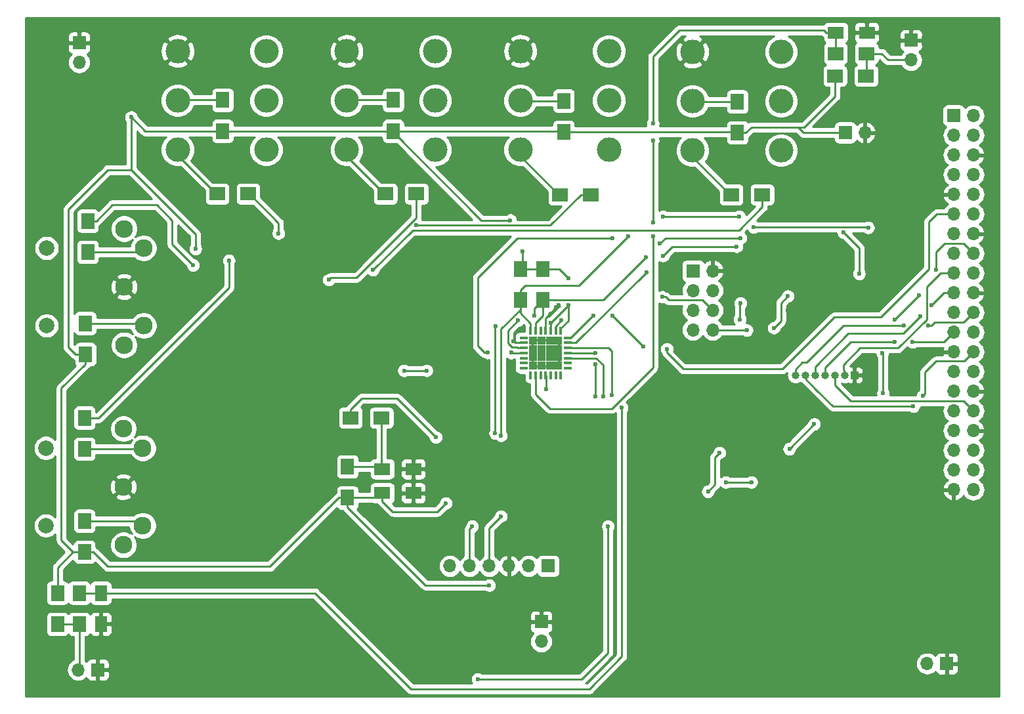
<source format=gbl>
G04 #@! TF.GenerationSoftware,KiCad,Pcbnew,(5.1.2)-2*
G04 #@! TF.CreationDate,2020-05-21T23:00:35-04:00*
G04 #@! TF.ProjectId,MidiControllerPCB,4d696469-436f-46e7-9472-6f6c6c657250,rev?*
G04 #@! TF.SameCoordinates,Original*
G04 #@! TF.FileFunction,Copper,L2,Bot*
G04 #@! TF.FilePolarity,Positive*
%FSLAX46Y46*%
G04 Gerber Fmt 4.6, Leading zero omitted, Abs format (unit mm)*
G04 Created by KiCad (PCBNEW (5.1.2)-2) date 2020-05-21 23:00:35*
%MOMM*%
%LPD*%
G04 APERTURE LIST*
%ADD10C,2.000000*%
%ADD11C,2.300000*%
%ADD12R,1.000000X0.370000*%
%ADD13R,0.370000X1.000000*%
%ADD14R,1.062500X1.062500*%
%ADD15R,1.700000X1.700000*%
%ADD16O,1.700000X1.700000*%
%ADD17R,1.700000X2.000000*%
%ADD18R,2.000000X1.700000*%
%ADD19C,3.175000*%
%ADD20R,2.000000X1.600000*%
%ADD21R,1.600000X2.000000*%
%ADD22O,1.000000X1.000000*%
%ADD23R,1.000000X1.000000*%
%ADD24C,0.600000*%
%ADD25C,0.250000*%
%ADD26C,0.254000*%
G04 APERTURE END LIST*
D10*
X99700000Y-111400000D03*
D11*
X112200000Y-121400000D03*
X109700000Y-123900000D03*
X109700000Y-116400000D03*
X109700000Y-108900000D03*
D10*
X99700000Y-121400000D03*
D11*
X112200000Y-111400000D03*
D12*
X161318750Y-101081250D03*
X161318750Y-100431250D03*
X161318750Y-99781250D03*
X161318750Y-99131250D03*
X161318750Y-98481250D03*
X161318750Y-97831250D03*
X161318750Y-97181250D03*
D13*
X162218750Y-96281250D03*
X162868750Y-96281250D03*
X163518750Y-96281250D03*
X164168750Y-96281250D03*
X164818750Y-96281250D03*
X165468750Y-96281250D03*
X166118750Y-96281250D03*
D12*
X167018750Y-97181250D03*
X167018750Y-97831250D03*
X167018750Y-98481250D03*
X167018750Y-99131250D03*
X167018750Y-99781250D03*
X167018750Y-100431250D03*
X167018750Y-101081250D03*
D13*
X166118750Y-101981250D03*
X165468750Y-101981250D03*
X164818750Y-101981250D03*
X164168750Y-101981250D03*
X163518750Y-101981250D03*
X162868750Y-101981250D03*
X162218750Y-101981250D03*
D14*
X165762500Y-97537500D03*
X165762500Y-98600000D03*
X165762500Y-99662500D03*
X165762500Y-100725000D03*
X164700000Y-97537500D03*
X164700000Y-98600000D03*
X164700000Y-99662500D03*
X164700000Y-100725000D03*
X163637500Y-97537500D03*
X163637500Y-98600000D03*
X163637500Y-99662500D03*
X163637500Y-100725000D03*
X162575000Y-97537500D03*
X162575000Y-98600000D03*
X162575000Y-99662500D03*
X162575000Y-100725000D03*
D15*
X183160000Y-88520000D03*
D16*
X185700000Y-88520000D03*
X183160000Y-91060000D03*
X185700000Y-91060000D03*
X183160000Y-93600000D03*
X185700000Y-93600000D03*
X183160000Y-96140000D03*
X185700000Y-96140000D03*
D15*
X211300000Y-58800000D03*
D16*
X211300000Y-61340000D03*
D15*
X104000000Y-59100000D03*
D16*
X104000000Y-61640000D03*
D15*
X215900000Y-139200000D03*
D16*
X213360000Y-139200000D03*
D15*
X163600000Y-133800000D03*
D16*
X163600000Y-136340000D03*
D15*
X106400000Y-140000000D03*
D16*
X103860000Y-140000000D03*
D17*
X163800000Y-88300000D03*
X163800000Y-92300000D03*
X160900000Y-88300000D03*
X160900000Y-92300000D03*
D18*
X143000000Y-107500000D03*
X139000000Y-107500000D03*
D17*
X138600000Y-117800000D03*
X138600000Y-113800000D03*
D18*
X205500000Y-63400000D03*
X201500000Y-63400000D03*
X201560000Y-60505000D03*
X205560000Y-60505000D03*
D17*
X104700000Y-107500000D03*
X104700000Y-111500000D03*
X104700000Y-120800000D03*
X104700000Y-124800000D03*
X105100000Y-82100000D03*
X105100000Y-86100000D03*
X104800000Y-95300000D03*
X104800000Y-99300000D03*
X101200000Y-134100000D03*
X101200000Y-130100000D03*
X104000000Y-130100000D03*
X104000000Y-134100000D03*
X122500000Y-66500000D03*
X122500000Y-70500000D03*
D18*
X125800000Y-78600000D03*
X121800000Y-78600000D03*
D17*
X188900000Y-70700000D03*
X188900000Y-66700000D03*
D18*
X192100000Y-78700000D03*
X188100000Y-78700000D03*
D17*
X144500000Y-70500000D03*
X144500000Y-66500000D03*
D18*
X147500000Y-78600000D03*
X143500000Y-78600000D03*
D17*
X166500000Y-70600000D03*
X166500000Y-66600000D03*
D18*
X170000000Y-78700000D03*
X166000000Y-78700000D03*
D15*
X164500000Y-126600000D03*
D16*
X161960000Y-126600000D03*
X159420000Y-126600000D03*
X156880000Y-126600000D03*
X154340000Y-126600000D03*
X151800000Y-126600000D03*
D15*
X216800000Y-68500000D03*
D16*
X219340000Y-68500000D03*
X216800000Y-71040000D03*
X219340000Y-71040000D03*
X216800000Y-73580000D03*
X219340000Y-73580000D03*
X216800000Y-76120000D03*
X219340000Y-76120000D03*
X216800000Y-78660000D03*
X219340000Y-78660000D03*
X216800000Y-81200000D03*
X219340000Y-81200000D03*
X216800000Y-83740000D03*
X219340000Y-83740000D03*
X216800000Y-86280000D03*
X219340000Y-86280000D03*
X216800000Y-88820000D03*
X219340000Y-88820000D03*
X216800000Y-91360000D03*
X219340000Y-91360000D03*
X216800000Y-93900000D03*
X219340000Y-93900000D03*
X216800000Y-96440000D03*
X219340000Y-96440000D03*
X216800000Y-98980000D03*
X219340000Y-98980000D03*
X216800000Y-101520000D03*
X219340000Y-101520000D03*
X216800000Y-104060000D03*
X219340000Y-104060000D03*
X216800000Y-106600000D03*
X219340000Y-106600000D03*
X216800000Y-109140000D03*
X219340000Y-109140000D03*
X216800000Y-111680000D03*
X219340000Y-111680000D03*
X216800000Y-114220000D03*
X219340000Y-114220000D03*
X216800000Y-116760000D03*
X219340000Y-116760000D03*
D19*
X149930000Y-66544900D03*
X138500000Y-66545000D03*
X149930000Y-72894900D03*
X149930000Y-60186100D03*
X138500000Y-60186200D03*
X138500000Y-72895000D03*
X172330000Y-66544900D03*
X160900000Y-66545000D03*
X172330000Y-72894900D03*
X172330000Y-60186100D03*
X160900000Y-60186200D03*
X160900000Y-72895000D03*
D10*
X99800000Y-85600000D03*
D11*
X112300000Y-95600000D03*
X109800000Y-98100000D03*
X109800000Y-90600000D03*
X109800000Y-83100000D03*
D10*
X99800000Y-95600000D03*
D11*
X112300000Y-85600000D03*
D19*
X128130000Y-66544900D03*
X116700000Y-66545000D03*
X128130000Y-72894900D03*
X128130000Y-60186100D03*
X116700000Y-60186200D03*
X116700000Y-72895000D03*
X194530000Y-66644900D03*
X183100000Y-66645000D03*
X194530000Y-72994900D03*
X194530000Y-60286100D03*
X183100000Y-60286200D03*
X183100000Y-72995000D03*
D15*
X202800000Y-70700000D03*
D16*
X205340000Y-70700000D03*
D20*
X147100000Y-114100000D03*
X143100000Y-114100000D03*
X147100000Y-117200000D03*
X143100000Y-117200000D03*
X201600000Y-57800000D03*
X205600000Y-57800000D03*
D21*
X106800000Y-130100000D03*
X106800000Y-134100000D03*
D22*
X196380000Y-102000000D03*
X197650000Y-102000000D03*
X198920000Y-102000000D03*
X200190000Y-102000000D03*
X201460000Y-102000000D03*
X202730000Y-102000000D03*
D23*
X204000000Y-102000000D03*
D24*
X115900000Y-103600000D03*
X118440000Y-103600000D03*
X120980000Y-103600000D03*
X123520000Y-103600000D03*
X115900000Y-106140000D03*
X118440000Y-106140000D03*
X120980000Y-106140000D03*
X115900000Y-108680000D03*
X118440000Y-108680000D03*
X120980000Y-108680000D03*
X115900000Y-111220000D03*
X118440000Y-111220000D03*
X120980000Y-111220000D03*
X115900000Y-113760000D03*
X126060000Y-103600000D03*
X128600000Y-103600000D03*
X131140000Y-103600000D03*
X133680000Y-103600000D03*
X123520000Y-106140000D03*
X126060000Y-106140000D03*
X128600000Y-106140000D03*
X131140000Y-106140000D03*
X133680000Y-106140000D03*
X123520000Y-108680000D03*
X126060000Y-108680000D03*
X128600000Y-108680000D03*
X131140000Y-108680000D03*
X133680000Y-108680000D03*
X123520000Y-111220000D03*
X126060000Y-111220000D03*
X128600000Y-111220000D03*
X131140000Y-111220000D03*
X133680000Y-111220000D03*
X118440000Y-113760000D03*
X120980000Y-113760000D03*
X123520000Y-113760000D03*
X126060000Y-113760000D03*
X128600000Y-113760000D03*
X131140000Y-113760000D03*
X115900000Y-116300000D03*
X118440000Y-116300000D03*
X120980000Y-116300000D03*
X123520000Y-116300000D03*
X126060000Y-116300000D03*
X128600000Y-116300000D03*
X131140000Y-116300000D03*
X115900000Y-118840000D03*
X118440000Y-118840000D03*
X120980000Y-118840000D03*
X123520000Y-118840000D03*
X126060000Y-118840000D03*
X128600000Y-118840000D03*
X131140000Y-118840000D03*
X133640000Y-113760000D03*
X133640000Y-116300000D03*
X133640000Y-116300000D03*
X133640000Y-118840000D03*
X133640000Y-116300000D03*
X133640000Y-118840000D03*
X115900000Y-121380000D03*
X115900000Y-123920000D03*
X118440000Y-123920000D03*
X120980000Y-123920000D03*
X123520000Y-123920000D03*
X126060000Y-123920000D03*
X118440000Y-121380000D03*
X120980000Y-121380000D03*
X123520000Y-121380000D03*
X126060000Y-121380000D03*
X128600000Y-121380000D03*
X128600000Y-123920000D03*
X131140000Y-121380000D03*
X133700000Y-123900000D03*
X136240000Y-123900000D03*
X138780000Y-123900000D03*
X141320000Y-123900000D03*
X214200000Y-57100000D03*
X216740000Y-57100000D03*
X219280000Y-57100000D03*
X221820000Y-57100000D03*
X214200000Y-59640000D03*
X216740000Y-59640000D03*
X219280000Y-59640000D03*
X221820000Y-59640000D03*
X214200000Y-62180000D03*
X216740000Y-62180000D03*
X219280000Y-62180000D03*
X221820000Y-62180000D03*
X214200000Y-64720000D03*
X216740000Y-64720000D03*
X219280000Y-64720000D03*
X221820000Y-64720000D03*
X136260000Y-121560000D03*
X138800000Y-121560000D03*
X141320000Y-126440000D03*
X141320000Y-128980000D03*
X136240000Y-126440000D03*
X136240000Y-128980000D03*
X138780000Y-126440000D03*
X138780000Y-128980000D03*
X133700000Y-126440000D03*
X133700000Y-128980000D03*
X131040000Y-126460000D03*
X131040000Y-129000000D03*
X143940000Y-126460000D03*
X143940000Y-129000000D03*
X138780000Y-131520000D03*
X141320000Y-131520000D03*
X141320000Y-134060000D03*
X143940000Y-131540000D03*
X143940000Y-134080000D03*
X143940000Y-136620000D03*
X146480000Y-131540000D03*
X149020000Y-131540000D03*
X146480000Y-134080000D03*
X149020000Y-134080000D03*
X146480000Y-136620000D03*
X149020000Y-136620000D03*
X146480000Y-139160000D03*
X149020000Y-139160000D03*
X115900000Y-131500000D03*
X118440000Y-131500000D03*
X120980000Y-131500000D03*
X123520000Y-131500000D03*
X126060000Y-131500000D03*
X128600000Y-131500000D03*
X131140000Y-131500000D03*
X133680000Y-131500000D03*
X115900000Y-134040000D03*
X118440000Y-134040000D03*
X120980000Y-134040000D03*
X123520000Y-134040000D03*
X126060000Y-134040000D03*
X128600000Y-134040000D03*
X131140000Y-134040000D03*
X133680000Y-134040000D03*
X115900000Y-136580000D03*
X118440000Y-136580000D03*
X120980000Y-136580000D03*
X123520000Y-136580000D03*
X126060000Y-136580000D03*
X128600000Y-136580000D03*
X131140000Y-136580000D03*
X133680000Y-136580000D03*
X115900000Y-139120000D03*
X118440000Y-139120000D03*
X120980000Y-139120000D03*
X123520000Y-139120000D03*
X126060000Y-139120000D03*
X128600000Y-139120000D03*
X131140000Y-139120000D03*
X133680000Y-139120000D03*
X115900000Y-141660000D03*
X118440000Y-141660000D03*
X120980000Y-141660000D03*
X123520000Y-141660000D03*
X126060000Y-141660000D03*
X128600000Y-141660000D03*
X131140000Y-141660000D03*
X133680000Y-141660000D03*
X113240000Y-131460000D03*
X113240000Y-134000000D03*
X110440000Y-131360000D03*
X110440000Y-133900000D03*
X113240000Y-136540000D03*
X113240000Y-139080000D03*
X113240000Y-141620000D03*
X110440000Y-136440000D03*
X110440000Y-138980000D03*
X110440000Y-141520000D03*
X136220000Y-141660000D03*
X136220000Y-134040000D03*
X136220000Y-139120000D03*
X136220000Y-136580000D03*
X138760000Y-139120000D03*
X138760000Y-136580000D03*
X138760000Y-141660000D03*
X141300000Y-141660000D03*
X141300000Y-139120000D03*
X143840000Y-141660000D03*
X167100000Y-131700000D03*
X169640000Y-131700000D03*
X167100000Y-134240000D03*
X169640000Y-134240000D03*
X167100000Y-136780000D03*
X169640000Y-136780000D03*
X167100000Y-139320000D03*
X165800000Y-108700000D03*
X165800000Y-111240000D03*
X165800000Y-113780000D03*
X165800000Y-116320000D03*
X165800000Y-118860000D03*
X165800000Y-121400000D03*
X123500000Y-92300000D03*
X126040000Y-92300000D03*
X128580000Y-92300000D03*
X131120000Y-92300000D03*
X133660000Y-92300000D03*
X123500000Y-94840000D03*
X126040000Y-94840000D03*
X128580000Y-94840000D03*
X131120000Y-94840000D03*
X133660000Y-94840000D03*
X123500000Y-97380000D03*
X126040000Y-97380000D03*
X128580000Y-97380000D03*
X131120000Y-97380000D03*
X133660000Y-97380000D03*
X126040000Y-99920000D03*
X128580000Y-99920000D03*
X131120000Y-99920000D03*
X133660000Y-99920000D03*
X136200000Y-94840000D03*
X136200000Y-92300000D03*
X136200000Y-99920000D03*
X136200000Y-97380000D03*
X138740000Y-99920000D03*
X138740000Y-97380000D03*
X138740000Y-94840000D03*
X141280000Y-97380000D03*
X141280000Y-99920000D03*
X143820000Y-99920000D03*
X131400000Y-85400000D03*
X133940000Y-85400000D03*
X136480000Y-85400000D03*
X139020000Y-85400000D03*
X141560000Y-85400000D03*
X141400000Y-92600000D03*
X143400000Y-92600000D03*
X143500000Y-95100000D03*
X143400000Y-90300000D03*
X145600000Y-87600000D03*
X147900000Y-85100000D03*
X150440000Y-85100000D03*
X152980000Y-85100000D03*
X147900000Y-87640000D03*
X150440000Y-87640000D03*
X152980000Y-87640000D03*
X147900000Y-90180000D03*
X150440000Y-90180000D03*
X152980000Y-90180000D03*
X147900000Y-92720000D03*
X150440000Y-92720000D03*
X152980000Y-92720000D03*
X147900000Y-95260000D03*
X150440000Y-95260000D03*
X152980000Y-95260000D03*
X147900000Y-97800000D03*
X150440000Y-97800000D03*
X152980000Y-97800000D03*
X150440000Y-100340000D03*
X152980000Y-100340000D03*
X145600000Y-90140000D03*
X145600000Y-92680000D03*
X145600000Y-95220000D03*
X145600000Y-97760000D03*
X171500000Y-108700000D03*
X171500000Y-111240000D03*
X171500000Y-113780000D03*
X171500000Y-116320000D03*
X171500000Y-118860000D03*
X177300000Y-121400000D03*
X179840000Y-121400000D03*
X182380000Y-121400000D03*
X184920000Y-121400000D03*
X177300000Y-123940000D03*
X179840000Y-123940000D03*
X182380000Y-123940000D03*
X184920000Y-123940000D03*
X177300000Y-126480000D03*
X179840000Y-126480000D03*
X182380000Y-126480000D03*
X184920000Y-126480000D03*
X177300000Y-129020000D03*
X179840000Y-129020000D03*
X182380000Y-129020000D03*
X184920000Y-129020000D03*
X177300000Y-131560000D03*
X179840000Y-131560000D03*
X182380000Y-131560000D03*
X184920000Y-131560000D03*
X177300000Y-134100000D03*
X179840000Y-134100000D03*
X182380000Y-134100000D03*
X184920000Y-134100000D03*
X177300000Y-136640000D03*
X179840000Y-136640000D03*
X182380000Y-136640000D03*
X184920000Y-136640000D03*
X187460000Y-136640000D03*
X187460000Y-131560000D03*
X187460000Y-134100000D03*
X187460000Y-126480000D03*
X187460000Y-123940000D03*
X187460000Y-129020000D03*
X190000000Y-131560000D03*
X190000000Y-129020000D03*
X190000000Y-126480000D03*
X190000000Y-134100000D03*
X190000000Y-136640000D03*
X192540000Y-134100000D03*
X192540000Y-129020000D03*
X192540000Y-131560000D03*
X192540000Y-136640000D03*
X195080000Y-136640000D03*
X195080000Y-131560000D03*
X195080000Y-134100000D03*
X197620000Y-134100000D03*
X197620000Y-136640000D03*
X200160000Y-134100000D03*
X200160000Y-136640000D03*
X202700000Y-134100000D03*
X202700000Y-136640000D03*
X205240000Y-134100000D03*
X205240000Y-136640000D03*
X207780000Y-136640000D03*
X207780000Y-134100000D03*
X177300000Y-139180000D03*
X177300000Y-141720000D03*
X179840000Y-139180000D03*
X179840000Y-141720000D03*
X184920000Y-139180000D03*
X184920000Y-141720000D03*
X182380000Y-139180000D03*
X182380000Y-141720000D03*
X192540000Y-139180000D03*
X192540000Y-141720000D03*
X195080000Y-139180000D03*
X195080000Y-141720000D03*
X197620000Y-139180000D03*
X197620000Y-141720000D03*
X190000000Y-139180000D03*
X190000000Y-141720000D03*
X207780000Y-139180000D03*
X207780000Y-141720000D03*
X205240000Y-139180000D03*
X205240000Y-141720000D03*
X200160000Y-139180000D03*
X200160000Y-141720000D03*
X202700000Y-139180000D03*
X202700000Y-141720000D03*
X187460000Y-139180000D03*
X187460000Y-141720000D03*
X133300000Y-57500000D03*
X155500000Y-57500000D03*
X177700000Y-57500000D03*
X166800000Y-57400000D03*
X144000000Y-57400000D03*
X121500000Y-57400000D03*
X111700000Y-57400000D03*
X108700000Y-57400000D03*
X108700000Y-59940000D03*
X108700000Y-62480000D03*
X111700000Y-59940000D03*
X111700000Y-62480000D03*
X111700000Y-65020000D03*
X133300000Y-60040000D03*
X133300000Y-62580000D03*
X133300000Y-65120000D03*
X133300000Y-67660000D03*
X133300000Y-72700000D03*
X155500000Y-72700000D03*
X155500000Y-60040000D03*
X155500000Y-62580000D03*
X155500000Y-65120000D03*
X155500000Y-67660000D03*
X155500000Y-75240000D03*
X155500000Y-77780000D03*
X133300000Y-75240000D03*
X133300000Y-77780000D03*
X133300000Y-80320000D03*
X199800000Y-72700000D03*
X199800000Y-75240000D03*
X199800000Y-77780000D03*
X199800000Y-80320000D03*
X204900000Y-75100000D03*
X204900000Y-77640000D03*
X204900000Y-80180000D03*
X207440000Y-75100000D03*
X207440000Y-77640000D03*
X209900000Y-75100000D03*
X209900000Y-67400000D03*
X209900000Y-70000000D03*
X209900000Y-72500000D03*
X212500000Y-72500000D03*
X212500000Y-70000000D03*
X212500000Y-67400000D03*
X201900000Y-107100000D03*
X204440000Y-107100000D03*
X206980000Y-107100000D03*
X209520000Y-107100000D03*
X201900000Y-109640000D03*
X204440000Y-109640000D03*
X206980000Y-109640000D03*
X209520000Y-109640000D03*
X204440000Y-112180000D03*
X206980000Y-112180000D03*
X212100000Y-107100000D03*
X212140000Y-109700000D03*
X156700000Y-117200000D03*
X157800000Y-117200000D03*
X158900000Y-117200000D03*
X160000000Y-117200000D03*
X160000000Y-116200000D03*
X158900000Y-116200000D03*
X157800000Y-116200000D03*
X156700000Y-116200000D03*
X156700000Y-115200000D03*
X157800000Y-115200000D03*
X158900000Y-115200000D03*
X160000000Y-115100000D03*
X160000000Y-114100000D03*
X160000000Y-114100000D03*
X158900000Y-114100000D03*
X157800000Y-114100000D03*
X156700000Y-114100000D03*
X162600000Y-100800000D03*
X163700000Y-100800000D03*
X164700000Y-100800000D03*
X165700000Y-100800000D03*
X165700000Y-99800000D03*
X164700000Y-99800000D03*
X163700000Y-99800000D03*
X162600000Y-99800000D03*
X162600000Y-98800000D03*
X163700000Y-98800000D03*
X164700000Y-98800000D03*
X165700000Y-98800000D03*
X165700000Y-97700000D03*
X164700000Y-97700000D03*
X163700000Y-97700000D03*
X162600000Y-97700000D03*
X166200000Y-94900000D03*
X160000000Y-97600000D03*
X165800000Y-93000000D03*
X163200000Y-114800000D03*
X153300000Y-113700000D03*
X191900000Y-87400000D03*
X195400000Y-93600000D03*
X202600000Y-83600000D03*
X204600000Y-88900000D03*
X159600000Y-82000000D03*
X161200000Y-86000000D03*
X110700000Y-68700000D03*
X119000000Y-85700000D03*
X167100000Y-89500000D03*
X167100000Y-93000000D03*
X151300000Y-118500000D03*
X156900000Y-129100000D03*
X155400000Y-141200000D03*
X172200000Y-121500000D03*
X185100000Y-117000000D03*
X186600000Y-112000000D03*
X160600000Y-94925000D03*
X164818750Y-95281250D03*
X195400000Y-91800000D03*
X193600000Y-95900000D03*
X190100000Y-96200000D03*
X150000000Y-110000000D03*
X158400000Y-120200000D03*
X154700000Y-121500000D03*
X158400000Y-109800000D03*
X174800000Y-84100000D03*
X179300000Y-81500000D03*
X189100000Y-81500000D03*
X191000000Y-82900000D03*
X205761942Y-82961942D03*
X157664682Y-109484864D03*
X157700000Y-95700000D03*
X162700000Y-94300000D03*
X189300000Y-84300000D03*
X178900000Y-85000000D03*
X177100000Y-86800000D03*
X170300000Y-94300000D03*
X172800000Y-94300000D03*
X176800000Y-98300000D03*
X179800000Y-98600000D03*
X188800000Y-85400000D03*
X179300000Y-86600000D03*
X177200000Y-88700000D03*
X195600000Y-111500000D03*
X198800000Y-108300000D03*
X207700000Y-104300000D03*
X207600000Y-99125000D03*
X209200000Y-94800000D03*
X212300000Y-91700000D03*
X214500000Y-88400000D03*
X174000000Y-106200000D03*
X172700000Y-104600000D03*
X170600000Y-104700000D03*
X170600000Y-100600000D03*
X170600000Y-99156250D03*
X190700000Y-115800000D03*
X187400000Y-115800000D03*
X171600000Y-104700000D03*
X145900000Y-101400000D03*
X148800000Y-101400000D03*
X164200000Y-103800000D03*
X178000000Y-69500000D03*
X178000000Y-71700000D03*
X178000000Y-82300000D03*
X178000000Y-84100000D03*
X159700000Y-99100000D03*
X156700000Y-99100000D03*
X172800000Y-84300000D03*
X179200000Y-91900000D03*
X123300000Y-87200000D03*
X118700000Y-87800000D03*
X210400000Y-95600000D03*
X213500000Y-95600000D03*
X211600000Y-106000000D03*
X212800000Y-104675000D03*
X212500000Y-94400000D03*
X213925000Y-93000000D03*
X209200000Y-97700000D03*
X211500000Y-97700000D03*
X147500000Y-82675000D03*
X136200000Y-89700000D03*
X141900000Y-88400000D03*
X129700000Y-83700000D03*
X189200000Y-94800000D03*
X189300000Y-92700000D03*
D25*
X165468750Y-96281250D02*
X165468750Y-95631250D01*
X165468750Y-95631250D02*
X166200000Y-94900000D01*
X161318750Y-97831250D02*
X160231250Y-97831250D01*
X160231250Y-97831250D02*
X160000000Y-97600000D01*
X164168750Y-96281250D02*
X164168750Y-94631250D01*
X164168750Y-94631250D02*
X165800000Y-93000000D01*
X122500000Y-70500000D02*
X144500000Y-70500000D01*
X166400000Y-70500000D02*
X166500000Y-70600000D01*
X144500000Y-70500000D02*
X166400000Y-70500000D01*
X188800000Y-70600000D02*
X188900000Y-70700000D01*
X166500000Y-70600000D02*
X188800000Y-70600000D01*
X190000000Y-70700000D02*
X190700000Y-70000000D01*
X188900000Y-70700000D02*
X190000000Y-70700000D01*
X190700000Y-70000000D02*
X196700000Y-70000000D01*
X197400000Y-70700000D02*
X202800000Y-70700000D01*
X196700000Y-70000000D02*
X197400000Y-70700000D01*
X202600000Y-83600000D02*
X204600000Y-85600000D01*
X204600000Y-85600000D02*
X204600000Y-88900000D01*
X155850000Y-82000000D02*
X159600000Y-82000000D01*
X144500000Y-70500000D02*
X144500000Y-70650000D01*
X144500000Y-70650000D02*
X155850000Y-82000000D01*
X161200000Y-88000000D02*
X160900000Y-88300000D01*
X161200000Y-86000000D02*
X161200000Y-88000000D01*
X122500000Y-70500000D02*
X121400000Y-70500000D01*
X121400000Y-70500000D02*
X112500000Y-70500000D01*
X112500000Y-70500000D02*
X110700000Y-68700000D01*
X110700000Y-68700000D02*
X110700000Y-69124264D01*
X110700000Y-69124264D02*
X110700000Y-75500000D01*
X110700000Y-75500000D02*
X119000000Y-83800000D01*
X119000000Y-83800000D02*
X119000000Y-85700000D01*
X103500000Y-99300000D02*
X104800000Y-99300000D01*
X102600000Y-98400000D02*
X103500000Y-99300000D01*
X102600000Y-80600000D02*
X102600000Y-98400000D01*
X110700000Y-75500000D02*
X107700000Y-75500000D01*
X107700000Y-75500000D02*
X102600000Y-80600000D01*
X104800000Y-100550000D02*
X101700000Y-103650000D01*
X104800000Y-99300000D02*
X104800000Y-100550000D01*
X101700000Y-103650000D02*
X101700000Y-123300000D01*
X103200000Y-124800000D02*
X104700000Y-124800000D01*
X101700000Y-123300000D02*
X103200000Y-124800000D01*
X101200000Y-126800000D02*
X103200000Y-124800000D01*
X101200000Y-130100000D02*
X101200000Y-126800000D01*
X160900000Y-88300000D02*
X163800000Y-88300000D01*
X163800000Y-88300000D02*
X165900000Y-88300000D01*
X165900000Y-88300000D02*
X167100000Y-89500000D01*
X164818750Y-95281250D02*
X164818750Y-96281250D01*
X167100000Y-93000000D02*
X164818750Y-95281250D01*
X166118750Y-95966250D02*
X167100000Y-94985000D01*
X166118750Y-96281250D02*
X166118750Y-95966250D01*
X167100000Y-94985000D02*
X167100000Y-93000000D01*
X105800000Y-124800000D02*
X107700000Y-126700000D01*
X104700000Y-124800000D02*
X105800000Y-124800000D01*
X137500000Y-117800000D02*
X138600000Y-117800000D01*
X128600000Y-126700000D02*
X137500000Y-117800000D01*
X107700000Y-126700000D02*
X128600000Y-126700000D01*
X142500000Y-117800000D02*
X143100000Y-117200000D01*
X138600000Y-117800000D02*
X142500000Y-117800000D01*
X143100000Y-118250000D02*
X144450000Y-119600000D01*
X143100000Y-117200000D02*
X143100000Y-118250000D01*
X144450000Y-119600000D02*
X150200000Y-119600000D01*
X150200000Y-119600000D02*
X151300000Y-118500000D01*
X138600000Y-119050000D02*
X148650000Y-129100000D01*
X138600000Y-117800000D02*
X138600000Y-119050000D01*
X148650000Y-129100000D02*
X156900000Y-129100000D01*
X155400000Y-141200000D02*
X155824264Y-141200000D01*
X155824264Y-141200000D02*
X168800000Y-141200000D01*
X168800000Y-141200000D02*
X172200000Y-137800000D01*
X172200000Y-137800000D02*
X172200000Y-121500000D01*
X185100000Y-117000000D02*
X186000000Y-116100000D01*
X186000000Y-116100000D02*
X186000000Y-112600000D01*
X186000000Y-112600000D02*
X186600000Y-112000000D01*
X160568750Y-98481250D02*
X160487500Y-98400000D01*
X161318750Y-98481250D02*
X160568750Y-98481250D01*
X160487500Y-98400000D02*
X159800000Y-98400000D01*
X159800000Y-98400000D02*
X159300000Y-97900000D01*
X159300000Y-97900000D02*
X159300000Y-96225000D01*
X159300000Y-96225000D02*
X160600000Y-94925000D01*
X195400000Y-91800000D02*
X194500000Y-92700000D01*
X194500000Y-92700000D02*
X194500000Y-95000000D01*
X194500000Y-95000000D02*
X193600000Y-95900000D01*
X185760000Y-96200000D02*
X185700000Y-96140000D01*
X190100000Y-96200000D02*
X185760000Y-96200000D01*
X201500000Y-66000000D02*
X201500000Y-63400000D01*
X196700000Y-70000000D02*
X197500000Y-70000000D01*
X197500000Y-70000000D02*
X201500000Y-66000000D01*
X142800000Y-113800000D02*
X143100000Y-114100000D01*
X138600000Y-113800000D02*
X142800000Y-113800000D01*
X143000000Y-114000000D02*
X143100000Y-114100000D01*
X143000000Y-107500000D02*
X143000000Y-114000000D01*
X139000000Y-106400000D02*
X140400000Y-105000000D01*
X139000000Y-107500000D02*
X139000000Y-106400000D01*
X140400000Y-105000000D02*
X145000000Y-105000000D01*
X145000000Y-105000000D02*
X150000000Y-110000000D01*
X156880000Y-126600000D02*
X156880000Y-121720000D01*
X156880000Y-121720000D02*
X158400000Y-120200000D01*
X154340000Y-126600000D02*
X154340000Y-121860000D01*
X154340000Y-121860000D02*
X154700000Y-121500000D01*
X215080000Y-88820000D02*
X216800000Y-88820000D01*
X204698960Y-98500000D02*
X209600000Y-98500000D01*
X209600000Y-98500000D02*
X213300000Y-94800000D01*
X213300000Y-94800000D02*
X213300000Y-90600000D01*
X213300000Y-90600000D02*
X215080000Y-88820000D01*
X202549480Y-100649480D02*
X204698960Y-98500000D01*
X202549480Y-100649480D02*
X202549480Y-101349480D01*
X202730000Y-101530000D02*
X202730000Y-102000000D01*
X202549480Y-101349480D02*
X202730000Y-101530000D01*
X160900000Y-92300000D02*
X160900000Y-94000000D01*
X162218750Y-95318750D02*
X162218750Y-96281250D01*
X160900000Y-94000000D02*
X162218750Y-95318750D01*
X158400000Y-98829998D02*
X158400000Y-109800000D01*
X158400000Y-96050000D02*
X158400000Y-98829998D01*
X160900000Y-92300000D02*
X160900000Y-93550000D01*
X160900000Y-93550000D02*
X158400000Y-96050000D01*
X160900000Y-91050000D02*
X161550000Y-90400000D01*
X160900000Y-92300000D02*
X160900000Y-91050000D01*
X161550000Y-90400000D02*
X168500000Y-90400000D01*
X168500000Y-90400000D02*
X174800000Y-84100000D01*
X179300000Y-81500000D02*
X189100000Y-81500000D01*
X205700000Y-82900000D02*
X205761942Y-82961942D01*
X191000000Y-82900000D02*
X205700000Y-82900000D01*
X162868750Y-96281250D02*
X162868750Y-95231250D01*
X163800000Y-94300000D02*
X163800000Y-92300000D01*
X162868750Y-95231250D02*
X163800000Y-94300000D01*
X157664682Y-109484864D02*
X157664682Y-95735318D01*
X157664682Y-95735318D02*
X157700000Y-95700000D01*
X162700000Y-93400000D02*
X163800000Y-92300000D01*
X162700000Y-94300000D02*
X162700000Y-93400000D01*
X189300000Y-84300000D02*
X179600000Y-84300000D01*
X179600000Y-84300000D02*
X178900000Y-85000000D01*
X171600000Y-92300000D02*
X163800000Y-92300000D01*
X177100000Y-86800000D02*
X171600000Y-92300000D01*
X170215000Y-94300000D02*
X170300000Y-94300000D01*
X167018750Y-97181250D02*
X167333750Y-97181250D01*
X167333750Y-97181250D02*
X170215000Y-94300000D01*
X172800000Y-94300000D02*
X176800000Y-98300000D01*
X214600000Y-81200000D02*
X216800000Y-81200000D01*
X213600000Y-82200000D02*
X214600000Y-81200000D01*
X179800000Y-99100000D02*
X181900000Y-101200000D01*
X179800000Y-98600000D02*
X179800000Y-99100000D01*
X181900000Y-101200000D02*
X194700000Y-101200000D01*
X213600000Y-88300000D02*
X213600000Y-82200000D01*
X194700000Y-101200000D02*
X201400000Y-94500000D01*
X201400000Y-94500000D02*
X207400000Y-94500000D01*
X207400000Y-94500000D02*
X213600000Y-88300000D01*
X188800000Y-85400000D02*
X180500000Y-85400000D01*
X180500000Y-85400000D02*
X179300000Y-86600000D01*
X168068750Y-97831250D02*
X167018750Y-97831250D01*
X177200000Y-88700000D02*
X168068750Y-97831250D01*
X195600000Y-111500000D02*
X198800000Y-108300000D01*
X207700000Y-104300000D02*
X207700000Y-99225000D01*
X207700000Y-99225000D02*
X207600000Y-99125000D01*
X209200000Y-94800000D02*
X212300000Y-91700000D01*
X214500000Y-88400000D02*
X214500000Y-86100000D01*
X214500000Y-86100000D02*
X215600000Y-85000000D01*
X218060000Y-85000000D02*
X219340000Y-86280000D01*
X215600000Y-85000000D02*
X218060000Y-85000000D01*
X106800000Y-130100000D02*
X123600000Y-130100000D01*
X123600000Y-130100000D02*
X134400000Y-130100000D01*
X134400000Y-130100000D02*
X146800000Y-142500000D01*
X146800000Y-142500000D02*
X169800000Y-142500000D01*
X169800000Y-142500000D02*
X174000000Y-138300000D01*
X174000000Y-138300000D02*
X174000000Y-106200000D01*
X172700000Y-104600000D02*
X172700000Y-98900000D01*
X172281250Y-98481250D02*
X167018750Y-98481250D01*
X172700000Y-98900000D02*
X172281250Y-98481250D01*
X104000000Y-130100000D02*
X106800000Y-130100000D01*
X170600000Y-104700000D02*
X170600000Y-100600000D01*
X167043750Y-99156250D02*
X167018750Y-99131250D01*
X170600000Y-99156250D02*
X167043750Y-99156250D01*
X190700000Y-115800000D02*
X187400000Y-115800000D01*
X170681250Y-99781250D02*
X167018750Y-99781250D01*
X171600000Y-104700000D02*
X171600000Y-100700000D01*
X171600000Y-100700000D02*
X170681250Y-99781250D01*
X145900000Y-101400000D02*
X148800000Y-101400000D01*
X164200000Y-102012500D02*
X164168750Y-101981250D01*
X164200000Y-103800000D02*
X164200000Y-102012500D01*
X178000000Y-71700000D02*
X178000000Y-82300000D01*
X178000000Y-84100000D02*
X178000000Y-101000000D01*
X178000000Y-101000000D02*
X172700000Y-106300000D01*
X172700000Y-106300000D02*
X164700000Y-106300000D01*
X162868750Y-104468750D02*
X162868750Y-101981250D01*
X164700000Y-106300000D02*
X162868750Y-104468750D01*
X201560000Y-57840000D02*
X201600000Y-57800000D01*
X201560000Y-60505000D02*
X201560000Y-57840000D01*
X178000000Y-60900000D02*
X178000000Y-69500000D01*
X181400000Y-57500000D02*
X178000000Y-60900000D01*
X200050000Y-57500000D02*
X181400000Y-57500000D01*
X200350000Y-57800000D02*
X200050000Y-57500000D01*
X201600000Y-57800000D02*
X200350000Y-57800000D01*
X161318750Y-99131250D02*
X159731250Y-99131250D01*
X159731250Y-99131250D02*
X159700000Y-99100000D01*
X156275736Y-99100000D02*
X155400000Y-98224264D01*
X156700000Y-99100000D02*
X156275736Y-99100000D01*
X155400000Y-98224264D02*
X155400000Y-89400000D01*
X155400000Y-89400000D02*
X160500000Y-84300000D01*
X160500000Y-84300000D02*
X172800000Y-84300000D01*
X179624264Y-91900000D02*
X180024264Y-92300000D01*
X179200000Y-91900000D02*
X179624264Y-91900000D01*
X184400000Y-92300000D02*
X185700000Y-93600000D01*
X180024264Y-92300000D02*
X184400000Y-92300000D01*
X183155000Y-66700000D02*
X183100000Y-66645000D01*
X188900000Y-66700000D02*
X183155000Y-66700000D01*
X111800000Y-86100000D02*
X112300000Y-85600000D01*
X105100000Y-86100000D02*
X111800000Y-86100000D01*
X112000000Y-95300000D02*
X112300000Y-95600000D01*
X104800000Y-95300000D02*
X112000000Y-95300000D01*
X112100000Y-111500000D02*
X112200000Y-111400000D01*
X104700000Y-111500000D02*
X112100000Y-111500000D01*
X111600000Y-120800000D02*
X112200000Y-121400000D01*
X104700000Y-120800000D02*
X111600000Y-120800000D01*
X160955000Y-66600000D02*
X160900000Y-66545000D01*
X166500000Y-66600000D02*
X160955000Y-66600000D01*
X138545000Y-66500000D02*
X138500000Y-66545000D01*
X144500000Y-66500000D02*
X138545000Y-66500000D01*
X116745000Y-66500000D02*
X116700000Y-66545000D01*
X122500000Y-66500000D02*
X116745000Y-66500000D01*
X160900000Y-73750000D02*
X160900000Y-72895000D01*
X165850000Y-78700000D02*
X160900000Y-73750000D01*
X166000000Y-78700000D02*
X165850000Y-78700000D01*
X138500000Y-73750000D02*
X138500000Y-72895000D01*
X143350000Y-78600000D02*
X138500000Y-73750000D01*
X143500000Y-78600000D02*
X143350000Y-78600000D01*
X106500000Y-107500000D02*
X104700000Y-107500000D01*
X123300000Y-87200000D02*
X123300000Y-90700000D01*
X123300000Y-90700000D02*
X106500000Y-107500000D01*
X118700000Y-87800000D02*
X116000000Y-85100000D01*
X116000000Y-85100000D02*
X116000000Y-82000000D01*
X116000000Y-82000000D02*
X114000000Y-80000000D01*
X106200000Y-82100000D02*
X105100000Y-82100000D01*
X108300000Y-80000000D02*
X106200000Y-82100000D01*
X114000000Y-80000000D02*
X108300000Y-80000000D01*
X202598960Y-95600000D02*
X210400000Y-95600000D01*
X213924264Y-95600000D02*
X214324264Y-95200000D01*
X213500000Y-95600000D02*
X213924264Y-95600000D01*
X218040000Y-95200000D02*
X219340000Y-93900000D01*
X214324264Y-95200000D02*
X218040000Y-95200000D01*
X197849480Y-100349480D02*
X202598960Y-95600000D01*
X196380000Y-102000000D02*
X196380000Y-101220000D01*
X197250520Y-100349480D02*
X197849480Y-100349480D01*
X196380000Y-101220000D02*
X197250520Y-100349480D01*
X218120000Y-100200000D02*
X219340000Y-98980000D01*
X214500000Y-100200000D02*
X218120000Y-100200000D01*
X213099999Y-101600001D02*
X214500000Y-100200000D01*
X212800000Y-104675000D02*
X213099999Y-104375001D01*
X213099999Y-104375001D02*
X213099999Y-101600001D01*
X197650000Y-102450000D02*
X197650000Y-102000000D01*
X199049480Y-103849480D02*
X197650000Y-102450000D01*
X199049480Y-103850520D02*
X199049480Y-103849480D01*
X211600000Y-106000000D02*
X201198960Y-106000000D01*
X201198960Y-106000000D02*
X199049480Y-103850520D01*
X215565000Y-91360000D02*
X216800000Y-91360000D01*
X213925000Y-93000000D02*
X215565000Y-91360000D01*
X198920000Y-100880000D02*
X198920000Y-102000000D01*
X203200000Y-96600000D02*
X198920000Y-100880000D01*
X212500000Y-94400000D02*
X210300000Y-96600000D01*
X210300000Y-96600000D02*
X203200000Y-96600000D01*
X203498960Y-97700000D02*
X209200000Y-97700000D01*
X215540000Y-97700000D02*
X216800000Y-96440000D01*
X211500000Y-97700000D02*
X215540000Y-97700000D01*
X200699480Y-100499480D02*
X203498960Y-97700000D01*
X200699480Y-100499480D02*
X200699480Y-100500520D01*
X200190000Y-101010000D02*
X200190000Y-102000000D01*
X200699480Y-100500520D02*
X200190000Y-101010000D01*
X201998960Y-103800000D02*
X202000000Y-103800000D01*
X202000000Y-103800000D02*
X203500000Y-105300000D01*
X218040000Y-105300000D02*
X219340000Y-106600000D01*
X203500000Y-105300000D02*
X218040000Y-105300000D01*
X201460000Y-102707106D02*
X201500000Y-102747106D01*
X201460000Y-102000000D02*
X201460000Y-102707106D01*
X201500000Y-103300000D02*
X202000000Y-103800000D01*
X201500000Y-102747106D02*
X201500000Y-103300000D01*
X183100000Y-73850000D02*
X183100000Y-72995000D01*
X187950000Y-78700000D02*
X183100000Y-73850000D01*
X188100000Y-78700000D02*
X187950000Y-78700000D01*
X116700000Y-73650000D02*
X116700000Y-72895000D01*
X121650000Y-78600000D02*
X116700000Y-73650000D01*
X121800000Y-78600000D02*
X121650000Y-78600000D01*
X164460002Y-82675000D02*
X147500000Y-82675000D01*
X164775000Y-82675000D02*
X164460002Y-82675000D01*
X170000000Y-78700000D02*
X168750000Y-78700000D01*
X168750000Y-78700000D02*
X164775000Y-82675000D01*
X136499999Y-89400001D02*
X139799999Y-89400001D01*
X136200000Y-89700000D02*
X136499999Y-89400001D01*
X147500000Y-81700000D02*
X147500000Y-78600000D01*
X139799999Y-89400001D02*
X147500000Y-81700000D01*
X192100000Y-80300000D02*
X192100000Y-78700000D01*
X189100000Y-83300000D02*
X192100000Y-80300000D01*
X141900000Y-88400000D02*
X147000000Y-83300000D01*
X147000000Y-83300000D02*
X189100000Y-83300000D01*
X125950000Y-78600000D02*
X125800000Y-78600000D01*
X129700000Y-82350000D02*
X125950000Y-78600000D01*
X129700000Y-83700000D02*
X129700000Y-82350000D01*
X102900000Y-134100000D02*
X101200000Y-134100000D01*
X104000000Y-134100000D02*
X102900000Y-134100000D01*
X104000000Y-139860000D02*
X103860000Y-140000000D01*
X104000000Y-134100000D02*
X104000000Y-139860000D01*
X205500000Y-60565000D02*
X205560000Y-60505000D01*
X211035000Y-61605000D02*
X211300000Y-61340000D01*
X205560000Y-63340000D02*
X205500000Y-63400000D01*
X205560000Y-60505000D02*
X205560000Y-63340000D01*
X205560000Y-60505000D02*
X207505000Y-60505000D01*
X208340000Y-61340000D02*
X211300000Y-61340000D01*
X207505000Y-60505000D02*
X208340000Y-61340000D01*
X189200000Y-94800000D02*
X189200000Y-92800000D01*
X189200000Y-92800000D02*
X189300000Y-92700000D01*
D26*
G36*
X222640001Y-143390000D02*
G01*
X97060000Y-143390000D01*
X97060000Y-133100000D01*
X99711928Y-133100000D01*
X99711928Y-135100000D01*
X99724188Y-135224482D01*
X99760498Y-135344180D01*
X99819463Y-135454494D01*
X99898815Y-135551185D01*
X99995506Y-135630537D01*
X100105820Y-135689502D01*
X100225518Y-135725812D01*
X100350000Y-135738072D01*
X102050000Y-135738072D01*
X102174482Y-135725812D01*
X102294180Y-135689502D01*
X102404494Y-135630537D01*
X102501185Y-135551185D01*
X102580537Y-135454494D01*
X102600000Y-135418082D01*
X102619463Y-135454494D01*
X102698815Y-135551185D01*
X102795506Y-135630537D01*
X102905820Y-135689502D01*
X103025518Y-135725812D01*
X103150000Y-135738072D01*
X103240000Y-135738072D01*
X103240001Y-138647573D01*
X103030986Y-138759294D01*
X102804866Y-138944866D01*
X102619294Y-139170986D01*
X102481401Y-139428966D01*
X102396487Y-139708889D01*
X102367815Y-140000000D01*
X102396487Y-140291111D01*
X102481401Y-140571034D01*
X102619294Y-140829014D01*
X102804866Y-141055134D01*
X103030986Y-141240706D01*
X103288966Y-141378599D01*
X103568889Y-141463513D01*
X103787050Y-141485000D01*
X103932950Y-141485000D01*
X104151111Y-141463513D01*
X104431034Y-141378599D01*
X104689014Y-141240706D01*
X104915134Y-141055134D01*
X104939607Y-141025313D01*
X104960498Y-141094180D01*
X105019463Y-141204494D01*
X105098815Y-141301185D01*
X105195506Y-141380537D01*
X105305820Y-141439502D01*
X105425518Y-141475812D01*
X105550000Y-141488072D01*
X106114250Y-141485000D01*
X106273000Y-141326250D01*
X106273000Y-140127000D01*
X106527000Y-140127000D01*
X106527000Y-141326250D01*
X106685750Y-141485000D01*
X107250000Y-141488072D01*
X107374482Y-141475812D01*
X107494180Y-141439502D01*
X107604494Y-141380537D01*
X107701185Y-141301185D01*
X107780537Y-141204494D01*
X107839502Y-141094180D01*
X107875812Y-140974482D01*
X107888072Y-140850000D01*
X107885000Y-140285750D01*
X107726250Y-140127000D01*
X106527000Y-140127000D01*
X106273000Y-140127000D01*
X106253000Y-140127000D01*
X106253000Y-139873000D01*
X106273000Y-139873000D01*
X106273000Y-138673750D01*
X106527000Y-138673750D01*
X106527000Y-139873000D01*
X107726250Y-139873000D01*
X107885000Y-139714250D01*
X107888072Y-139150000D01*
X107875812Y-139025518D01*
X107839502Y-138905820D01*
X107780537Y-138795506D01*
X107701185Y-138698815D01*
X107604494Y-138619463D01*
X107494180Y-138560498D01*
X107374482Y-138524188D01*
X107250000Y-138511928D01*
X106685750Y-138515000D01*
X106527000Y-138673750D01*
X106273000Y-138673750D01*
X106114250Y-138515000D01*
X105550000Y-138511928D01*
X105425518Y-138524188D01*
X105305820Y-138560498D01*
X105195506Y-138619463D01*
X105098815Y-138698815D01*
X105019463Y-138795506D01*
X104960498Y-138905820D01*
X104939607Y-138974687D01*
X104915134Y-138944866D01*
X104760000Y-138817551D01*
X104760000Y-135738072D01*
X104850000Y-135738072D01*
X104974482Y-135725812D01*
X105094180Y-135689502D01*
X105204494Y-135630537D01*
X105301185Y-135551185D01*
X105380537Y-135454494D01*
X105425000Y-135371311D01*
X105469463Y-135454494D01*
X105548815Y-135551185D01*
X105645506Y-135630537D01*
X105755820Y-135689502D01*
X105875518Y-135725812D01*
X106000000Y-135738072D01*
X106514250Y-135735000D01*
X106673000Y-135576250D01*
X106673000Y-134227000D01*
X106927000Y-134227000D01*
X106927000Y-135576250D01*
X107085750Y-135735000D01*
X107600000Y-135738072D01*
X107724482Y-135725812D01*
X107844180Y-135689502D01*
X107954494Y-135630537D01*
X108051185Y-135551185D01*
X108130537Y-135454494D01*
X108189502Y-135344180D01*
X108225812Y-135224482D01*
X108238072Y-135100000D01*
X108235000Y-134385750D01*
X108076250Y-134227000D01*
X106927000Y-134227000D01*
X106673000Y-134227000D01*
X106653000Y-134227000D01*
X106653000Y-133973000D01*
X106673000Y-133973000D01*
X106673000Y-132623750D01*
X106927000Y-132623750D01*
X106927000Y-133973000D01*
X108076250Y-133973000D01*
X108235000Y-133814250D01*
X108238072Y-133100000D01*
X108225812Y-132975518D01*
X108189502Y-132855820D01*
X108130537Y-132745506D01*
X108051185Y-132648815D01*
X107954494Y-132569463D01*
X107844180Y-132510498D01*
X107724482Y-132474188D01*
X107600000Y-132461928D01*
X107085750Y-132465000D01*
X106927000Y-132623750D01*
X106673000Y-132623750D01*
X106514250Y-132465000D01*
X106000000Y-132461928D01*
X105875518Y-132474188D01*
X105755820Y-132510498D01*
X105645506Y-132569463D01*
X105548815Y-132648815D01*
X105469463Y-132745506D01*
X105425000Y-132828689D01*
X105380537Y-132745506D01*
X105301185Y-132648815D01*
X105204494Y-132569463D01*
X105094180Y-132510498D01*
X104974482Y-132474188D01*
X104850000Y-132461928D01*
X103150000Y-132461928D01*
X103025518Y-132474188D01*
X102905820Y-132510498D01*
X102795506Y-132569463D01*
X102698815Y-132648815D01*
X102619463Y-132745506D01*
X102600000Y-132781918D01*
X102580537Y-132745506D01*
X102501185Y-132648815D01*
X102404494Y-132569463D01*
X102294180Y-132510498D01*
X102174482Y-132474188D01*
X102050000Y-132461928D01*
X100350000Y-132461928D01*
X100225518Y-132474188D01*
X100105820Y-132510498D01*
X99995506Y-132569463D01*
X99898815Y-132648815D01*
X99819463Y-132745506D01*
X99760498Y-132855820D01*
X99724188Y-132975518D01*
X99711928Y-133100000D01*
X97060000Y-133100000D01*
X97060000Y-111238967D01*
X98065000Y-111238967D01*
X98065000Y-111561033D01*
X98127832Y-111876912D01*
X98251082Y-112174463D01*
X98430013Y-112442252D01*
X98657748Y-112669987D01*
X98925537Y-112848918D01*
X99223088Y-112972168D01*
X99538967Y-113035000D01*
X99861033Y-113035000D01*
X100176912Y-112972168D01*
X100474463Y-112848918D01*
X100742252Y-112669987D01*
X100940000Y-112472239D01*
X100940001Y-120327762D01*
X100742252Y-120130013D01*
X100474463Y-119951082D01*
X100176912Y-119827832D01*
X99861033Y-119765000D01*
X99538967Y-119765000D01*
X99223088Y-119827832D01*
X98925537Y-119951082D01*
X98657748Y-120130013D01*
X98430013Y-120357748D01*
X98251082Y-120625537D01*
X98127832Y-120923088D01*
X98065000Y-121238967D01*
X98065000Y-121561033D01*
X98127832Y-121876912D01*
X98251082Y-122174463D01*
X98430013Y-122442252D01*
X98657748Y-122669987D01*
X98925537Y-122848918D01*
X99223088Y-122972168D01*
X99538967Y-123035000D01*
X99861033Y-123035000D01*
X100176912Y-122972168D01*
X100474463Y-122848918D01*
X100742252Y-122669987D01*
X100940001Y-122472238D01*
X100940001Y-123262667D01*
X100936324Y-123300000D01*
X100950998Y-123448985D01*
X100994454Y-123592246D01*
X101065026Y-123724276D01*
X101127172Y-123800000D01*
X101160000Y-123840001D01*
X101188998Y-123863799D01*
X102125198Y-124800000D01*
X100688998Y-126236201D01*
X100660000Y-126259999D01*
X100636202Y-126288997D01*
X100636201Y-126288998D01*
X100565026Y-126375724D01*
X100494454Y-126507754D01*
X100466473Y-126600000D01*
X100450998Y-126651014D01*
X100440001Y-126762667D01*
X100436324Y-126800000D01*
X100440001Y-126837332D01*
X100440000Y-128461928D01*
X100350000Y-128461928D01*
X100225518Y-128474188D01*
X100105820Y-128510498D01*
X99995506Y-128569463D01*
X99898815Y-128648815D01*
X99819463Y-128745506D01*
X99760498Y-128855820D01*
X99724188Y-128975518D01*
X99711928Y-129100000D01*
X99711928Y-131100000D01*
X99724188Y-131224482D01*
X99760498Y-131344180D01*
X99819463Y-131454494D01*
X99898815Y-131551185D01*
X99995506Y-131630537D01*
X100105820Y-131689502D01*
X100225518Y-131725812D01*
X100350000Y-131738072D01*
X102050000Y-131738072D01*
X102174482Y-131725812D01*
X102294180Y-131689502D01*
X102404494Y-131630537D01*
X102501185Y-131551185D01*
X102580537Y-131454494D01*
X102600000Y-131418082D01*
X102619463Y-131454494D01*
X102698815Y-131551185D01*
X102795506Y-131630537D01*
X102905820Y-131689502D01*
X103025518Y-131725812D01*
X103150000Y-131738072D01*
X104850000Y-131738072D01*
X104974482Y-131725812D01*
X105094180Y-131689502D01*
X105204494Y-131630537D01*
X105301185Y-131551185D01*
X105380537Y-131454494D01*
X105425000Y-131371311D01*
X105469463Y-131454494D01*
X105548815Y-131551185D01*
X105645506Y-131630537D01*
X105755820Y-131689502D01*
X105875518Y-131725812D01*
X106000000Y-131738072D01*
X107600000Y-131738072D01*
X107724482Y-131725812D01*
X107844180Y-131689502D01*
X107954494Y-131630537D01*
X108051185Y-131551185D01*
X108130537Y-131454494D01*
X108189502Y-131344180D01*
X108225812Y-131224482D01*
X108238072Y-131100000D01*
X108238072Y-130860000D01*
X134085199Y-130860000D01*
X146236201Y-143011003D01*
X146259999Y-143040001D01*
X146375724Y-143134974D01*
X146507753Y-143205546D01*
X146651014Y-143249003D01*
X146762667Y-143260000D01*
X146762676Y-143260000D01*
X146799999Y-143263676D01*
X146837322Y-143260000D01*
X169762678Y-143260000D01*
X169800000Y-143263676D01*
X169837322Y-143260000D01*
X169837333Y-143260000D01*
X169948986Y-143249003D01*
X170092247Y-143205546D01*
X170224276Y-143134974D01*
X170340001Y-143040001D01*
X170363804Y-143010997D01*
X174174801Y-139200000D01*
X211867815Y-139200000D01*
X211896487Y-139491111D01*
X211981401Y-139771034D01*
X212119294Y-140029014D01*
X212304866Y-140255134D01*
X212530986Y-140440706D01*
X212788966Y-140578599D01*
X213068889Y-140663513D01*
X213287050Y-140685000D01*
X213432950Y-140685000D01*
X213651111Y-140663513D01*
X213931034Y-140578599D01*
X214189014Y-140440706D01*
X214415134Y-140255134D01*
X214439607Y-140225313D01*
X214460498Y-140294180D01*
X214519463Y-140404494D01*
X214598815Y-140501185D01*
X214695506Y-140580537D01*
X214805820Y-140639502D01*
X214925518Y-140675812D01*
X215050000Y-140688072D01*
X215614250Y-140685000D01*
X215773000Y-140526250D01*
X215773000Y-139327000D01*
X216027000Y-139327000D01*
X216027000Y-140526250D01*
X216185750Y-140685000D01*
X216750000Y-140688072D01*
X216874482Y-140675812D01*
X216994180Y-140639502D01*
X217104494Y-140580537D01*
X217201185Y-140501185D01*
X217280537Y-140404494D01*
X217339502Y-140294180D01*
X217375812Y-140174482D01*
X217388072Y-140050000D01*
X217385000Y-139485750D01*
X217226250Y-139327000D01*
X216027000Y-139327000D01*
X215773000Y-139327000D01*
X215753000Y-139327000D01*
X215753000Y-139073000D01*
X215773000Y-139073000D01*
X215773000Y-137873750D01*
X216027000Y-137873750D01*
X216027000Y-139073000D01*
X217226250Y-139073000D01*
X217385000Y-138914250D01*
X217388072Y-138350000D01*
X217375812Y-138225518D01*
X217339502Y-138105820D01*
X217280537Y-137995506D01*
X217201185Y-137898815D01*
X217104494Y-137819463D01*
X216994180Y-137760498D01*
X216874482Y-137724188D01*
X216750000Y-137711928D01*
X216185750Y-137715000D01*
X216027000Y-137873750D01*
X215773000Y-137873750D01*
X215614250Y-137715000D01*
X215050000Y-137711928D01*
X214925518Y-137724188D01*
X214805820Y-137760498D01*
X214695506Y-137819463D01*
X214598815Y-137898815D01*
X214519463Y-137995506D01*
X214460498Y-138105820D01*
X214439607Y-138174687D01*
X214415134Y-138144866D01*
X214189014Y-137959294D01*
X213931034Y-137821401D01*
X213651111Y-137736487D01*
X213432950Y-137715000D01*
X213287050Y-137715000D01*
X213068889Y-137736487D01*
X212788966Y-137821401D01*
X212530986Y-137959294D01*
X212304866Y-138144866D01*
X212119294Y-138370986D01*
X211981401Y-138628966D01*
X211896487Y-138908889D01*
X211867815Y-139200000D01*
X174174801Y-139200000D01*
X174511004Y-138863798D01*
X174540001Y-138840001D01*
X174576517Y-138795506D01*
X174634974Y-138724277D01*
X174705546Y-138592247D01*
X174715177Y-138560498D01*
X174749003Y-138448986D01*
X174760000Y-138337333D01*
X174760000Y-138337323D01*
X174763676Y-138300000D01*
X174760000Y-138262677D01*
X174760000Y-116907911D01*
X184165000Y-116907911D01*
X184165000Y-117092089D01*
X184200932Y-117272729D01*
X184271414Y-117442889D01*
X184373738Y-117596028D01*
X184503972Y-117726262D01*
X184657111Y-117828586D01*
X184827271Y-117899068D01*
X185007911Y-117935000D01*
X185192089Y-117935000D01*
X185372729Y-117899068D01*
X185542889Y-117828586D01*
X185696028Y-117726262D01*
X185826262Y-117596028D01*
X185928586Y-117442889D01*
X185999068Y-117272729D01*
X186023153Y-117151649D01*
X186057912Y-117116890D01*
X215358524Y-117116890D01*
X215403175Y-117264099D01*
X215528359Y-117526920D01*
X215702412Y-117760269D01*
X215918645Y-117955178D01*
X216168748Y-118104157D01*
X216443109Y-118201481D01*
X216673000Y-118080814D01*
X216673000Y-116887000D01*
X215479845Y-116887000D01*
X215358524Y-117116890D01*
X186057912Y-117116890D01*
X186511004Y-116663798D01*
X186540001Y-116640001D01*
X186634974Y-116524276D01*
X186693149Y-116415439D01*
X186803972Y-116526262D01*
X186957111Y-116628586D01*
X187127271Y-116699068D01*
X187307911Y-116735000D01*
X187492089Y-116735000D01*
X187672729Y-116699068D01*
X187842889Y-116628586D01*
X187945535Y-116560000D01*
X190154465Y-116560000D01*
X190257111Y-116628586D01*
X190427271Y-116699068D01*
X190607911Y-116735000D01*
X190792089Y-116735000D01*
X190972729Y-116699068D01*
X191142889Y-116628586D01*
X191296028Y-116526262D01*
X191426262Y-116396028D01*
X191528586Y-116242889D01*
X191599068Y-116072729D01*
X191635000Y-115892089D01*
X191635000Y-115707911D01*
X191599068Y-115527271D01*
X191528586Y-115357111D01*
X191426262Y-115203972D01*
X191296028Y-115073738D01*
X191142889Y-114971414D01*
X190972729Y-114900932D01*
X190792089Y-114865000D01*
X190607911Y-114865000D01*
X190427271Y-114900932D01*
X190257111Y-114971414D01*
X190154465Y-115040000D01*
X187945535Y-115040000D01*
X187842889Y-114971414D01*
X187672729Y-114900932D01*
X187492089Y-114865000D01*
X187307911Y-114865000D01*
X187127271Y-114900932D01*
X186957111Y-114971414D01*
X186803972Y-115073738D01*
X186760000Y-115117710D01*
X186760000Y-112921491D01*
X186872729Y-112899068D01*
X187042889Y-112828586D01*
X187196028Y-112726262D01*
X187326262Y-112596028D01*
X187428586Y-112442889D01*
X187499068Y-112272729D01*
X187535000Y-112092089D01*
X187535000Y-111907911D01*
X187499068Y-111727271D01*
X187428586Y-111557111D01*
X187328894Y-111407911D01*
X194665000Y-111407911D01*
X194665000Y-111592089D01*
X194700932Y-111772729D01*
X194771414Y-111942889D01*
X194873738Y-112096028D01*
X195003972Y-112226262D01*
X195157111Y-112328586D01*
X195327271Y-112399068D01*
X195507911Y-112435000D01*
X195692089Y-112435000D01*
X195872729Y-112399068D01*
X196042889Y-112328586D01*
X196196028Y-112226262D01*
X196326262Y-112096028D01*
X196428586Y-111942889D01*
X196499068Y-111772729D01*
X196523153Y-111651649D01*
X198951650Y-109223152D01*
X199072729Y-109199068D01*
X199242889Y-109128586D01*
X199396028Y-109026262D01*
X199526262Y-108896028D01*
X199628586Y-108742889D01*
X199699068Y-108572729D01*
X199735000Y-108392089D01*
X199735000Y-108207911D01*
X199699068Y-108027271D01*
X199628586Y-107857111D01*
X199526262Y-107703972D01*
X199396028Y-107573738D01*
X199242889Y-107471414D01*
X199072729Y-107400932D01*
X198892089Y-107365000D01*
X198707911Y-107365000D01*
X198527271Y-107400932D01*
X198357111Y-107471414D01*
X198203972Y-107573738D01*
X198073738Y-107703972D01*
X197971414Y-107857111D01*
X197900932Y-108027271D01*
X197876848Y-108148350D01*
X195448351Y-110576847D01*
X195327271Y-110600932D01*
X195157111Y-110671414D01*
X195003972Y-110773738D01*
X194873738Y-110903972D01*
X194771414Y-111057111D01*
X194700932Y-111227271D01*
X194665000Y-111407911D01*
X187328894Y-111407911D01*
X187326262Y-111403972D01*
X187196028Y-111273738D01*
X187042889Y-111171414D01*
X186872729Y-111100932D01*
X186692089Y-111065000D01*
X186507911Y-111065000D01*
X186327271Y-111100932D01*
X186157111Y-111171414D01*
X186003972Y-111273738D01*
X185873738Y-111403972D01*
X185771414Y-111557111D01*
X185700932Y-111727271D01*
X185676847Y-111848351D01*
X185488998Y-112036201D01*
X185460000Y-112059999D01*
X185436202Y-112088997D01*
X185436201Y-112088998D01*
X185365026Y-112175724D01*
X185294454Y-112307754D01*
X185288135Y-112328586D01*
X185259109Y-112424277D01*
X185250998Y-112451015D01*
X185236324Y-112600000D01*
X185240001Y-112637332D01*
X185240000Y-115785198D01*
X184948351Y-116076847D01*
X184827271Y-116100932D01*
X184657111Y-116171414D01*
X184503972Y-116273738D01*
X184373738Y-116403972D01*
X184271414Y-116557111D01*
X184200932Y-116727271D01*
X184165000Y-116907911D01*
X174760000Y-116907911D01*
X174760000Y-106745535D01*
X174828586Y-106642889D01*
X174899068Y-106472729D01*
X174935000Y-106292089D01*
X174935000Y-106107911D01*
X174899068Y-105927271D01*
X174828586Y-105757111D01*
X174726262Y-105603972D01*
X174598546Y-105476256D01*
X178511003Y-101563799D01*
X178540001Y-101540001D01*
X178579192Y-101492247D01*
X178634974Y-101424277D01*
X178705546Y-101292247D01*
X178714267Y-101263497D01*
X178749003Y-101148986D01*
X178760000Y-101037333D01*
X178760000Y-101037323D01*
X178763676Y-101000000D01*
X178760000Y-100962677D01*
X178760000Y-98507911D01*
X178865000Y-98507911D01*
X178865000Y-98692089D01*
X178900932Y-98872729D01*
X178971414Y-99042889D01*
X179040948Y-99146954D01*
X179050997Y-99248986D01*
X179094454Y-99392247D01*
X179165026Y-99524276D01*
X179260000Y-99640001D01*
X179288998Y-99663799D01*
X181336205Y-101711008D01*
X181359999Y-101740001D01*
X181388992Y-101763795D01*
X181388996Y-101763799D01*
X181429193Y-101796787D01*
X181475724Y-101834974D01*
X181607753Y-101905546D01*
X181751014Y-101949003D01*
X181862667Y-101960000D01*
X181862676Y-101960000D01*
X181899999Y-101963676D01*
X181937322Y-101960000D01*
X194662678Y-101960000D01*
X194700000Y-101963676D01*
X194737322Y-101960000D01*
X194737333Y-101960000D01*
X194848986Y-101949003D01*
X194992247Y-101905546D01*
X195124276Y-101834974D01*
X195240001Y-101740001D01*
X195263804Y-101710997D01*
X195289345Y-101685456D01*
X195261423Y-101777501D01*
X195239509Y-102000000D01*
X195261423Y-102222499D01*
X195326324Y-102436447D01*
X195431716Y-102633623D01*
X195573551Y-102806449D01*
X195746377Y-102948284D01*
X195943553Y-103053676D01*
X196157501Y-103118577D01*
X196324248Y-103135000D01*
X196435752Y-103135000D01*
X196602499Y-103118577D01*
X196816447Y-103053676D01*
X197013623Y-102948284D01*
X197015000Y-102947154D01*
X197016377Y-102948284D01*
X197139056Y-103013857D01*
X198480922Y-104355724D01*
X198509479Y-104390521D01*
X198538483Y-104414324D01*
X200635161Y-106511003D01*
X200658959Y-106540001D01*
X200774684Y-106634974D01*
X200906713Y-106705546D01*
X201049974Y-106749003D01*
X201161627Y-106760000D01*
X201161635Y-106760000D01*
X201198960Y-106763676D01*
X201236285Y-106760000D01*
X211054465Y-106760000D01*
X211157111Y-106828586D01*
X211327271Y-106899068D01*
X211507911Y-106935000D01*
X211692089Y-106935000D01*
X211872729Y-106899068D01*
X212042889Y-106828586D01*
X212196028Y-106726262D01*
X212326262Y-106596028D01*
X212428586Y-106442889D01*
X212499068Y-106272729D01*
X212535000Y-106092089D01*
X212535000Y-106060000D01*
X215411987Y-106060000D01*
X215336487Y-106308889D01*
X215307815Y-106600000D01*
X215336487Y-106891111D01*
X215421401Y-107171034D01*
X215559294Y-107429014D01*
X215744866Y-107655134D01*
X215970986Y-107840706D01*
X216025791Y-107870000D01*
X215970986Y-107899294D01*
X215744866Y-108084866D01*
X215559294Y-108310986D01*
X215421401Y-108568966D01*
X215336487Y-108848889D01*
X215307815Y-109140000D01*
X215336487Y-109431111D01*
X215421401Y-109711034D01*
X215559294Y-109969014D01*
X215744866Y-110195134D01*
X215970986Y-110380706D01*
X216025791Y-110410000D01*
X215970986Y-110439294D01*
X215744866Y-110624866D01*
X215559294Y-110850986D01*
X215421401Y-111108966D01*
X215336487Y-111388889D01*
X215307815Y-111680000D01*
X215336487Y-111971111D01*
X215421401Y-112251034D01*
X215559294Y-112509014D01*
X215744866Y-112735134D01*
X215970986Y-112920706D01*
X216025791Y-112950000D01*
X215970986Y-112979294D01*
X215744866Y-113164866D01*
X215559294Y-113390986D01*
X215421401Y-113648966D01*
X215336487Y-113928889D01*
X215307815Y-114220000D01*
X215336487Y-114511111D01*
X215421401Y-114791034D01*
X215559294Y-115049014D01*
X215744866Y-115275134D01*
X215970986Y-115460706D01*
X216035523Y-115495201D01*
X215918645Y-115564822D01*
X215702412Y-115759731D01*
X215528359Y-115993080D01*
X215403175Y-116255901D01*
X215358524Y-116403110D01*
X215479845Y-116633000D01*
X216673000Y-116633000D01*
X216673000Y-116613000D01*
X216927000Y-116613000D01*
X216927000Y-116633000D01*
X216947000Y-116633000D01*
X216947000Y-116887000D01*
X216927000Y-116887000D01*
X216927000Y-118080814D01*
X217156891Y-118201481D01*
X217431252Y-118104157D01*
X217681355Y-117955178D01*
X217897588Y-117760269D01*
X218068416Y-117531244D01*
X218099294Y-117589014D01*
X218284866Y-117815134D01*
X218510986Y-118000706D01*
X218768966Y-118138599D01*
X219048889Y-118223513D01*
X219267050Y-118245000D01*
X219412950Y-118245000D01*
X219631111Y-118223513D01*
X219911034Y-118138599D01*
X220169014Y-118000706D01*
X220395134Y-117815134D01*
X220580706Y-117589014D01*
X220718599Y-117331034D01*
X220803513Y-117051111D01*
X220832185Y-116760000D01*
X220803513Y-116468889D01*
X220718599Y-116188966D01*
X220580706Y-115930986D01*
X220395134Y-115704866D01*
X220169014Y-115519294D01*
X220114209Y-115490000D01*
X220169014Y-115460706D01*
X220395134Y-115275134D01*
X220580706Y-115049014D01*
X220718599Y-114791034D01*
X220803513Y-114511111D01*
X220832185Y-114220000D01*
X220803513Y-113928889D01*
X220718599Y-113648966D01*
X220580706Y-113390986D01*
X220395134Y-113164866D01*
X220169014Y-112979294D01*
X220114209Y-112950000D01*
X220169014Y-112920706D01*
X220395134Y-112735134D01*
X220580706Y-112509014D01*
X220718599Y-112251034D01*
X220803513Y-111971111D01*
X220832185Y-111680000D01*
X220803513Y-111388889D01*
X220718599Y-111108966D01*
X220580706Y-110850986D01*
X220395134Y-110624866D01*
X220169014Y-110439294D01*
X220104477Y-110404799D01*
X220221355Y-110335178D01*
X220437588Y-110140269D01*
X220611641Y-109906920D01*
X220736825Y-109644099D01*
X220781476Y-109496890D01*
X220660155Y-109267000D01*
X219467000Y-109267000D01*
X219467000Y-109287000D01*
X219213000Y-109287000D01*
X219213000Y-109267000D01*
X219193000Y-109267000D01*
X219193000Y-109013000D01*
X219213000Y-109013000D01*
X219213000Y-108993000D01*
X219467000Y-108993000D01*
X219467000Y-109013000D01*
X220660155Y-109013000D01*
X220781476Y-108783110D01*
X220736825Y-108635901D01*
X220611641Y-108373080D01*
X220437588Y-108139731D01*
X220221355Y-107944822D01*
X220104477Y-107875201D01*
X220169014Y-107840706D01*
X220395134Y-107655134D01*
X220580706Y-107429014D01*
X220718599Y-107171034D01*
X220803513Y-106891111D01*
X220832185Y-106600000D01*
X220803513Y-106308889D01*
X220718599Y-106028966D01*
X220580706Y-105770986D01*
X220395134Y-105544866D01*
X220169014Y-105359294D01*
X220104477Y-105324799D01*
X220221355Y-105255178D01*
X220437588Y-105060269D01*
X220611641Y-104826920D01*
X220736825Y-104564099D01*
X220781476Y-104416890D01*
X220660155Y-104187000D01*
X219467000Y-104187000D01*
X219467000Y-104207000D01*
X219213000Y-104207000D01*
X219213000Y-104187000D01*
X219193000Y-104187000D01*
X219193000Y-103933000D01*
X219213000Y-103933000D01*
X219213000Y-103913000D01*
X219467000Y-103913000D01*
X219467000Y-103933000D01*
X220660155Y-103933000D01*
X220781476Y-103703110D01*
X220736825Y-103555901D01*
X220611641Y-103293080D01*
X220437588Y-103059731D01*
X220221355Y-102864822D01*
X220104477Y-102795201D01*
X220169014Y-102760706D01*
X220395134Y-102575134D01*
X220580706Y-102349014D01*
X220718599Y-102091034D01*
X220803513Y-101811111D01*
X220832185Y-101520000D01*
X220803513Y-101228889D01*
X220718599Y-100948966D01*
X220580706Y-100690986D01*
X220395134Y-100464866D01*
X220169014Y-100279294D01*
X220114209Y-100250000D01*
X220169014Y-100220706D01*
X220395134Y-100035134D01*
X220580706Y-99809014D01*
X220718599Y-99551034D01*
X220803513Y-99271111D01*
X220832185Y-98980000D01*
X220803513Y-98688889D01*
X220718599Y-98408966D01*
X220580706Y-98150986D01*
X220395134Y-97924866D01*
X220169014Y-97739294D01*
X220114209Y-97710000D01*
X220169014Y-97680706D01*
X220395134Y-97495134D01*
X220580706Y-97269014D01*
X220718599Y-97011034D01*
X220803513Y-96731111D01*
X220832185Y-96440000D01*
X220803513Y-96148889D01*
X220718599Y-95868966D01*
X220580706Y-95610986D01*
X220395134Y-95384866D01*
X220169014Y-95199294D01*
X220114209Y-95170000D01*
X220169014Y-95140706D01*
X220395134Y-94955134D01*
X220580706Y-94729014D01*
X220718599Y-94471034D01*
X220803513Y-94191111D01*
X220832185Y-93900000D01*
X220803513Y-93608889D01*
X220718599Y-93328966D01*
X220580706Y-93070986D01*
X220395134Y-92844866D01*
X220169014Y-92659294D01*
X220104477Y-92624799D01*
X220221355Y-92555178D01*
X220437588Y-92360269D01*
X220611641Y-92126920D01*
X220736825Y-91864099D01*
X220781476Y-91716890D01*
X220660155Y-91487000D01*
X219467000Y-91487000D01*
X219467000Y-91507000D01*
X219213000Y-91507000D01*
X219213000Y-91487000D01*
X219193000Y-91487000D01*
X219193000Y-91233000D01*
X219213000Y-91233000D01*
X219213000Y-91213000D01*
X219467000Y-91213000D01*
X219467000Y-91233000D01*
X220660155Y-91233000D01*
X220781476Y-91003110D01*
X220736825Y-90855901D01*
X220611641Y-90593080D01*
X220437588Y-90359731D01*
X220221355Y-90164822D01*
X220104477Y-90095201D01*
X220169014Y-90060706D01*
X220395134Y-89875134D01*
X220580706Y-89649014D01*
X220718599Y-89391034D01*
X220803513Y-89111111D01*
X220832185Y-88820000D01*
X220803513Y-88528889D01*
X220718599Y-88248966D01*
X220580706Y-87990986D01*
X220395134Y-87764866D01*
X220169014Y-87579294D01*
X220114209Y-87550000D01*
X220169014Y-87520706D01*
X220395134Y-87335134D01*
X220580706Y-87109014D01*
X220718599Y-86851034D01*
X220803513Y-86571111D01*
X220832185Y-86280000D01*
X220803513Y-85988889D01*
X220718599Y-85708966D01*
X220580706Y-85450986D01*
X220395134Y-85224866D01*
X220169014Y-85039294D01*
X220104477Y-85004799D01*
X220221355Y-84935178D01*
X220437588Y-84740269D01*
X220611641Y-84506920D01*
X220736825Y-84244099D01*
X220781476Y-84096890D01*
X220660155Y-83867000D01*
X219467000Y-83867000D01*
X219467000Y-83887000D01*
X219213000Y-83887000D01*
X219213000Y-83867000D01*
X219193000Y-83867000D01*
X219193000Y-83613000D01*
X219213000Y-83613000D01*
X219213000Y-83593000D01*
X219467000Y-83593000D01*
X219467000Y-83613000D01*
X220660155Y-83613000D01*
X220781476Y-83383110D01*
X220736825Y-83235901D01*
X220611641Y-82973080D01*
X220437588Y-82739731D01*
X220221355Y-82544822D01*
X220104477Y-82475201D01*
X220169014Y-82440706D01*
X220395134Y-82255134D01*
X220580706Y-82029014D01*
X220718599Y-81771034D01*
X220803513Y-81491111D01*
X220832185Y-81200000D01*
X220803513Y-80908889D01*
X220718599Y-80628966D01*
X220580706Y-80370986D01*
X220395134Y-80144866D01*
X220169014Y-79959294D01*
X220114209Y-79930000D01*
X220169014Y-79900706D01*
X220395134Y-79715134D01*
X220580706Y-79489014D01*
X220718599Y-79231034D01*
X220803513Y-78951111D01*
X220832185Y-78660000D01*
X220803513Y-78368889D01*
X220718599Y-78088966D01*
X220580706Y-77830986D01*
X220395134Y-77604866D01*
X220169014Y-77419294D01*
X220114209Y-77390000D01*
X220169014Y-77360706D01*
X220395134Y-77175134D01*
X220580706Y-76949014D01*
X220718599Y-76691034D01*
X220803513Y-76411111D01*
X220832185Y-76120000D01*
X220803513Y-75828889D01*
X220718599Y-75548966D01*
X220580706Y-75290986D01*
X220395134Y-75064866D01*
X220169014Y-74879294D01*
X220104477Y-74844799D01*
X220221355Y-74775178D01*
X220437588Y-74580269D01*
X220611641Y-74346920D01*
X220736825Y-74084099D01*
X220781476Y-73936890D01*
X220660155Y-73707000D01*
X219467000Y-73707000D01*
X219467000Y-73727000D01*
X219213000Y-73727000D01*
X219213000Y-73707000D01*
X219193000Y-73707000D01*
X219193000Y-73453000D01*
X219213000Y-73453000D01*
X219213000Y-73433000D01*
X219467000Y-73433000D01*
X219467000Y-73453000D01*
X220660155Y-73453000D01*
X220781476Y-73223110D01*
X220736825Y-73075901D01*
X220611641Y-72813080D01*
X220437588Y-72579731D01*
X220221355Y-72384822D01*
X220104477Y-72315201D01*
X220169014Y-72280706D01*
X220395134Y-72095134D01*
X220580706Y-71869014D01*
X220718599Y-71611034D01*
X220803513Y-71331111D01*
X220832185Y-71040000D01*
X220803513Y-70748889D01*
X220718599Y-70468966D01*
X220580706Y-70210986D01*
X220395134Y-69984866D01*
X220169014Y-69799294D01*
X220114209Y-69770000D01*
X220169014Y-69740706D01*
X220395134Y-69555134D01*
X220580706Y-69329014D01*
X220718599Y-69071034D01*
X220803513Y-68791111D01*
X220832185Y-68500000D01*
X220803513Y-68208889D01*
X220718599Y-67928966D01*
X220580706Y-67670986D01*
X220395134Y-67444866D01*
X220169014Y-67259294D01*
X219911034Y-67121401D01*
X219631111Y-67036487D01*
X219412950Y-67015000D01*
X219267050Y-67015000D01*
X219048889Y-67036487D01*
X218768966Y-67121401D01*
X218510986Y-67259294D01*
X218284866Y-67444866D01*
X218260393Y-67474687D01*
X218239502Y-67405820D01*
X218180537Y-67295506D01*
X218101185Y-67198815D01*
X218004494Y-67119463D01*
X217894180Y-67060498D01*
X217774482Y-67024188D01*
X217650000Y-67011928D01*
X215950000Y-67011928D01*
X215825518Y-67024188D01*
X215705820Y-67060498D01*
X215595506Y-67119463D01*
X215498815Y-67198815D01*
X215419463Y-67295506D01*
X215360498Y-67405820D01*
X215324188Y-67525518D01*
X215311928Y-67650000D01*
X215311928Y-69350000D01*
X215324188Y-69474482D01*
X215360498Y-69594180D01*
X215419463Y-69704494D01*
X215498815Y-69801185D01*
X215595506Y-69880537D01*
X215705820Y-69939502D01*
X215774687Y-69960393D01*
X215744866Y-69984866D01*
X215559294Y-70210986D01*
X215421401Y-70468966D01*
X215336487Y-70748889D01*
X215307815Y-71040000D01*
X215336487Y-71331111D01*
X215421401Y-71611034D01*
X215559294Y-71869014D01*
X215744866Y-72095134D01*
X215970986Y-72280706D01*
X216025791Y-72310000D01*
X215970986Y-72339294D01*
X215744866Y-72524866D01*
X215559294Y-72750986D01*
X215421401Y-73008966D01*
X215336487Y-73288889D01*
X215307815Y-73580000D01*
X215336487Y-73871111D01*
X215421401Y-74151034D01*
X215559294Y-74409014D01*
X215744866Y-74635134D01*
X215970986Y-74820706D01*
X216025791Y-74850000D01*
X215970986Y-74879294D01*
X215744866Y-75064866D01*
X215559294Y-75290986D01*
X215421401Y-75548966D01*
X215336487Y-75828889D01*
X215307815Y-76120000D01*
X215336487Y-76411111D01*
X215421401Y-76691034D01*
X215559294Y-76949014D01*
X215744866Y-77175134D01*
X215970986Y-77360706D01*
X216035523Y-77395201D01*
X215918645Y-77464822D01*
X215702412Y-77659731D01*
X215528359Y-77893080D01*
X215403175Y-78155901D01*
X215358524Y-78303110D01*
X215479845Y-78533000D01*
X216673000Y-78533000D01*
X216673000Y-78513000D01*
X216927000Y-78513000D01*
X216927000Y-78533000D01*
X216947000Y-78533000D01*
X216947000Y-78787000D01*
X216927000Y-78787000D01*
X216927000Y-78807000D01*
X216673000Y-78807000D01*
X216673000Y-78787000D01*
X215479845Y-78787000D01*
X215358524Y-79016890D01*
X215403175Y-79164099D01*
X215528359Y-79426920D01*
X215702412Y-79660269D01*
X215918645Y-79855178D01*
X216035523Y-79924799D01*
X215970986Y-79959294D01*
X215744866Y-80144866D01*
X215559294Y-80370986D01*
X215522405Y-80440000D01*
X214637333Y-80440000D01*
X214600000Y-80436323D01*
X214562667Y-80440000D01*
X214451014Y-80450997D01*
X214307753Y-80494454D01*
X214175724Y-80565026D01*
X214059999Y-80659999D01*
X214036201Y-80688997D01*
X213088998Y-81636201D01*
X213060000Y-81659999D01*
X213036202Y-81688997D01*
X213036201Y-81688998D01*
X212965026Y-81775724D01*
X212894454Y-81907754D01*
X212868825Y-81992246D01*
X212850998Y-82051014D01*
X212841150Y-82150997D01*
X212836324Y-82200000D01*
X212840001Y-82237332D01*
X212840000Y-87985198D01*
X207085199Y-93740000D01*
X201437323Y-93740000D01*
X201400000Y-93736324D01*
X201362677Y-93740000D01*
X201362667Y-93740000D01*
X201251014Y-93750997D01*
X201107753Y-93794454D01*
X200975724Y-93865026D01*
X200859999Y-93959999D01*
X200836201Y-93988997D01*
X194385199Y-100440000D01*
X182214803Y-100440000D01*
X180683973Y-98909172D01*
X180699068Y-98872729D01*
X180735000Y-98692089D01*
X180735000Y-98507911D01*
X180699068Y-98327271D01*
X180628586Y-98157111D01*
X180526262Y-98003972D01*
X180396028Y-97873738D01*
X180242889Y-97771414D01*
X180072729Y-97700932D01*
X179892089Y-97665000D01*
X179707911Y-97665000D01*
X179527271Y-97700932D01*
X179357111Y-97771414D01*
X179203972Y-97873738D01*
X179073738Y-98003972D01*
X178971414Y-98157111D01*
X178900932Y-98327271D01*
X178865000Y-98507911D01*
X178760000Y-98507911D01*
X178760000Y-92729783D01*
X178927271Y-92799068D01*
X179107911Y-92835000D01*
X179292089Y-92835000D01*
X179452545Y-92803083D01*
X179460464Y-92811002D01*
X179484263Y-92840001D01*
X179599988Y-92934974D01*
X179732017Y-93005546D01*
X179875278Y-93049003D01*
X179986931Y-93060000D01*
X179986940Y-93060000D01*
X180024263Y-93063676D01*
X180061586Y-93060000D01*
X181771987Y-93060000D01*
X181696487Y-93308889D01*
X181667815Y-93600000D01*
X181696487Y-93891111D01*
X181781401Y-94171034D01*
X181919294Y-94429014D01*
X182104866Y-94655134D01*
X182330986Y-94840706D01*
X182385791Y-94870000D01*
X182330986Y-94899294D01*
X182104866Y-95084866D01*
X181919294Y-95310986D01*
X181781401Y-95568966D01*
X181696487Y-95848889D01*
X181667815Y-96140000D01*
X181696487Y-96431111D01*
X181781401Y-96711034D01*
X181919294Y-96969014D01*
X182104866Y-97195134D01*
X182330986Y-97380706D01*
X182588966Y-97518599D01*
X182868889Y-97603513D01*
X183087050Y-97625000D01*
X183232950Y-97625000D01*
X183451111Y-97603513D01*
X183731034Y-97518599D01*
X183989014Y-97380706D01*
X184215134Y-97195134D01*
X184400706Y-96969014D01*
X184430000Y-96914209D01*
X184459294Y-96969014D01*
X184644866Y-97195134D01*
X184870986Y-97380706D01*
X185128966Y-97518599D01*
X185408889Y-97603513D01*
X185627050Y-97625000D01*
X185772950Y-97625000D01*
X185991111Y-97603513D01*
X186271034Y-97518599D01*
X186529014Y-97380706D01*
X186755134Y-97195134D01*
X186940706Y-96969014D01*
X186945524Y-96960000D01*
X189554465Y-96960000D01*
X189657111Y-97028586D01*
X189827271Y-97099068D01*
X190007911Y-97135000D01*
X190192089Y-97135000D01*
X190372729Y-97099068D01*
X190542889Y-97028586D01*
X190696028Y-96926262D01*
X190826262Y-96796028D01*
X190928586Y-96642889D01*
X190999068Y-96472729D01*
X191035000Y-96292089D01*
X191035000Y-96107911D01*
X190999068Y-95927271D01*
X190949628Y-95807911D01*
X192665000Y-95807911D01*
X192665000Y-95992089D01*
X192700932Y-96172729D01*
X192771414Y-96342889D01*
X192873738Y-96496028D01*
X193003972Y-96626262D01*
X193157111Y-96728586D01*
X193327271Y-96799068D01*
X193507911Y-96835000D01*
X193692089Y-96835000D01*
X193872729Y-96799068D01*
X194042889Y-96728586D01*
X194196028Y-96626262D01*
X194326262Y-96496028D01*
X194428586Y-96342889D01*
X194499068Y-96172729D01*
X194523153Y-96051649D01*
X195011003Y-95563799D01*
X195040001Y-95540001D01*
X195134974Y-95424276D01*
X195205546Y-95292247D01*
X195249003Y-95148986D01*
X195260000Y-95037333D01*
X195260000Y-95037324D01*
X195263676Y-95000001D01*
X195260000Y-94962678D01*
X195260000Y-93014801D01*
X195551649Y-92723153D01*
X195672729Y-92699068D01*
X195842889Y-92628586D01*
X195996028Y-92526262D01*
X196126262Y-92396028D01*
X196228586Y-92242889D01*
X196299068Y-92072729D01*
X196335000Y-91892089D01*
X196335000Y-91707911D01*
X196299068Y-91527271D01*
X196228586Y-91357111D01*
X196126262Y-91203972D01*
X195996028Y-91073738D01*
X195842889Y-90971414D01*
X195672729Y-90900932D01*
X195492089Y-90865000D01*
X195307911Y-90865000D01*
X195127271Y-90900932D01*
X194957111Y-90971414D01*
X194803972Y-91073738D01*
X194673738Y-91203972D01*
X194571414Y-91357111D01*
X194500932Y-91527271D01*
X194476847Y-91648351D01*
X193989002Y-92136197D01*
X193959999Y-92159999D01*
X193909608Y-92221401D01*
X193865026Y-92275724D01*
X193817293Y-92365026D01*
X193794454Y-92407754D01*
X193750997Y-92551015D01*
X193740000Y-92662668D01*
X193740000Y-92662678D01*
X193736324Y-92700000D01*
X193740000Y-92737323D01*
X193740001Y-94685197D01*
X193448351Y-94976847D01*
X193327271Y-95000932D01*
X193157111Y-95071414D01*
X193003972Y-95173738D01*
X192873738Y-95303972D01*
X192771414Y-95457111D01*
X192700932Y-95627271D01*
X192665000Y-95807911D01*
X190949628Y-95807911D01*
X190928586Y-95757111D01*
X190826262Y-95603972D01*
X190696028Y-95473738D01*
X190542889Y-95371414D01*
X190372729Y-95300932D01*
X190192089Y-95265000D01*
X190013812Y-95265000D01*
X190028586Y-95242889D01*
X190099068Y-95072729D01*
X190135000Y-94892089D01*
X190135000Y-94707911D01*
X190099068Y-94527271D01*
X190028586Y-94357111D01*
X189960000Y-94254465D01*
X189960000Y-93362290D01*
X190026262Y-93296028D01*
X190128586Y-93142889D01*
X190199068Y-92972729D01*
X190235000Y-92792089D01*
X190235000Y-92607911D01*
X190199068Y-92427271D01*
X190128586Y-92257111D01*
X190026262Y-92103972D01*
X189896028Y-91973738D01*
X189742889Y-91871414D01*
X189572729Y-91800932D01*
X189392089Y-91765000D01*
X189207911Y-91765000D01*
X189027271Y-91800932D01*
X188857111Y-91871414D01*
X188703972Y-91973738D01*
X188573738Y-92103972D01*
X188471414Y-92257111D01*
X188400932Y-92427271D01*
X188365000Y-92607911D01*
X188365000Y-92792089D01*
X188400932Y-92972729D01*
X188440001Y-93067050D01*
X188440000Y-94254464D01*
X188371414Y-94357111D01*
X188300932Y-94527271D01*
X188265000Y-94707911D01*
X188265000Y-94892089D01*
X188300932Y-95072729D01*
X188371414Y-95242889D01*
X188473738Y-95396028D01*
X188517710Y-95440000D01*
X187009665Y-95440000D01*
X186940706Y-95310986D01*
X186755134Y-95084866D01*
X186529014Y-94899294D01*
X186474209Y-94870000D01*
X186529014Y-94840706D01*
X186755134Y-94655134D01*
X186940706Y-94429014D01*
X187078599Y-94171034D01*
X187163513Y-93891111D01*
X187192185Y-93600000D01*
X187163513Y-93308889D01*
X187078599Y-93028966D01*
X186940706Y-92770986D01*
X186755134Y-92544866D01*
X186529014Y-92359294D01*
X186474209Y-92330000D01*
X186529014Y-92300706D01*
X186755134Y-92115134D01*
X186940706Y-91889014D01*
X187078599Y-91631034D01*
X187163513Y-91351111D01*
X187192185Y-91060000D01*
X187163513Y-90768889D01*
X187078599Y-90488966D01*
X186940706Y-90230986D01*
X186755134Y-90004866D01*
X186529014Y-89819294D01*
X186464477Y-89784799D01*
X186581355Y-89715178D01*
X186797588Y-89520269D01*
X186971641Y-89286920D01*
X187096825Y-89024099D01*
X187141476Y-88876890D01*
X187020155Y-88647000D01*
X185827000Y-88647000D01*
X185827000Y-88667000D01*
X185573000Y-88667000D01*
X185573000Y-88647000D01*
X185553000Y-88647000D01*
X185553000Y-88393000D01*
X185573000Y-88393000D01*
X185573000Y-87199186D01*
X185827000Y-87199186D01*
X185827000Y-88393000D01*
X187020155Y-88393000D01*
X187141476Y-88163110D01*
X187096825Y-88015901D01*
X186971641Y-87753080D01*
X186797588Y-87519731D01*
X186581355Y-87324822D01*
X186331252Y-87175843D01*
X186056891Y-87078519D01*
X185827000Y-87199186D01*
X185573000Y-87199186D01*
X185343109Y-87078519D01*
X185068748Y-87175843D01*
X184818645Y-87324822D01*
X184622498Y-87501626D01*
X184599502Y-87425820D01*
X184540537Y-87315506D01*
X184461185Y-87218815D01*
X184364494Y-87139463D01*
X184254180Y-87080498D01*
X184134482Y-87044188D01*
X184010000Y-87031928D01*
X182310000Y-87031928D01*
X182185518Y-87044188D01*
X182065820Y-87080498D01*
X181955506Y-87139463D01*
X181858815Y-87218815D01*
X181779463Y-87315506D01*
X181720498Y-87425820D01*
X181684188Y-87545518D01*
X181671928Y-87670000D01*
X181671928Y-89370000D01*
X181684188Y-89494482D01*
X181720498Y-89614180D01*
X181779463Y-89724494D01*
X181858815Y-89821185D01*
X181955506Y-89900537D01*
X182065820Y-89959502D01*
X182134687Y-89980393D01*
X182104866Y-90004866D01*
X181919294Y-90230986D01*
X181781401Y-90488966D01*
X181696487Y-90768889D01*
X181667815Y-91060000D01*
X181696487Y-91351111D01*
X181753786Y-91540000D01*
X180339065Y-91540000D01*
X180188067Y-91389002D01*
X180164265Y-91359999D01*
X180048540Y-91265026D01*
X179916511Y-91194454D01*
X179773250Y-91150997D01*
X179760048Y-91149697D01*
X179642889Y-91071414D01*
X179472729Y-91000932D01*
X179292089Y-90965000D01*
X179107911Y-90965000D01*
X178927271Y-91000932D01*
X178760000Y-91070217D01*
X178760000Y-87363699D01*
X178857111Y-87428586D01*
X179027271Y-87499068D01*
X179207911Y-87535000D01*
X179392089Y-87535000D01*
X179572729Y-87499068D01*
X179742889Y-87428586D01*
X179896028Y-87326262D01*
X180026262Y-87196028D01*
X180128586Y-87042889D01*
X180199068Y-86872729D01*
X180223153Y-86751649D01*
X180814802Y-86160000D01*
X188254465Y-86160000D01*
X188357111Y-86228586D01*
X188527271Y-86299068D01*
X188707911Y-86335000D01*
X188892089Y-86335000D01*
X189072729Y-86299068D01*
X189242889Y-86228586D01*
X189396028Y-86126262D01*
X189526262Y-85996028D01*
X189628586Y-85842889D01*
X189699068Y-85672729D01*
X189735000Y-85492089D01*
X189735000Y-85307911D01*
X189702645Y-85145255D01*
X189742889Y-85128586D01*
X189896028Y-85026262D01*
X190026262Y-84896028D01*
X190128586Y-84742889D01*
X190199068Y-84572729D01*
X190235000Y-84392089D01*
X190235000Y-84207911D01*
X190199068Y-84027271D01*
X190128586Y-83857111D01*
X190026262Y-83703972D01*
X189898546Y-83576256D01*
X190159844Y-83314957D01*
X190171414Y-83342889D01*
X190273738Y-83496028D01*
X190403972Y-83626262D01*
X190557111Y-83728586D01*
X190727271Y-83799068D01*
X190907911Y-83835000D01*
X191092089Y-83835000D01*
X191272729Y-83799068D01*
X191442889Y-83728586D01*
X191545535Y-83660000D01*
X201665000Y-83660000D01*
X201665000Y-83692089D01*
X201700932Y-83872729D01*
X201771414Y-84042889D01*
X201873738Y-84196028D01*
X202003972Y-84326262D01*
X202157111Y-84428586D01*
X202327271Y-84499068D01*
X202448352Y-84523153D01*
X203840000Y-85914802D01*
X203840001Y-88354463D01*
X203771414Y-88457111D01*
X203700932Y-88627271D01*
X203665000Y-88807911D01*
X203665000Y-88992089D01*
X203700932Y-89172729D01*
X203771414Y-89342889D01*
X203873738Y-89496028D01*
X204003972Y-89626262D01*
X204157111Y-89728586D01*
X204327271Y-89799068D01*
X204507911Y-89835000D01*
X204692089Y-89835000D01*
X204872729Y-89799068D01*
X205042889Y-89728586D01*
X205196028Y-89626262D01*
X205326262Y-89496028D01*
X205428586Y-89342889D01*
X205499068Y-89172729D01*
X205535000Y-88992089D01*
X205535000Y-88807911D01*
X205499068Y-88627271D01*
X205428586Y-88457111D01*
X205360000Y-88354465D01*
X205360000Y-85637322D01*
X205363676Y-85599999D01*
X205360000Y-85562676D01*
X205360000Y-85562667D01*
X205349003Y-85451014D01*
X205305546Y-85307753D01*
X205278477Y-85257111D01*
X205234974Y-85175723D01*
X205163799Y-85088997D01*
X205140001Y-85059999D01*
X205111003Y-85036201D01*
X203734801Y-83660000D01*
X205137710Y-83660000D01*
X205165914Y-83688204D01*
X205319053Y-83790528D01*
X205489213Y-83861010D01*
X205669853Y-83896942D01*
X205854031Y-83896942D01*
X206034671Y-83861010D01*
X206204831Y-83790528D01*
X206357970Y-83688204D01*
X206488204Y-83557970D01*
X206590528Y-83404831D01*
X206661010Y-83234671D01*
X206696942Y-83054031D01*
X206696942Y-82869853D01*
X206661010Y-82689213D01*
X206590528Y-82519053D01*
X206488204Y-82365914D01*
X206357970Y-82235680D01*
X206204831Y-82133356D01*
X206034671Y-82062874D01*
X205854031Y-82026942D01*
X205669853Y-82026942D01*
X205489213Y-82062874D01*
X205319053Y-82133356D01*
X205309110Y-82140000D01*
X191545535Y-82140000D01*
X191442889Y-82071414D01*
X191414957Y-82059844D01*
X192611004Y-80863798D01*
X192640001Y-80840001D01*
X192734974Y-80724276D01*
X192805546Y-80592247D01*
X192849003Y-80448986D01*
X192860000Y-80337333D01*
X192860000Y-80337325D01*
X192863676Y-80300000D01*
X192860000Y-80262675D01*
X192860000Y-80188072D01*
X193100000Y-80188072D01*
X193224482Y-80175812D01*
X193344180Y-80139502D01*
X193454494Y-80080537D01*
X193551185Y-80001185D01*
X193630537Y-79904494D01*
X193689502Y-79794180D01*
X193725812Y-79674482D01*
X193738072Y-79550000D01*
X193738072Y-77850000D01*
X193725812Y-77725518D01*
X193689502Y-77605820D01*
X193630537Y-77495506D01*
X193551185Y-77398815D01*
X193454494Y-77319463D01*
X193344180Y-77260498D01*
X193224482Y-77224188D01*
X193100000Y-77211928D01*
X191100000Y-77211928D01*
X190975518Y-77224188D01*
X190855820Y-77260498D01*
X190745506Y-77319463D01*
X190648815Y-77398815D01*
X190569463Y-77495506D01*
X190510498Y-77605820D01*
X190474188Y-77725518D01*
X190461928Y-77850000D01*
X190461928Y-79550000D01*
X190474188Y-79674482D01*
X190510498Y-79794180D01*
X190569463Y-79904494D01*
X190648815Y-80001185D01*
X190745506Y-80080537D01*
X190855820Y-80139502D01*
X190975518Y-80175812D01*
X191100000Y-80188072D01*
X191137126Y-80188072D01*
X190015470Y-81309728D01*
X189999068Y-81227271D01*
X189928586Y-81057111D01*
X189826262Y-80903972D01*
X189696028Y-80773738D01*
X189542889Y-80671414D01*
X189372729Y-80600932D01*
X189192089Y-80565000D01*
X189007911Y-80565000D01*
X188827271Y-80600932D01*
X188657111Y-80671414D01*
X188554465Y-80740000D01*
X179845535Y-80740000D01*
X179742889Y-80671414D01*
X179572729Y-80600932D01*
X179392089Y-80565000D01*
X179207911Y-80565000D01*
X179027271Y-80600932D01*
X178857111Y-80671414D01*
X178760000Y-80736301D01*
X178760000Y-72245535D01*
X178828586Y-72142889D01*
X178899068Y-71972729D01*
X178935000Y-71792089D01*
X178935000Y-71607911D01*
X178899068Y-71427271D01*
X178871204Y-71360000D01*
X181591910Y-71360000D01*
X181373671Y-71578239D01*
X181130446Y-71942251D01*
X180962909Y-72346721D01*
X180877500Y-72776103D01*
X180877500Y-73213897D01*
X180962909Y-73643279D01*
X181130446Y-74047749D01*
X181373671Y-74411761D01*
X181683239Y-74721329D01*
X182047251Y-74964554D01*
X182451721Y-75132091D01*
X182881103Y-75217500D01*
X183318897Y-75217500D01*
X183380454Y-75205256D01*
X186461928Y-78286730D01*
X186461928Y-79550000D01*
X186474188Y-79674482D01*
X186510498Y-79794180D01*
X186569463Y-79904494D01*
X186648815Y-80001185D01*
X186745506Y-80080537D01*
X186855820Y-80139502D01*
X186975518Y-80175812D01*
X187100000Y-80188072D01*
X189100000Y-80188072D01*
X189224482Y-80175812D01*
X189344180Y-80139502D01*
X189454494Y-80080537D01*
X189551185Y-80001185D01*
X189630537Y-79904494D01*
X189689502Y-79794180D01*
X189725812Y-79674482D01*
X189738072Y-79550000D01*
X189738072Y-77850000D01*
X189725812Y-77725518D01*
X189689502Y-77605820D01*
X189630537Y-77495506D01*
X189551185Y-77398815D01*
X189454494Y-77319463D01*
X189344180Y-77260498D01*
X189224482Y-77224188D01*
X189100000Y-77211928D01*
X187536730Y-77211928D01*
X184781446Y-74456644D01*
X184826329Y-74411761D01*
X185069554Y-74047749D01*
X185237091Y-73643279D01*
X185322500Y-73213897D01*
X185322500Y-72776103D01*
X185322481Y-72776003D01*
X192307500Y-72776003D01*
X192307500Y-73213797D01*
X192392909Y-73643179D01*
X192560446Y-74047649D01*
X192803671Y-74411661D01*
X193113239Y-74721229D01*
X193477251Y-74964454D01*
X193881721Y-75131991D01*
X194311103Y-75217400D01*
X194748897Y-75217400D01*
X195178279Y-75131991D01*
X195582749Y-74964454D01*
X195946761Y-74721229D01*
X196256329Y-74411661D01*
X196499554Y-74047649D01*
X196667091Y-73643179D01*
X196752500Y-73213797D01*
X196752500Y-72776003D01*
X196667091Y-72346621D01*
X196499554Y-71942151D01*
X196256329Y-71578139D01*
X195946761Y-71268571D01*
X195582749Y-71025346D01*
X195178279Y-70857809D01*
X194748897Y-70772400D01*
X194311103Y-70772400D01*
X193881721Y-70857809D01*
X193477251Y-71025346D01*
X193113239Y-71268571D01*
X192803671Y-71578139D01*
X192560446Y-71942151D01*
X192392909Y-72346621D01*
X192307500Y-72776003D01*
X185322481Y-72776003D01*
X185237091Y-72346721D01*
X185069554Y-71942251D01*
X184826329Y-71578239D01*
X184608090Y-71360000D01*
X187411928Y-71360000D01*
X187411928Y-71700000D01*
X187424188Y-71824482D01*
X187460498Y-71944180D01*
X187519463Y-72054494D01*
X187598815Y-72151185D01*
X187695506Y-72230537D01*
X187805820Y-72289502D01*
X187925518Y-72325812D01*
X188050000Y-72338072D01*
X189750000Y-72338072D01*
X189874482Y-72325812D01*
X189994180Y-72289502D01*
X190104494Y-72230537D01*
X190201185Y-72151185D01*
X190280537Y-72054494D01*
X190339502Y-71944180D01*
X190375812Y-71824482D01*
X190388072Y-71700000D01*
X190388072Y-71354326D01*
X190424276Y-71334974D01*
X190540001Y-71240001D01*
X190563803Y-71210998D01*
X191014802Y-70760000D01*
X196385198Y-70760000D01*
X196836205Y-71211008D01*
X196859999Y-71240001D01*
X196888992Y-71263795D01*
X196888996Y-71263799D01*
X196939866Y-71305546D01*
X196975724Y-71334974D01*
X197107753Y-71405546D01*
X197251014Y-71449003D01*
X197362667Y-71460000D01*
X197362676Y-71460000D01*
X197399999Y-71463676D01*
X197437322Y-71460000D01*
X201311928Y-71460000D01*
X201311928Y-71550000D01*
X201324188Y-71674482D01*
X201360498Y-71794180D01*
X201419463Y-71904494D01*
X201498815Y-72001185D01*
X201595506Y-72080537D01*
X201705820Y-72139502D01*
X201825518Y-72175812D01*
X201950000Y-72188072D01*
X203650000Y-72188072D01*
X203774482Y-72175812D01*
X203894180Y-72139502D01*
X204004494Y-72080537D01*
X204101185Y-72001185D01*
X204180537Y-71904494D01*
X204239502Y-71794180D01*
X204263966Y-71713534D01*
X204339731Y-71797588D01*
X204573080Y-71971641D01*
X204835901Y-72096825D01*
X204983110Y-72141476D01*
X205213000Y-72020155D01*
X205213000Y-70827000D01*
X205467000Y-70827000D01*
X205467000Y-72020155D01*
X205696890Y-72141476D01*
X205844099Y-72096825D01*
X206106920Y-71971641D01*
X206340269Y-71797588D01*
X206535178Y-71581355D01*
X206684157Y-71331252D01*
X206781481Y-71056891D01*
X206660814Y-70827000D01*
X205467000Y-70827000D01*
X205213000Y-70827000D01*
X205193000Y-70827000D01*
X205193000Y-70573000D01*
X205213000Y-70573000D01*
X205213000Y-69379845D01*
X205467000Y-69379845D01*
X205467000Y-70573000D01*
X206660814Y-70573000D01*
X206781481Y-70343109D01*
X206684157Y-70068748D01*
X206535178Y-69818645D01*
X206340269Y-69602412D01*
X206106920Y-69428359D01*
X205844099Y-69303175D01*
X205696890Y-69258524D01*
X205467000Y-69379845D01*
X205213000Y-69379845D01*
X204983110Y-69258524D01*
X204835901Y-69303175D01*
X204573080Y-69428359D01*
X204339731Y-69602412D01*
X204263966Y-69686466D01*
X204239502Y-69605820D01*
X204180537Y-69495506D01*
X204101185Y-69398815D01*
X204004494Y-69319463D01*
X203894180Y-69260498D01*
X203774482Y-69224188D01*
X203650000Y-69211928D01*
X201950000Y-69211928D01*
X201825518Y-69224188D01*
X201705820Y-69260498D01*
X201595506Y-69319463D01*
X201498815Y-69398815D01*
X201419463Y-69495506D01*
X201360498Y-69605820D01*
X201324188Y-69725518D01*
X201311928Y-69850000D01*
X201311928Y-69940000D01*
X198634801Y-69940000D01*
X202011004Y-66563798D01*
X202040001Y-66540001D01*
X202134974Y-66424276D01*
X202205546Y-66292247D01*
X202249003Y-66148986D01*
X202260000Y-66037333D01*
X202260000Y-66037324D01*
X202263676Y-66000001D01*
X202260000Y-65962678D01*
X202260000Y-64888072D01*
X202500000Y-64888072D01*
X202624482Y-64875812D01*
X202744180Y-64839502D01*
X202854494Y-64780537D01*
X202951185Y-64701185D01*
X203030537Y-64604494D01*
X203089502Y-64494180D01*
X203125812Y-64374482D01*
X203138072Y-64250000D01*
X203138072Y-62550000D01*
X203861928Y-62550000D01*
X203861928Y-64250000D01*
X203874188Y-64374482D01*
X203910498Y-64494180D01*
X203969463Y-64604494D01*
X204048815Y-64701185D01*
X204145506Y-64780537D01*
X204255820Y-64839502D01*
X204375518Y-64875812D01*
X204500000Y-64888072D01*
X206500000Y-64888072D01*
X206624482Y-64875812D01*
X206744180Y-64839502D01*
X206854494Y-64780537D01*
X206951185Y-64701185D01*
X207030537Y-64604494D01*
X207089502Y-64494180D01*
X207125812Y-64374482D01*
X207138072Y-64250000D01*
X207138072Y-62550000D01*
X207125812Y-62425518D01*
X207089502Y-62305820D01*
X207030537Y-62195506D01*
X206951185Y-62098815D01*
X206854494Y-62019463D01*
X206746811Y-61961905D01*
X206804180Y-61944502D01*
X206914494Y-61885537D01*
X207011185Y-61806185D01*
X207090537Y-61709494D01*
X207149502Y-61599180D01*
X207185812Y-61479482D01*
X207198072Y-61355000D01*
X207198072Y-61272873D01*
X207776201Y-61851002D01*
X207799999Y-61880001D01*
X207915724Y-61974974D01*
X208047753Y-62045546D01*
X208191014Y-62089003D01*
X208302667Y-62100000D01*
X208302676Y-62100000D01*
X208339999Y-62103676D01*
X208377322Y-62100000D01*
X210022405Y-62100000D01*
X210059294Y-62169014D01*
X210244866Y-62395134D01*
X210470986Y-62580706D01*
X210728966Y-62718599D01*
X211008889Y-62803513D01*
X211227050Y-62825000D01*
X211372950Y-62825000D01*
X211591111Y-62803513D01*
X211871034Y-62718599D01*
X212129014Y-62580706D01*
X212355134Y-62395134D01*
X212540706Y-62169014D01*
X212678599Y-61911034D01*
X212763513Y-61631111D01*
X212792185Y-61340000D01*
X212763513Y-61048889D01*
X212678599Y-60768966D01*
X212540706Y-60510986D01*
X212355134Y-60284866D01*
X212325313Y-60260393D01*
X212394180Y-60239502D01*
X212504494Y-60180537D01*
X212601185Y-60101185D01*
X212680537Y-60004494D01*
X212739502Y-59894180D01*
X212775812Y-59774482D01*
X212788072Y-59650000D01*
X212785000Y-59085750D01*
X212626250Y-58927000D01*
X211427000Y-58927000D01*
X211427000Y-58947000D01*
X211173000Y-58947000D01*
X211173000Y-58927000D01*
X209973750Y-58927000D01*
X209815000Y-59085750D01*
X209811928Y-59650000D01*
X209824188Y-59774482D01*
X209860498Y-59894180D01*
X209919463Y-60004494D01*
X209998815Y-60101185D01*
X210095506Y-60180537D01*
X210205820Y-60239502D01*
X210274687Y-60260393D01*
X210244866Y-60284866D01*
X210059294Y-60510986D01*
X210022405Y-60580000D01*
X208654802Y-60580000D01*
X208068803Y-59994002D01*
X208045001Y-59964999D01*
X207929276Y-59870026D01*
X207797247Y-59799454D01*
X207653986Y-59755997D01*
X207542333Y-59745000D01*
X207542322Y-59745000D01*
X207505000Y-59741324D01*
X207467678Y-59745000D01*
X207198072Y-59745000D01*
X207198072Y-59655000D01*
X207185812Y-59530518D01*
X207149502Y-59410820D01*
X207090537Y-59300506D01*
X207011185Y-59203815D01*
X206934753Y-59141089D01*
X206954494Y-59130537D01*
X207051185Y-59051185D01*
X207130537Y-58954494D01*
X207189502Y-58844180D01*
X207225812Y-58724482D01*
X207238072Y-58600000D01*
X207235000Y-58085750D01*
X207099250Y-57950000D01*
X209811928Y-57950000D01*
X209815000Y-58514250D01*
X209973750Y-58673000D01*
X211173000Y-58673000D01*
X211173000Y-57473750D01*
X211427000Y-57473750D01*
X211427000Y-58673000D01*
X212626250Y-58673000D01*
X212785000Y-58514250D01*
X212788072Y-57950000D01*
X212775812Y-57825518D01*
X212739502Y-57705820D01*
X212680537Y-57595506D01*
X212601185Y-57498815D01*
X212504494Y-57419463D01*
X212394180Y-57360498D01*
X212274482Y-57324188D01*
X212150000Y-57311928D01*
X211585750Y-57315000D01*
X211427000Y-57473750D01*
X211173000Y-57473750D01*
X211014250Y-57315000D01*
X210450000Y-57311928D01*
X210325518Y-57324188D01*
X210205820Y-57360498D01*
X210095506Y-57419463D01*
X209998815Y-57498815D01*
X209919463Y-57595506D01*
X209860498Y-57705820D01*
X209824188Y-57825518D01*
X209811928Y-57950000D01*
X207099250Y-57950000D01*
X207076250Y-57927000D01*
X205727000Y-57927000D01*
X205727000Y-57947000D01*
X205473000Y-57947000D01*
X205473000Y-57927000D01*
X204123750Y-57927000D01*
X203965000Y-58085750D01*
X203961928Y-58600000D01*
X203974188Y-58724482D01*
X204010498Y-58844180D01*
X204069463Y-58954494D01*
X204148815Y-59051185D01*
X204225247Y-59113911D01*
X204205506Y-59124463D01*
X204108815Y-59203815D01*
X204029463Y-59300506D01*
X203970498Y-59410820D01*
X203934188Y-59530518D01*
X203921928Y-59655000D01*
X203921928Y-61355000D01*
X203934188Y-61479482D01*
X203970498Y-61599180D01*
X204029463Y-61709494D01*
X204108815Y-61806185D01*
X204205506Y-61885537D01*
X204313189Y-61943095D01*
X204255820Y-61960498D01*
X204145506Y-62019463D01*
X204048815Y-62098815D01*
X203969463Y-62195506D01*
X203910498Y-62305820D01*
X203874188Y-62425518D01*
X203861928Y-62550000D01*
X203138072Y-62550000D01*
X203125812Y-62425518D01*
X203089502Y-62305820D01*
X203030537Y-62195506D01*
X202951185Y-62098815D01*
X202854494Y-62019463D01*
X202746811Y-61961905D01*
X202804180Y-61944502D01*
X202914494Y-61885537D01*
X203011185Y-61806185D01*
X203090537Y-61709494D01*
X203149502Y-61599180D01*
X203185812Y-61479482D01*
X203198072Y-61355000D01*
X203198072Y-59655000D01*
X203185812Y-59530518D01*
X203149502Y-59410820D01*
X203090537Y-59300506D01*
X203011185Y-59203815D01*
X202934753Y-59141089D01*
X202954494Y-59130537D01*
X203051185Y-59051185D01*
X203130537Y-58954494D01*
X203189502Y-58844180D01*
X203225812Y-58724482D01*
X203238072Y-58600000D01*
X203238072Y-57000000D01*
X203961928Y-57000000D01*
X203965000Y-57514250D01*
X204123750Y-57673000D01*
X205473000Y-57673000D01*
X205473000Y-56523750D01*
X205727000Y-56523750D01*
X205727000Y-57673000D01*
X207076250Y-57673000D01*
X207235000Y-57514250D01*
X207238072Y-57000000D01*
X207225812Y-56875518D01*
X207189502Y-56755820D01*
X207130537Y-56645506D01*
X207051185Y-56548815D01*
X206954494Y-56469463D01*
X206844180Y-56410498D01*
X206724482Y-56374188D01*
X206600000Y-56361928D01*
X205885750Y-56365000D01*
X205727000Y-56523750D01*
X205473000Y-56523750D01*
X205314250Y-56365000D01*
X204600000Y-56361928D01*
X204475518Y-56374188D01*
X204355820Y-56410498D01*
X204245506Y-56469463D01*
X204148815Y-56548815D01*
X204069463Y-56645506D01*
X204010498Y-56755820D01*
X203974188Y-56875518D01*
X203961928Y-57000000D01*
X203238072Y-57000000D01*
X203225812Y-56875518D01*
X203189502Y-56755820D01*
X203130537Y-56645506D01*
X203051185Y-56548815D01*
X202954494Y-56469463D01*
X202844180Y-56410498D01*
X202724482Y-56374188D01*
X202600000Y-56361928D01*
X200600000Y-56361928D01*
X200475518Y-56374188D01*
X200355820Y-56410498D01*
X200245506Y-56469463D01*
X200148815Y-56548815D01*
X200069463Y-56645506D01*
X200019303Y-56739347D01*
X200012678Y-56740000D01*
X181437322Y-56740000D01*
X181399999Y-56736324D01*
X181362676Y-56740000D01*
X181362667Y-56740000D01*
X181251014Y-56750997D01*
X181107753Y-56794454D01*
X180975723Y-56865026D01*
X180962939Y-56875518D01*
X180859999Y-56959999D01*
X180836201Y-56988997D01*
X177489003Y-60336196D01*
X177459999Y-60359999D01*
X177414028Y-60416015D01*
X177365026Y-60475724D01*
X177311254Y-60576323D01*
X177294454Y-60607754D01*
X177250997Y-60751015D01*
X177240000Y-60862668D01*
X177240000Y-60862678D01*
X177236324Y-60900000D01*
X177240000Y-60937322D01*
X177240001Y-68954463D01*
X177171414Y-69057111D01*
X177100932Y-69227271D01*
X177065000Y-69407911D01*
X177065000Y-69592089D01*
X177100932Y-69772729D01*
X177128796Y-69840000D01*
X167988072Y-69840000D01*
X167988072Y-69600000D01*
X167975812Y-69475518D01*
X167939502Y-69355820D01*
X167880537Y-69245506D01*
X167801185Y-69148815D01*
X167704494Y-69069463D01*
X167594180Y-69010498D01*
X167474482Y-68974188D01*
X167350000Y-68961928D01*
X165650000Y-68961928D01*
X165525518Y-68974188D01*
X165405820Y-69010498D01*
X165295506Y-69069463D01*
X165198815Y-69148815D01*
X165119463Y-69245506D01*
X165060498Y-69355820D01*
X165024188Y-69475518D01*
X165011928Y-69600000D01*
X165011928Y-69740000D01*
X145988072Y-69740000D01*
X145988072Y-69500000D01*
X145975812Y-69375518D01*
X145939502Y-69255820D01*
X145880537Y-69145506D01*
X145801185Y-69048815D01*
X145704494Y-68969463D01*
X145594180Y-68910498D01*
X145474482Y-68874188D01*
X145350000Y-68861928D01*
X143650000Y-68861928D01*
X143525518Y-68874188D01*
X143405820Y-68910498D01*
X143295506Y-68969463D01*
X143198815Y-69048815D01*
X143119463Y-69145506D01*
X143060498Y-69255820D01*
X143024188Y-69375518D01*
X143011928Y-69500000D01*
X143011928Y-69740000D01*
X123988072Y-69740000D01*
X123988072Y-69500000D01*
X123975812Y-69375518D01*
X123939502Y-69255820D01*
X123880537Y-69145506D01*
X123801185Y-69048815D01*
X123704494Y-68969463D01*
X123594180Y-68910498D01*
X123474482Y-68874188D01*
X123350000Y-68861928D01*
X121650000Y-68861928D01*
X121525518Y-68874188D01*
X121405820Y-68910498D01*
X121295506Y-68969463D01*
X121198815Y-69048815D01*
X121119463Y-69145506D01*
X121060498Y-69255820D01*
X121024188Y-69375518D01*
X121011928Y-69500000D01*
X121011928Y-69740000D01*
X112814803Y-69740000D01*
X111623153Y-68548351D01*
X111599068Y-68427271D01*
X111528586Y-68257111D01*
X111426262Y-68103972D01*
X111296028Y-67973738D01*
X111142889Y-67871414D01*
X110972729Y-67800932D01*
X110792089Y-67765000D01*
X110607911Y-67765000D01*
X110427271Y-67800932D01*
X110257111Y-67871414D01*
X110103972Y-67973738D01*
X109973738Y-68103972D01*
X109871414Y-68257111D01*
X109800932Y-68427271D01*
X109765000Y-68607911D01*
X109765000Y-68792089D01*
X109800932Y-68972729D01*
X109871414Y-69142889D01*
X109940000Y-69245535D01*
X109940001Y-74740000D01*
X107737322Y-74740000D01*
X107699999Y-74736324D01*
X107662676Y-74740000D01*
X107662667Y-74740000D01*
X107551014Y-74750997D01*
X107407753Y-74794454D01*
X107275724Y-74865026D01*
X107159999Y-74959999D01*
X107136201Y-74988997D01*
X102089003Y-80036196D01*
X102059999Y-80059999D01*
X102025956Y-80101481D01*
X101965026Y-80175724D01*
X101964979Y-80175812D01*
X101894454Y-80307754D01*
X101850997Y-80451015D01*
X101840000Y-80562668D01*
X101840000Y-80562678D01*
X101836324Y-80600000D01*
X101840000Y-80637322D01*
X101840001Y-98362667D01*
X101836324Y-98400000D01*
X101840001Y-98437333D01*
X101850998Y-98548986D01*
X101856599Y-98567451D01*
X101894454Y-98692246D01*
X101965026Y-98824276D01*
X102023912Y-98896028D01*
X102060000Y-98940001D01*
X102088998Y-98963799D01*
X102936201Y-99811003D01*
X102959999Y-99840001D01*
X103075724Y-99934974D01*
X103207753Y-100005546D01*
X103311928Y-100037147D01*
X103311928Y-100300000D01*
X103324188Y-100424482D01*
X103360498Y-100544180D01*
X103419463Y-100654494D01*
X103498815Y-100751185D01*
X103512655Y-100762543D01*
X101189003Y-103086196D01*
X101159999Y-103109999D01*
X101122620Y-103155546D01*
X101065026Y-103225724D01*
X101005369Y-103337333D01*
X100994454Y-103357754D01*
X100950997Y-103501015D01*
X100940000Y-103612668D01*
X100940000Y-103612678D01*
X100936324Y-103650000D01*
X100940000Y-103687322D01*
X100940000Y-110327761D01*
X100742252Y-110130013D01*
X100474463Y-109951082D01*
X100176912Y-109827832D01*
X99861033Y-109765000D01*
X99538967Y-109765000D01*
X99223088Y-109827832D01*
X98925537Y-109951082D01*
X98657748Y-110130013D01*
X98430013Y-110357748D01*
X98251082Y-110625537D01*
X98127832Y-110923088D01*
X98065000Y-111238967D01*
X97060000Y-111238967D01*
X97060000Y-95438967D01*
X98165000Y-95438967D01*
X98165000Y-95761033D01*
X98227832Y-96076912D01*
X98351082Y-96374463D01*
X98530013Y-96642252D01*
X98757748Y-96869987D01*
X99025537Y-97048918D01*
X99323088Y-97172168D01*
X99638967Y-97235000D01*
X99961033Y-97235000D01*
X100276912Y-97172168D01*
X100574463Y-97048918D01*
X100842252Y-96869987D01*
X101069987Y-96642252D01*
X101248918Y-96374463D01*
X101372168Y-96076912D01*
X101435000Y-95761033D01*
X101435000Y-95438967D01*
X101372168Y-95123088D01*
X101248918Y-94825537D01*
X101069987Y-94557748D01*
X100842252Y-94330013D01*
X100574463Y-94151082D01*
X100276912Y-94027832D01*
X99961033Y-93965000D01*
X99638967Y-93965000D01*
X99323088Y-94027832D01*
X99025537Y-94151082D01*
X98757748Y-94330013D01*
X98530013Y-94557748D01*
X98351082Y-94825537D01*
X98227832Y-95123088D01*
X98165000Y-95438967D01*
X97060000Y-95438967D01*
X97060000Y-85438967D01*
X98165000Y-85438967D01*
X98165000Y-85761033D01*
X98227832Y-86076912D01*
X98351082Y-86374463D01*
X98530013Y-86642252D01*
X98757748Y-86869987D01*
X99025537Y-87048918D01*
X99323088Y-87172168D01*
X99638967Y-87235000D01*
X99961033Y-87235000D01*
X100276912Y-87172168D01*
X100574463Y-87048918D01*
X100842252Y-86869987D01*
X101069987Y-86642252D01*
X101248918Y-86374463D01*
X101372168Y-86076912D01*
X101435000Y-85761033D01*
X101435000Y-85438967D01*
X101372168Y-85123088D01*
X101248918Y-84825537D01*
X101069987Y-84557748D01*
X100842252Y-84330013D01*
X100574463Y-84151082D01*
X100276912Y-84027832D01*
X99961033Y-83965000D01*
X99638967Y-83965000D01*
X99323088Y-84027832D01*
X99025537Y-84151082D01*
X98757748Y-84330013D01*
X98530013Y-84557748D01*
X98351082Y-84825537D01*
X98227832Y-85123088D01*
X98165000Y-85438967D01*
X97060000Y-85438967D01*
X97060000Y-66326103D01*
X114477500Y-66326103D01*
X114477500Y-66763897D01*
X114562909Y-67193279D01*
X114730446Y-67597749D01*
X114973671Y-67961761D01*
X115283239Y-68271329D01*
X115647251Y-68514554D01*
X116051721Y-68682091D01*
X116481103Y-68767500D01*
X116918897Y-68767500D01*
X117348279Y-68682091D01*
X117752749Y-68514554D01*
X118116761Y-68271329D01*
X118426329Y-67961761D01*
X118669554Y-67597749D01*
X118809454Y-67260000D01*
X121011928Y-67260000D01*
X121011928Y-67500000D01*
X121024188Y-67624482D01*
X121060498Y-67744180D01*
X121119463Y-67854494D01*
X121198815Y-67951185D01*
X121295506Y-68030537D01*
X121405820Y-68089502D01*
X121525518Y-68125812D01*
X121650000Y-68138072D01*
X123350000Y-68138072D01*
X123474482Y-68125812D01*
X123594180Y-68089502D01*
X123704494Y-68030537D01*
X123801185Y-67951185D01*
X123880537Y-67854494D01*
X123939502Y-67744180D01*
X123975812Y-67624482D01*
X123988072Y-67500000D01*
X123988072Y-66326003D01*
X125907500Y-66326003D01*
X125907500Y-66763797D01*
X125992909Y-67193179D01*
X126160446Y-67597649D01*
X126403671Y-67961661D01*
X126713239Y-68271229D01*
X127077251Y-68514454D01*
X127481721Y-68681991D01*
X127911103Y-68767400D01*
X128348897Y-68767400D01*
X128778279Y-68681991D01*
X129182749Y-68514454D01*
X129546761Y-68271229D01*
X129856329Y-67961661D01*
X130099554Y-67597649D01*
X130267091Y-67193179D01*
X130352500Y-66763797D01*
X130352500Y-66326103D01*
X136277500Y-66326103D01*
X136277500Y-66763897D01*
X136362909Y-67193279D01*
X136530446Y-67597749D01*
X136773671Y-67961761D01*
X137083239Y-68271329D01*
X137447251Y-68514554D01*
X137851721Y-68682091D01*
X138281103Y-68767500D01*
X138718897Y-68767500D01*
X139148279Y-68682091D01*
X139552749Y-68514554D01*
X139916761Y-68271329D01*
X140226329Y-67961761D01*
X140469554Y-67597749D01*
X140609454Y-67260000D01*
X143011928Y-67260000D01*
X143011928Y-67500000D01*
X143024188Y-67624482D01*
X143060498Y-67744180D01*
X143119463Y-67854494D01*
X143198815Y-67951185D01*
X143295506Y-68030537D01*
X143405820Y-68089502D01*
X143525518Y-68125812D01*
X143650000Y-68138072D01*
X145350000Y-68138072D01*
X145474482Y-68125812D01*
X145594180Y-68089502D01*
X145704494Y-68030537D01*
X145801185Y-67951185D01*
X145880537Y-67854494D01*
X145939502Y-67744180D01*
X145975812Y-67624482D01*
X145988072Y-67500000D01*
X145988072Y-66326003D01*
X147707500Y-66326003D01*
X147707500Y-66763797D01*
X147792909Y-67193179D01*
X147960446Y-67597649D01*
X148203671Y-67961661D01*
X148513239Y-68271229D01*
X148877251Y-68514454D01*
X149281721Y-68681991D01*
X149711103Y-68767400D01*
X150148897Y-68767400D01*
X150578279Y-68681991D01*
X150982749Y-68514454D01*
X151346761Y-68271229D01*
X151656329Y-67961661D01*
X151899554Y-67597649D01*
X152067091Y-67193179D01*
X152152500Y-66763797D01*
X152152500Y-66326103D01*
X158677500Y-66326103D01*
X158677500Y-66763897D01*
X158762909Y-67193279D01*
X158930446Y-67597749D01*
X159173671Y-67961761D01*
X159483239Y-68271329D01*
X159847251Y-68514554D01*
X160251721Y-68682091D01*
X160681103Y-68767500D01*
X161118897Y-68767500D01*
X161548279Y-68682091D01*
X161952749Y-68514554D01*
X162316761Y-68271329D01*
X162626329Y-67961761D01*
X162869554Y-67597749D01*
X162968033Y-67360000D01*
X165011928Y-67360000D01*
X165011928Y-67600000D01*
X165024188Y-67724482D01*
X165060498Y-67844180D01*
X165119463Y-67954494D01*
X165198815Y-68051185D01*
X165295506Y-68130537D01*
X165405820Y-68189502D01*
X165525518Y-68225812D01*
X165650000Y-68238072D01*
X167350000Y-68238072D01*
X167474482Y-68225812D01*
X167594180Y-68189502D01*
X167704494Y-68130537D01*
X167801185Y-68051185D01*
X167880537Y-67954494D01*
X167939502Y-67844180D01*
X167975812Y-67724482D01*
X167988072Y-67600000D01*
X167988072Y-66326003D01*
X170107500Y-66326003D01*
X170107500Y-66763797D01*
X170192909Y-67193179D01*
X170360446Y-67597649D01*
X170603671Y-67961661D01*
X170913239Y-68271229D01*
X171277251Y-68514454D01*
X171681721Y-68681991D01*
X172111103Y-68767400D01*
X172548897Y-68767400D01*
X172978279Y-68681991D01*
X173382749Y-68514454D01*
X173746761Y-68271229D01*
X174056329Y-67961661D01*
X174299554Y-67597649D01*
X174467091Y-67193179D01*
X174552500Y-66763797D01*
X174552500Y-66326003D01*
X174467091Y-65896621D01*
X174299554Y-65492151D01*
X174056329Y-65128139D01*
X173746761Y-64818571D01*
X173382749Y-64575346D01*
X172978279Y-64407809D01*
X172548897Y-64322400D01*
X172111103Y-64322400D01*
X171681721Y-64407809D01*
X171277251Y-64575346D01*
X170913239Y-64818571D01*
X170603671Y-65128139D01*
X170360446Y-65492151D01*
X170192909Y-65896621D01*
X170107500Y-66326003D01*
X167988072Y-66326003D01*
X167988072Y-65600000D01*
X167975812Y-65475518D01*
X167939502Y-65355820D01*
X167880537Y-65245506D01*
X167801185Y-65148815D01*
X167704494Y-65069463D01*
X167594180Y-65010498D01*
X167474482Y-64974188D01*
X167350000Y-64961928D01*
X165650000Y-64961928D01*
X165525518Y-64974188D01*
X165405820Y-65010498D01*
X165295506Y-65069463D01*
X165198815Y-65148815D01*
X165119463Y-65245506D01*
X165060498Y-65355820D01*
X165024188Y-65475518D01*
X165011928Y-65600000D01*
X165011928Y-65840000D01*
X163013596Y-65840000D01*
X162869554Y-65492251D01*
X162626329Y-65128239D01*
X162316761Y-64818671D01*
X161952749Y-64575446D01*
X161548279Y-64407909D01*
X161118897Y-64322500D01*
X160681103Y-64322500D01*
X160251721Y-64407909D01*
X159847251Y-64575446D01*
X159483239Y-64818671D01*
X159173671Y-65128239D01*
X158930446Y-65492251D01*
X158762909Y-65896721D01*
X158677500Y-66326103D01*
X152152500Y-66326103D01*
X152152500Y-66326003D01*
X152067091Y-65896621D01*
X151899554Y-65492151D01*
X151656329Y-65128139D01*
X151346761Y-64818571D01*
X150982749Y-64575346D01*
X150578279Y-64407809D01*
X150148897Y-64322400D01*
X149711103Y-64322400D01*
X149281721Y-64407809D01*
X148877251Y-64575346D01*
X148513239Y-64818571D01*
X148203671Y-65128139D01*
X147960446Y-65492151D01*
X147792909Y-65896621D01*
X147707500Y-66326003D01*
X145988072Y-66326003D01*
X145988072Y-65500000D01*
X145975812Y-65375518D01*
X145939502Y-65255820D01*
X145880537Y-65145506D01*
X145801185Y-65048815D01*
X145704494Y-64969463D01*
X145594180Y-64910498D01*
X145474482Y-64874188D01*
X145350000Y-64861928D01*
X143650000Y-64861928D01*
X143525518Y-64874188D01*
X143405820Y-64910498D01*
X143295506Y-64969463D01*
X143198815Y-65048815D01*
X143119463Y-65145506D01*
X143060498Y-65255820D01*
X143024188Y-65375518D01*
X143011928Y-65500000D01*
X143011928Y-65740000D01*
X140572175Y-65740000D01*
X140469554Y-65492251D01*
X140226329Y-65128239D01*
X139916761Y-64818671D01*
X139552749Y-64575446D01*
X139148279Y-64407909D01*
X138718897Y-64322500D01*
X138281103Y-64322500D01*
X137851721Y-64407909D01*
X137447251Y-64575446D01*
X137083239Y-64818671D01*
X136773671Y-65128239D01*
X136530446Y-65492251D01*
X136362909Y-65896721D01*
X136277500Y-66326103D01*
X130352500Y-66326103D01*
X130352500Y-66326003D01*
X130267091Y-65896621D01*
X130099554Y-65492151D01*
X129856329Y-65128139D01*
X129546761Y-64818571D01*
X129182749Y-64575346D01*
X128778279Y-64407809D01*
X128348897Y-64322400D01*
X127911103Y-64322400D01*
X127481721Y-64407809D01*
X127077251Y-64575346D01*
X126713239Y-64818571D01*
X126403671Y-65128139D01*
X126160446Y-65492151D01*
X125992909Y-65896621D01*
X125907500Y-66326003D01*
X123988072Y-66326003D01*
X123988072Y-65500000D01*
X123975812Y-65375518D01*
X123939502Y-65255820D01*
X123880537Y-65145506D01*
X123801185Y-65048815D01*
X123704494Y-64969463D01*
X123594180Y-64910498D01*
X123474482Y-64874188D01*
X123350000Y-64861928D01*
X121650000Y-64861928D01*
X121525518Y-64874188D01*
X121405820Y-64910498D01*
X121295506Y-64969463D01*
X121198815Y-65048815D01*
X121119463Y-65145506D01*
X121060498Y-65255820D01*
X121024188Y-65375518D01*
X121011928Y-65500000D01*
X121011928Y-65740000D01*
X118772175Y-65740000D01*
X118669554Y-65492251D01*
X118426329Y-65128239D01*
X118116761Y-64818671D01*
X117752749Y-64575446D01*
X117348279Y-64407909D01*
X116918897Y-64322500D01*
X116481103Y-64322500D01*
X116051721Y-64407909D01*
X115647251Y-64575446D01*
X115283239Y-64818671D01*
X114973671Y-65128239D01*
X114730446Y-65492251D01*
X114562909Y-65896721D01*
X114477500Y-66326103D01*
X97060000Y-66326103D01*
X97060000Y-61640000D01*
X102507815Y-61640000D01*
X102536487Y-61931111D01*
X102621401Y-62211034D01*
X102759294Y-62469014D01*
X102944866Y-62695134D01*
X103170986Y-62880706D01*
X103428966Y-63018599D01*
X103708889Y-63103513D01*
X103927050Y-63125000D01*
X104072950Y-63125000D01*
X104291111Y-63103513D01*
X104571034Y-63018599D01*
X104829014Y-62880706D01*
X105055134Y-62695134D01*
X105240706Y-62469014D01*
X105378599Y-62211034D01*
X105463513Y-61931111D01*
X105482321Y-61740147D01*
X115325658Y-61740147D01*
X115492196Y-62064665D01*
X115881874Y-62264202D01*
X116302992Y-62383882D01*
X116739367Y-62419107D01*
X117174229Y-62368522D01*
X117590867Y-62234072D01*
X117907804Y-62064665D01*
X118074342Y-61740147D01*
X116700000Y-60365805D01*
X115325658Y-61740147D01*
X105482321Y-61740147D01*
X105492185Y-61640000D01*
X105463513Y-61348889D01*
X105378599Y-61068966D01*
X105240706Y-60810986D01*
X105055134Y-60584866D01*
X105025313Y-60560393D01*
X105094180Y-60539502D01*
X105204494Y-60480537D01*
X105301185Y-60401185D01*
X105380537Y-60304494D01*
X105422725Y-60225567D01*
X114467093Y-60225567D01*
X114517678Y-60660429D01*
X114652128Y-61077067D01*
X114821535Y-61394004D01*
X115146053Y-61560542D01*
X116520395Y-60186200D01*
X116879605Y-60186200D01*
X118253947Y-61560542D01*
X118578465Y-61394004D01*
X118778002Y-61004326D01*
X118897682Y-60583208D01*
X118932907Y-60146833D01*
X118912012Y-59967203D01*
X125907500Y-59967203D01*
X125907500Y-60404997D01*
X125992909Y-60834379D01*
X126160446Y-61238849D01*
X126403671Y-61602861D01*
X126713239Y-61912429D01*
X127077251Y-62155654D01*
X127481721Y-62323191D01*
X127911103Y-62408600D01*
X128348897Y-62408600D01*
X128778279Y-62323191D01*
X129182749Y-62155654D01*
X129546761Y-61912429D01*
X129719043Y-61740147D01*
X137125658Y-61740147D01*
X137292196Y-62064665D01*
X137681874Y-62264202D01*
X138102992Y-62383882D01*
X138539367Y-62419107D01*
X138974229Y-62368522D01*
X139390867Y-62234072D01*
X139707804Y-62064665D01*
X139874342Y-61740147D01*
X138500000Y-60365805D01*
X137125658Y-61740147D01*
X129719043Y-61740147D01*
X129856329Y-61602861D01*
X130099554Y-61238849D01*
X130267091Y-60834379D01*
X130352500Y-60404997D01*
X130352500Y-60225567D01*
X136267093Y-60225567D01*
X136317678Y-60660429D01*
X136452128Y-61077067D01*
X136621535Y-61394004D01*
X136946053Y-61560542D01*
X138320395Y-60186200D01*
X138679605Y-60186200D01*
X140053947Y-61560542D01*
X140378465Y-61394004D01*
X140578002Y-61004326D01*
X140697682Y-60583208D01*
X140732907Y-60146833D01*
X140712012Y-59967203D01*
X147707500Y-59967203D01*
X147707500Y-60404997D01*
X147792909Y-60834379D01*
X147960446Y-61238849D01*
X148203671Y-61602861D01*
X148513239Y-61912429D01*
X148877251Y-62155654D01*
X149281721Y-62323191D01*
X149711103Y-62408600D01*
X150148897Y-62408600D01*
X150578279Y-62323191D01*
X150982749Y-62155654D01*
X151346761Y-61912429D01*
X151519043Y-61740147D01*
X159525658Y-61740147D01*
X159692196Y-62064665D01*
X160081874Y-62264202D01*
X160502992Y-62383882D01*
X160939367Y-62419107D01*
X161374229Y-62368522D01*
X161790867Y-62234072D01*
X162107804Y-62064665D01*
X162274342Y-61740147D01*
X160900000Y-60365805D01*
X159525658Y-61740147D01*
X151519043Y-61740147D01*
X151656329Y-61602861D01*
X151899554Y-61238849D01*
X152067091Y-60834379D01*
X152152500Y-60404997D01*
X152152500Y-60225567D01*
X158667093Y-60225567D01*
X158717678Y-60660429D01*
X158852128Y-61077067D01*
X159021535Y-61394004D01*
X159346053Y-61560542D01*
X160720395Y-60186200D01*
X161079605Y-60186200D01*
X162453947Y-61560542D01*
X162778465Y-61394004D01*
X162978002Y-61004326D01*
X163097682Y-60583208D01*
X163132907Y-60146833D01*
X163112012Y-59967203D01*
X170107500Y-59967203D01*
X170107500Y-60404997D01*
X170192909Y-60834379D01*
X170360446Y-61238849D01*
X170603671Y-61602861D01*
X170913239Y-61912429D01*
X171277251Y-62155654D01*
X171681721Y-62323191D01*
X172111103Y-62408600D01*
X172548897Y-62408600D01*
X172978279Y-62323191D01*
X173382749Y-62155654D01*
X173746761Y-61912429D01*
X174056329Y-61602861D01*
X174299554Y-61238849D01*
X174467091Y-60834379D01*
X174552500Y-60404997D01*
X174552500Y-59967203D01*
X174467091Y-59537821D01*
X174299554Y-59133351D01*
X174056329Y-58769339D01*
X173746761Y-58459771D01*
X173382749Y-58216546D01*
X172978279Y-58049009D01*
X172548897Y-57963600D01*
X172111103Y-57963600D01*
X171681721Y-58049009D01*
X171277251Y-58216546D01*
X170913239Y-58459771D01*
X170603671Y-58769339D01*
X170360446Y-59133351D01*
X170192909Y-59537821D01*
X170107500Y-59967203D01*
X163112012Y-59967203D01*
X163082322Y-59711971D01*
X162947872Y-59295333D01*
X162778465Y-58978396D01*
X162453947Y-58811858D01*
X161079605Y-60186200D01*
X160720395Y-60186200D01*
X159346053Y-58811858D01*
X159021535Y-58978396D01*
X158821998Y-59368074D01*
X158702318Y-59789192D01*
X158667093Y-60225567D01*
X152152500Y-60225567D01*
X152152500Y-59967203D01*
X152067091Y-59537821D01*
X151899554Y-59133351D01*
X151656329Y-58769339D01*
X151519243Y-58632253D01*
X159525658Y-58632253D01*
X160900000Y-60006595D01*
X162274342Y-58632253D01*
X162107804Y-58307735D01*
X161718126Y-58108198D01*
X161297008Y-57988518D01*
X160860633Y-57953293D01*
X160425771Y-58003878D01*
X160009133Y-58138328D01*
X159692196Y-58307735D01*
X159525658Y-58632253D01*
X151519243Y-58632253D01*
X151346761Y-58459771D01*
X150982749Y-58216546D01*
X150578279Y-58049009D01*
X150148897Y-57963600D01*
X149711103Y-57963600D01*
X149281721Y-58049009D01*
X148877251Y-58216546D01*
X148513239Y-58459771D01*
X148203671Y-58769339D01*
X147960446Y-59133351D01*
X147792909Y-59537821D01*
X147707500Y-59967203D01*
X140712012Y-59967203D01*
X140682322Y-59711971D01*
X140547872Y-59295333D01*
X140378465Y-58978396D01*
X140053947Y-58811858D01*
X138679605Y-60186200D01*
X138320395Y-60186200D01*
X136946053Y-58811858D01*
X136621535Y-58978396D01*
X136421998Y-59368074D01*
X136302318Y-59789192D01*
X136267093Y-60225567D01*
X130352500Y-60225567D01*
X130352500Y-59967203D01*
X130267091Y-59537821D01*
X130099554Y-59133351D01*
X129856329Y-58769339D01*
X129719243Y-58632253D01*
X137125658Y-58632253D01*
X138500000Y-60006595D01*
X139874342Y-58632253D01*
X139707804Y-58307735D01*
X139318126Y-58108198D01*
X138897008Y-57988518D01*
X138460633Y-57953293D01*
X138025771Y-58003878D01*
X137609133Y-58138328D01*
X137292196Y-58307735D01*
X137125658Y-58632253D01*
X129719243Y-58632253D01*
X129546761Y-58459771D01*
X129182749Y-58216546D01*
X128778279Y-58049009D01*
X128348897Y-57963600D01*
X127911103Y-57963600D01*
X127481721Y-58049009D01*
X127077251Y-58216546D01*
X126713239Y-58459771D01*
X126403671Y-58769339D01*
X126160446Y-59133351D01*
X125992909Y-59537821D01*
X125907500Y-59967203D01*
X118912012Y-59967203D01*
X118882322Y-59711971D01*
X118747872Y-59295333D01*
X118578465Y-58978396D01*
X118253947Y-58811858D01*
X116879605Y-60186200D01*
X116520395Y-60186200D01*
X115146053Y-58811858D01*
X114821535Y-58978396D01*
X114621998Y-59368074D01*
X114502318Y-59789192D01*
X114467093Y-60225567D01*
X105422725Y-60225567D01*
X105439502Y-60194180D01*
X105475812Y-60074482D01*
X105488072Y-59950000D01*
X105485000Y-59385750D01*
X105326250Y-59227000D01*
X104127000Y-59227000D01*
X104127000Y-59247000D01*
X103873000Y-59247000D01*
X103873000Y-59227000D01*
X102673750Y-59227000D01*
X102515000Y-59385750D01*
X102511928Y-59950000D01*
X102524188Y-60074482D01*
X102560498Y-60194180D01*
X102619463Y-60304494D01*
X102698815Y-60401185D01*
X102795506Y-60480537D01*
X102905820Y-60539502D01*
X102974687Y-60560393D01*
X102944866Y-60584866D01*
X102759294Y-60810986D01*
X102621401Y-61068966D01*
X102536487Y-61348889D01*
X102507815Y-61640000D01*
X97060000Y-61640000D01*
X97060000Y-58250000D01*
X102511928Y-58250000D01*
X102515000Y-58814250D01*
X102673750Y-58973000D01*
X103873000Y-58973000D01*
X103873000Y-57773750D01*
X104127000Y-57773750D01*
X104127000Y-58973000D01*
X105326250Y-58973000D01*
X105485000Y-58814250D01*
X105485990Y-58632253D01*
X115325658Y-58632253D01*
X116700000Y-60006595D01*
X118074342Y-58632253D01*
X117907804Y-58307735D01*
X117518126Y-58108198D01*
X117097008Y-57988518D01*
X116660633Y-57953293D01*
X116225771Y-58003878D01*
X115809133Y-58138328D01*
X115492196Y-58307735D01*
X115325658Y-58632253D01*
X105485990Y-58632253D01*
X105488072Y-58250000D01*
X105475812Y-58125518D01*
X105439502Y-58005820D01*
X105380537Y-57895506D01*
X105301185Y-57798815D01*
X105204494Y-57719463D01*
X105094180Y-57660498D01*
X104974482Y-57624188D01*
X104850000Y-57611928D01*
X104285750Y-57615000D01*
X104127000Y-57773750D01*
X103873000Y-57773750D01*
X103714250Y-57615000D01*
X103150000Y-57611928D01*
X103025518Y-57624188D01*
X102905820Y-57660498D01*
X102795506Y-57719463D01*
X102698815Y-57798815D01*
X102619463Y-57895506D01*
X102560498Y-58005820D01*
X102524188Y-58125518D01*
X102511928Y-58250000D01*
X97060000Y-58250000D01*
X97060000Y-55910000D01*
X222640000Y-55910000D01*
X222640001Y-143390000D01*
X222640001Y-143390000D01*
G37*
X222640001Y-143390000D02*
X97060000Y-143390000D01*
X97060000Y-133100000D01*
X99711928Y-133100000D01*
X99711928Y-135100000D01*
X99724188Y-135224482D01*
X99760498Y-135344180D01*
X99819463Y-135454494D01*
X99898815Y-135551185D01*
X99995506Y-135630537D01*
X100105820Y-135689502D01*
X100225518Y-135725812D01*
X100350000Y-135738072D01*
X102050000Y-135738072D01*
X102174482Y-135725812D01*
X102294180Y-135689502D01*
X102404494Y-135630537D01*
X102501185Y-135551185D01*
X102580537Y-135454494D01*
X102600000Y-135418082D01*
X102619463Y-135454494D01*
X102698815Y-135551185D01*
X102795506Y-135630537D01*
X102905820Y-135689502D01*
X103025518Y-135725812D01*
X103150000Y-135738072D01*
X103240000Y-135738072D01*
X103240001Y-138647573D01*
X103030986Y-138759294D01*
X102804866Y-138944866D01*
X102619294Y-139170986D01*
X102481401Y-139428966D01*
X102396487Y-139708889D01*
X102367815Y-140000000D01*
X102396487Y-140291111D01*
X102481401Y-140571034D01*
X102619294Y-140829014D01*
X102804866Y-141055134D01*
X103030986Y-141240706D01*
X103288966Y-141378599D01*
X103568889Y-141463513D01*
X103787050Y-141485000D01*
X103932950Y-141485000D01*
X104151111Y-141463513D01*
X104431034Y-141378599D01*
X104689014Y-141240706D01*
X104915134Y-141055134D01*
X104939607Y-141025313D01*
X104960498Y-141094180D01*
X105019463Y-141204494D01*
X105098815Y-141301185D01*
X105195506Y-141380537D01*
X105305820Y-141439502D01*
X105425518Y-141475812D01*
X105550000Y-141488072D01*
X106114250Y-141485000D01*
X106273000Y-141326250D01*
X106273000Y-140127000D01*
X106527000Y-140127000D01*
X106527000Y-141326250D01*
X106685750Y-141485000D01*
X107250000Y-141488072D01*
X107374482Y-141475812D01*
X107494180Y-141439502D01*
X107604494Y-141380537D01*
X107701185Y-141301185D01*
X107780537Y-141204494D01*
X107839502Y-141094180D01*
X107875812Y-140974482D01*
X107888072Y-140850000D01*
X107885000Y-140285750D01*
X107726250Y-140127000D01*
X106527000Y-140127000D01*
X106273000Y-140127000D01*
X106253000Y-140127000D01*
X106253000Y-139873000D01*
X106273000Y-139873000D01*
X106273000Y-138673750D01*
X106527000Y-138673750D01*
X106527000Y-139873000D01*
X107726250Y-139873000D01*
X107885000Y-139714250D01*
X107888072Y-139150000D01*
X107875812Y-139025518D01*
X107839502Y-138905820D01*
X107780537Y-138795506D01*
X107701185Y-138698815D01*
X107604494Y-138619463D01*
X107494180Y-138560498D01*
X107374482Y-138524188D01*
X107250000Y-138511928D01*
X106685750Y-138515000D01*
X106527000Y-138673750D01*
X106273000Y-138673750D01*
X106114250Y-138515000D01*
X105550000Y-138511928D01*
X105425518Y-138524188D01*
X105305820Y-138560498D01*
X105195506Y-138619463D01*
X105098815Y-138698815D01*
X105019463Y-138795506D01*
X104960498Y-138905820D01*
X104939607Y-138974687D01*
X104915134Y-138944866D01*
X104760000Y-138817551D01*
X104760000Y-135738072D01*
X104850000Y-135738072D01*
X104974482Y-135725812D01*
X105094180Y-135689502D01*
X105204494Y-135630537D01*
X105301185Y-135551185D01*
X105380537Y-135454494D01*
X105425000Y-135371311D01*
X105469463Y-135454494D01*
X105548815Y-135551185D01*
X105645506Y-135630537D01*
X105755820Y-135689502D01*
X105875518Y-135725812D01*
X106000000Y-135738072D01*
X106514250Y-135735000D01*
X106673000Y-135576250D01*
X106673000Y-134227000D01*
X106927000Y-134227000D01*
X106927000Y-135576250D01*
X107085750Y-135735000D01*
X107600000Y-135738072D01*
X107724482Y-135725812D01*
X107844180Y-135689502D01*
X107954494Y-135630537D01*
X108051185Y-135551185D01*
X108130537Y-135454494D01*
X108189502Y-135344180D01*
X108225812Y-135224482D01*
X108238072Y-135100000D01*
X108235000Y-134385750D01*
X108076250Y-134227000D01*
X106927000Y-134227000D01*
X106673000Y-134227000D01*
X106653000Y-134227000D01*
X106653000Y-133973000D01*
X106673000Y-133973000D01*
X106673000Y-132623750D01*
X106927000Y-132623750D01*
X106927000Y-133973000D01*
X108076250Y-133973000D01*
X108235000Y-133814250D01*
X108238072Y-133100000D01*
X108225812Y-132975518D01*
X108189502Y-132855820D01*
X108130537Y-132745506D01*
X108051185Y-132648815D01*
X107954494Y-132569463D01*
X107844180Y-132510498D01*
X107724482Y-132474188D01*
X107600000Y-132461928D01*
X107085750Y-132465000D01*
X106927000Y-132623750D01*
X106673000Y-132623750D01*
X106514250Y-132465000D01*
X106000000Y-132461928D01*
X105875518Y-132474188D01*
X105755820Y-132510498D01*
X105645506Y-132569463D01*
X105548815Y-132648815D01*
X105469463Y-132745506D01*
X105425000Y-132828689D01*
X105380537Y-132745506D01*
X105301185Y-132648815D01*
X105204494Y-132569463D01*
X105094180Y-132510498D01*
X104974482Y-132474188D01*
X104850000Y-132461928D01*
X103150000Y-132461928D01*
X103025518Y-132474188D01*
X102905820Y-132510498D01*
X102795506Y-132569463D01*
X102698815Y-132648815D01*
X102619463Y-132745506D01*
X102600000Y-132781918D01*
X102580537Y-132745506D01*
X102501185Y-132648815D01*
X102404494Y-132569463D01*
X102294180Y-132510498D01*
X102174482Y-132474188D01*
X102050000Y-132461928D01*
X100350000Y-132461928D01*
X100225518Y-132474188D01*
X100105820Y-132510498D01*
X99995506Y-132569463D01*
X99898815Y-132648815D01*
X99819463Y-132745506D01*
X99760498Y-132855820D01*
X99724188Y-132975518D01*
X99711928Y-133100000D01*
X97060000Y-133100000D01*
X97060000Y-111238967D01*
X98065000Y-111238967D01*
X98065000Y-111561033D01*
X98127832Y-111876912D01*
X98251082Y-112174463D01*
X98430013Y-112442252D01*
X98657748Y-112669987D01*
X98925537Y-112848918D01*
X99223088Y-112972168D01*
X99538967Y-113035000D01*
X99861033Y-113035000D01*
X100176912Y-112972168D01*
X100474463Y-112848918D01*
X100742252Y-112669987D01*
X100940000Y-112472239D01*
X100940001Y-120327762D01*
X100742252Y-120130013D01*
X100474463Y-119951082D01*
X100176912Y-119827832D01*
X99861033Y-119765000D01*
X99538967Y-119765000D01*
X99223088Y-119827832D01*
X98925537Y-119951082D01*
X98657748Y-120130013D01*
X98430013Y-120357748D01*
X98251082Y-120625537D01*
X98127832Y-120923088D01*
X98065000Y-121238967D01*
X98065000Y-121561033D01*
X98127832Y-121876912D01*
X98251082Y-122174463D01*
X98430013Y-122442252D01*
X98657748Y-122669987D01*
X98925537Y-122848918D01*
X99223088Y-122972168D01*
X99538967Y-123035000D01*
X99861033Y-123035000D01*
X100176912Y-122972168D01*
X100474463Y-122848918D01*
X100742252Y-122669987D01*
X100940001Y-122472238D01*
X100940001Y-123262667D01*
X100936324Y-123300000D01*
X100950998Y-123448985D01*
X100994454Y-123592246D01*
X101065026Y-123724276D01*
X101127172Y-123800000D01*
X101160000Y-123840001D01*
X101188998Y-123863799D01*
X102125198Y-124800000D01*
X100688998Y-126236201D01*
X100660000Y-126259999D01*
X100636202Y-126288997D01*
X100636201Y-126288998D01*
X100565026Y-126375724D01*
X100494454Y-126507754D01*
X100466473Y-126600000D01*
X100450998Y-126651014D01*
X100440001Y-126762667D01*
X100436324Y-126800000D01*
X100440001Y-126837332D01*
X100440000Y-128461928D01*
X100350000Y-128461928D01*
X100225518Y-128474188D01*
X100105820Y-128510498D01*
X99995506Y-128569463D01*
X99898815Y-128648815D01*
X99819463Y-128745506D01*
X99760498Y-128855820D01*
X99724188Y-128975518D01*
X99711928Y-129100000D01*
X99711928Y-131100000D01*
X99724188Y-131224482D01*
X99760498Y-131344180D01*
X99819463Y-131454494D01*
X99898815Y-131551185D01*
X99995506Y-131630537D01*
X100105820Y-131689502D01*
X100225518Y-131725812D01*
X100350000Y-131738072D01*
X102050000Y-131738072D01*
X102174482Y-131725812D01*
X102294180Y-131689502D01*
X102404494Y-131630537D01*
X102501185Y-131551185D01*
X102580537Y-131454494D01*
X102600000Y-131418082D01*
X102619463Y-131454494D01*
X102698815Y-131551185D01*
X102795506Y-131630537D01*
X102905820Y-131689502D01*
X103025518Y-131725812D01*
X103150000Y-131738072D01*
X104850000Y-131738072D01*
X104974482Y-131725812D01*
X105094180Y-131689502D01*
X105204494Y-131630537D01*
X105301185Y-131551185D01*
X105380537Y-131454494D01*
X105425000Y-131371311D01*
X105469463Y-131454494D01*
X105548815Y-131551185D01*
X105645506Y-131630537D01*
X105755820Y-131689502D01*
X105875518Y-131725812D01*
X106000000Y-131738072D01*
X107600000Y-131738072D01*
X107724482Y-131725812D01*
X107844180Y-131689502D01*
X107954494Y-131630537D01*
X108051185Y-131551185D01*
X108130537Y-131454494D01*
X108189502Y-131344180D01*
X108225812Y-131224482D01*
X108238072Y-131100000D01*
X108238072Y-130860000D01*
X134085199Y-130860000D01*
X146236201Y-143011003D01*
X146259999Y-143040001D01*
X146375724Y-143134974D01*
X146507753Y-143205546D01*
X146651014Y-143249003D01*
X146762667Y-143260000D01*
X146762676Y-143260000D01*
X146799999Y-143263676D01*
X146837322Y-143260000D01*
X169762678Y-143260000D01*
X169800000Y-143263676D01*
X169837322Y-143260000D01*
X169837333Y-143260000D01*
X169948986Y-143249003D01*
X170092247Y-143205546D01*
X170224276Y-143134974D01*
X170340001Y-143040001D01*
X170363804Y-143010997D01*
X174174801Y-139200000D01*
X211867815Y-139200000D01*
X211896487Y-139491111D01*
X211981401Y-139771034D01*
X212119294Y-140029014D01*
X212304866Y-140255134D01*
X212530986Y-140440706D01*
X212788966Y-140578599D01*
X213068889Y-140663513D01*
X213287050Y-140685000D01*
X213432950Y-140685000D01*
X213651111Y-140663513D01*
X213931034Y-140578599D01*
X214189014Y-140440706D01*
X214415134Y-140255134D01*
X214439607Y-140225313D01*
X214460498Y-140294180D01*
X214519463Y-140404494D01*
X214598815Y-140501185D01*
X214695506Y-140580537D01*
X214805820Y-140639502D01*
X214925518Y-140675812D01*
X215050000Y-140688072D01*
X215614250Y-140685000D01*
X215773000Y-140526250D01*
X215773000Y-139327000D01*
X216027000Y-139327000D01*
X216027000Y-140526250D01*
X216185750Y-140685000D01*
X216750000Y-140688072D01*
X216874482Y-140675812D01*
X216994180Y-140639502D01*
X217104494Y-140580537D01*
X217201185Y-140501185D01*
X217280537Y-140404494D01*
X217339502Y-140294180D01*
X217375812Y-140174482D01*
X217388072Y-140050000D01*
X217385000Y-139485750D01*
X217226250Y-139327000D01*
X216027000Y-139327000D01*
X215773000Y-139327000D01*
X215753000Y-139327000D01*
X215753000Y-139073000D01*
X215773000Y-139073000D01*
X215773000Y-137873750D01*
X216027000Y-137873750D01*
X216027000Y-139073000D01*
X217226250Y-139073000D01*
X217385000Y-138914250D01*
X217388072Y-138350000D01*
X217375812Y-138225518D01*
X217339502Y-138105820D01*
X217280537Y-137995506D01*
X217201185Y-137898815D01*
X217104494Y-137819463D01*
X216994180Y-137760498D01*
X216874482Y-137724188D01*
X216750000Y-137711928D01*
X216185750Y-137715000D01*
X216027000Y-137873750D01*
X215773000Y-137873750D01*
X215614250Y-137715000D01*
X215050000Y-137711928D01*
X214925518Y-137724188D01*
X214805820Y-137760498D01*
X214695506Y-137819463D01*
X214598815Y-137898815D01*
X214519463Y-137995506D01*
X214460498Y-138105820D01*
X214439607Y-138174687D01*
X214415134Y-138144866D01*
X214189014Y-137959294D01*
X213931034Y-137821401D01*
X213651111Y-137736487D01*
X213432950Y-137715000D01*
X213287050Y-137715000D01*
X213068889Y-137736487D01*
X212788966Y-137821401D01*
X212530986Y-137959294D01*
X212304866Y-138144866D01*
X212119294Y-138370986D01*
X211981401Y-138628966D01*
X211896487Y-138908889D01*
X211867815Y-139200000D01*
X174174801Y-139200000D01*
X174511004Y-138863798D01*
X174540001Y-138840001D01*
X174576517Y-138795506D01*
X174634974Y-138724277D01*
X174705546Y-138592247D01*
X174715177Y-138560498D01*
X174749003Y-138448986D01*
X174760000Y-138337333D01*
X174760000Y-138337323D01*
X174763676Y-138300000D01*
X174760000Y-138262677D01*
X174760000Y-116907911D01*
X184165000Y-116907911D01*
X184165000Y-117092089D01*
X184200932Y-117272729D01*
X184271414Y-117442889D01*
X184373738Y-117596028D01*
X184503972Y-117726262D01*
X184657111Y-117828586D01*
X184827271Y-117899068D01*
X185007911Y-117935000D01*
X185192089Y-117935000D01*
X185372729Y-117899068D01*
X185542889Y-117828586D01*
X185696028Y-117726262D01*
X185826262Y-117596028D01*
X185928586Y-117442889D01*
X185999068Y-117272729D01*
X186023153Y-117151649D01*
X186057912Y-117116890D01*
X215358524Y-117116890D01*
X215403175Y-117264099D01*
X215528359Y-117526920D01*
X215702412Y-117760269D01*
X215918645Y-117955178D01*
X216168748Y-118104157D01*
X216443109Y-118201481D01*
X216673000Y-118080814D01*
X216673000Y-116887000D01*
X215479845Y-116887000D01*
X215358524Y-117116890D01*
X186057912Y-117116890D01*
X186511004Y-116663798D01*
X186540001Y-116640001D01*
X186634974Y-116524276D01*
X186693149Y-116415439D01*
X186803972Y-116526262D01*
X186957111Y-116628586D01*
X187127271Y-116699068D01*
X187307911Y-116735000D01*
X187492089Y-116735000D01*
X187672729Y-116699068D01*
X187842889Y-116628586D01*
X187945535Y-116560000D01*
X190154465Y-116560000D01*
X190257111Y-116628586D01*
X190427271Y-116699068D01*
X190607911Y-116735000D01*
X190792089Y-116735000D01*
X190972729Y-116699068D01*
X191142889Y-116628586D01*
X191296028Y-116526262D01*
X191426262Y-116396028D01*
X191528586Y-116242889D01*
X191599068Y-116072729D01*
X191635000Y-115892089D01*
X191635000Y-115707911D01*
X191599068Y-115527271D01*
X191528586Y-115357111D01*
X191426262Y-115203972D01*
X191296028Y-115073738D01*
X191142889Y-114971414D01*
X190972729Y-114900932D01*
X190792089Y-114865000D01*
X190607911Y-114865000D01*
X190427271Y-114900932D01*
X190257111Y-114971414D01*
X190154465Y-115040000D01*
X187945535Y-115040000D01*
X187842889Y-114971414D01*
X187672729Y-114900932D01*
X187492089Y-114865000D01*
X187307911Y-114865000D01*
X187127271Y-114900932D01*
X186957111Y-114971414D01*
X186803972Y-115073738D01*
X186760000Y-115117710D01*
X186760000Y-112921491D01*
X186872729Y-112899068D01*
X187042889Y-112828586D01*
X187196028Y-112726262D01*
X187326262Y-112596028D01*
X187428586Y-112442889D01*
X187499068Y-112272729D01*
X187535000Y-112092089D01*
X187535000Y-111907911D01*
X187499068Y-111727271D01*
X187428586Y-111557111D01*
X187328894Y-111407911D01*
X194665000Y-111407911D01*
X194665000Y-111592089D01*
X194700932Y-111772729D01*
X194771414Y-111942889D01*
X194873738Y-112096028D01*
X195003972Y-112226262D01*
X195157111Y-112328586D01*
X195327271Y-112399068D01*
X195507911Y-112435000D01*
X195692089Y-112435000D01*
X195872729Y-112399068D01*
X196042889Y-112328586D01*
X196196028Y-112226262D01*
X196326262Y-112096028D01*
X196428586Y-111942889D01*
X196499068Y-111772729D01*
X196523153Y-111651649D01*
X198951650Y-109223152D01*
X199072729Y-109199068D01*
X199242889Y-109128586D01*
X199396028Y-109026262D01*
X199526262Y-108896028D01*
X199628586Y-108742889D01*
X199699068Y-108572729D01*
X199735000Y-108392089D01*
X199735000Y-108207911D01*
X199699068Y-108027271D01*
X199628586Y-107857111D01*
X199526262Y-107703972D01*
X199396028Y-107573738D01*
X199242889Y-107471414D01*
X199072729Y-107400932D01*
X198892089Y-107365000D01*
X198707911Y-107365000D01*
X198527271Y-107400932D01*
X198357111Y-107471414D01*
X198203972Y-107573738D01*
X198073738Y-107703972D01*
X197971414Y-107857111D01*
X197900932Y-108027271D01*
X197876848Y-108148350D01*
X195448351Y-110576847D01*
X195327271Y-110600932D01*
X195157111Y-110671414D01*
X195003972Y-110773738D01*
X194873738Y-110903972D01*
X194771414Y-111057111D01*
X194700932Y-111227271D01*
X194665000Y-111407911D01*
X187328894Y-111407911D01*
X187326262Y-111403972D01*
X187196028Y-111273738D01*
X187042889Y-111171414D01*
X186872729Y-111100932D01*
X186692089Y-111065000D01*
X186507911Y-111065000D01*
X186327271Y-111100932D01*
X186157111Y-111171414D01*
X186003972Y-111273738D01*
X185873738Y-111403972D01*
X185771414Y-111557111D01*
X185700932Y-111727271D01*
X185676847Y-111848351D01*
X185488998Y-112036201D01*
X185460000Y-112059999D01*
X185436202Y-112088997D01*
X185436201Y-112088998D01*
X185365026Y-112175724D01*
X185294454Y-112307754D01*
X185288135Y-112328586D01*
X185259109Y-112424277D01*
X185250998Y-112451015D01*
X185236324Y-112600000D01*
X185240001Y-112637332D01*
X185240000Y-115785198D01*
X184948351Y-116076847D01*
X184827271Y-116100932D01*
X184657111Y-116171414D01*
X184503972Y-116273738D01*
X184373738Y-116403972D01*
X184271414Y-116557111D01*
X184200932Y-116727271D01*
X184165000Y-116907911D01*
X174760000Y-116907911D01*
X174760000Y-106745535D01*
X174828586Y-106642889D01*
X174899068Y-106472729D01*
X174935000Y-106292089D01*
X174935000Y-106107911D01*
X174899068Y-105927271D01*
X174828586Y-105757111D01*
X174726262Y-105603972D01*
X174598546Y-105476256D01*
X178511003Y-101563799D01*
X178540001Y-101540001D01*
X178579192Y-101492247D01*
X178634974Y-101424277D01*
X178705546Y-101292247D01*
X178714267Y-101263497D01*
X178749003Y-101148986D01*
X178760000Y-101037333D01*
X178760000Y-101037323D01*
X178763676Y-101000000D01*
X178760000Y-100962677D01*
X178760000Y-98507911D01*
X178865000Y-98507911D01*
X178865000Y-98692089D01*
X178900932Y-98872729D01*
X178971414Y-99042889D01*
X179040948Y-99146954D01*
X179050997Y-99248986D01*
X179094454Y-99392247D01*
X179165026Y-99524276D01*
X179260000Y-99640001D01*
X179288998Y-99663799D01*
X181336205Y-101711008D01*
X181359999Y-101740001D01*
X181388992Y-101763795D01*
X181388996Y-101763799D01*
X181429193Y-101796787D01*
X181475724Y-101834974D01*
X181607753Y-101905546D01*
X181751014Y-101949003D01*
X181862667Y-101960000D01*
X181862676Y-101960000D01*
X181899999Y-101963676D01*
X181937322Y-101960000D01*
X194662678Y-101960000D01*
X194700000Y-101963676D01*
X194737322Y-101960000D01*
X194737333Y-101960000D01*
X194848986Y-101949003D01*
X194992247Y-101905546D01*
X195124276Y-101834974D01*
X195240001Y-101740001D01*
X195263804Y-101710997D01*
X195289345Y-101685456D01*
X195261423Y-101777501D01*
X195239509Y-102000000D01*
X195261423Y-102222499D01*
X195326324Y-102436447D01*
X195431716Y-102633623D01*
X195573551Y-102806449D01*
X195746377Y-102948284D01*
X195943553Y-103053676D01*
X196157501Y-103118577D01*
X196324248Y-103135000D01*
X196435752Y-103135000D01*
X196602499Y-103118577D01*
X196816447Y-103053676D01*
X197013623Y-102948284D01*
X197015000Y-102947154D01*
X197016377Y-102948284D01*
X197139056Y-103013857D01*
X198480922Y-104355724D01*
X198509479Y-104390521D01*
X198538483Y-104414324D01*
X200635161Y-106511003D01*
X200658959Y-106540001D01*
X200774684Y-106634974D01*
X200906713Y-106705546D01*
X201049974Y-106749003D01*
X201161627Y-106760000D01*
X201161635Y-106760000D01*
X201198960Y-106763676D01*
X201236285Y-106760000D01*
X211054465Y-106760000D01*
X211157111Y-106828586D01*
X211327271Y-106899068D01*
X211507911Y-106935000D01*
X211692089Y-106935000D01*
X211872729Y-106899068D01*
X212042889Y-106828586D01*
X212196028Y-106726262D01*
X212326262Y-106596028D01*
X212428586Y-106442889D01*
X212499068Y-106272729D01*
X212535000Y-106092089D01*
X212535000Y-106060000D01*
X215411987Y-106060000D01*
X215336487Y-106308889D01*
X215307815Y-106600000D01*
X215336487Y-106891111D01*
X215421401Y-107171034D01*
X215559294Y-107429014D01*
X215744866Y-107655134D01*
X215970986Y-107840706D01*
X216025791Y-107870000D01*
X215970986Y-107899294D01*
X215744866Y-108084866D01*
X215559294Y-108310986D01*
X215421401Y-108568966D01*
X215336487Y-108848889D01*
X215307815Y-109140000D01*
X215336487Y-109431111D01*
X215421401Y-109711034D01*
X215559294Y-109969014D01*
X215744866Y-110195134D01*
X215970986Y-110380706D01*
X216025791Y-110410000D01*
X215970986Y-110439294D01*
X215744866Y-110624866D01*
X215559294Y-110850986D01*
X215421401Y-111108966D01*
X215336487Y-111388889D01*
X215307815Y-111680000D01*
X215336487Y-111971111D01*
X215421401Y-112251034D01*
X215559294Y-112509014D01*
X215744866Y-112735134D01*
X215970986Y-112920706D01*
X216025791Y-112950000D01*
X215970986Y-112979294D01*
X215744866Y-113164866D01*
X215559294Y-113390986D01*
X215421401Y-113648966D01*
X215336487Y-113928889D01*
X215307815Y-114220000D01*
X215336487Y-114511111D01*
X215421401Y-114791034D01*
X215559294Y-115049014D01*
X215744866Y-115275134D01*
X215970986Y-115460706D01*
X216035523Y-115495201D01*
X215918645Y-115564822D01*
X215702412Y-115759731D01*
X215528359Y-115993080D01*
X215403175Y-116255901D01*
X215358524Y-116403110D01*
X215479845Y-116633000D01*
X216673000Y-116633000D01*
X216673000Y-116613000D01*
X216927000Y-116613000D01*
X216927000Y-116633000D01*
X216947000Y-116633000D01*
X216947000Y-116887000D01*
X216927000Y-116887000D01*
X216927000Y-118080814D01*
X217156891Y-118201481D01*
X217431252Y-118104157D01*
X217681355Y-117955178D01*
X217897588Y-117760269D01*
X218068416Y-117531244D01*
X218099294Y-117589014D01*
X218284866Y-117815134D01*
X218510986Y-118000706D01*
X218768966Y-118138599D01*
X219048889Y-118223513D01*
X219267050Y-118245000D01*
X219412950Y-118245000D01*
X219631111Y-118223513D01*
X219911034Y-118138599D01*
X220169014Y-118000706D01*
X220395134Y-117815134D01*
X220580706Y-117589014D01*
X220718599Y-117331034D01*
X220803513Y-117051111D01*
X220832185Y-116760000D01*
X220803513Y-116468889D01*
X220718599Y-116188966D01*
X220580706Y-115930986D01*
X220395134Y-115704866D01*
X220169014Y-115519294D01*
X220114209Y-115490000D01*
X220169014Y-115460706D01*
X220395134Y-115275134D01*
X220580706Y-115049014D01*
X220718599Y-114791034D01*
X220803513Y-114511111D01*
X220832185Y-114220000D01*
X220803513Y-113928889D01*
X220718599Y-113648966D01*
X220580706Y-113390986D01*
X220395134Y-113164866D01*
X220169014Y-112979294D01*
X220114209Y-112950000D01*
X220169014Y-112920706D01*
X220395134Y-112735134D01*
X220580706Y-112509014D01*
X220718599Y-112251034D01*
X220803513Y-111971111D01*
X220832185Y-111680000D01*
X220803513Y-111388889D01*
X220718599Y-111108966D01*
X220580706Y-110850986D01*
X220395134Y-110624866D01*
X220169014Y-110439294D01*
X220104477Y-110404799D01*
X220221355Y-110335178D01*
X220437588Y-110140269D01*
X220611641Y-109906920D01*
X220736825Y-109644099D01*
X220781476Y-109496890D01*
X220660155Y-109267000D01*
X219467000Y-109267000D01*
X219467000Y-109287000D01*
X219213000Y-109287000D01*
X219213000Y-109267000D01*
X219193000Y-109267000D01*
X219193000Y-109013000D01*
X219213000Y-109013000D01*
X219213000Y-108993000D01*
X219467000Y-108993000D01*
X219467000Y-109013000D01*
X220660155Y-109013000D01*
X220781476Y-108783110D01*
X220736825Y-108635901D01*
X220611641Y-108373080D01*
X220437588Y-108139731D01*
X220221355Y-107944822D01*
X220104477Y-107875201D01*
X220169014Y-107840706D01*
X220395134Y-107655134D01*
X220580706Y-107429014D01*
X220718599Y-107171034D01*
X220803513Y-106891111D01*
X220832185Y-106600000D01*
X220803513Y-106308889D01*
X220718599Y-106028966D01*
X220580706Y-105770986D01*
X220395134Y-105544866D01*
X220169014Y-105359294D01*
X220104477Y-105324799D01*
X220221355Y-105255178D01*
X220437588Y-105060269D01*
X220611641Y-104826920D01*
X220736825Y-104564099D01*
X220781476Y-104416890D01*
X220660155Y-104187000D01*
X219467000Y-104187000D01*
X219467000Y-104207000D01*
X219213000Y-104207000D01*
X219213000Y-104187000D01*
X219193000Y-104187000D01*
X219193000Y-103933000D01*
X219213000Y-103933000D01*
X219213000Y-103913000D01*
X219467000Y-103913000D01*
X219467000Y-103933000D01*
X220660155Y-103933000D01*
X220781476Y-103703110D01*
X220736825Y-103555901D01*
X220611641Y-103293080D01*
X220437588Y-103059731D01*
X220221355Y-102864822D01*
X220104477Y-102795201D01*
X220169014Y-102760706D01*
X220395134Y-102575134D01*
X220580706Y-102349014D01*
X220718599Y-102091034D01*
X220803513Y-101811111D01*
X220832185Y-101520000D01*
X220803513Y-101228889D01*
X220718599Y-100948966D01*
X220580706Y-100690986D01*
X220395134Y-100464866D01*
X220169014Y-100279294D01*
X220114209Y-100250000D01*
X220169014Y-100220706D01*
X220395134Y-100035134D01*
X220580706Y-99809014D01*
X220718599Y-99551034D01*
X220803513Y-99271111D01*
X220832185Y-98980000D01*
X220803513Y-98688889D01*
X220718599Y-98408966D01*
X220580706Y-98150986D01*
X220395134Y-97924866D01*
X220169014Y-97739294D01*
X220114209Y-97710000D01*
X220169014Y-97680706D01*
X220395134Y-97495134D01*
X220580706Y-97269014D01*
X220718599Y-97011034D01*
X220803513Y-96731111D01*
X220832185Y-96440000D01*
X220803513Y-96148889D01*
X220718599Y-95868966D01*
X220580706Y-95610986D01*
X220395134Y-95384866D01*
X220169014Y-95199294D01*
X220114209Y-95170000D01*
X220169014Y-95140706D01*
X220395134Y-94955134D01*
X220580706Y-94729014D01*
X220718599Y-94471034D01*
X220803513Y-94191111D01*
X220832185Y-93900000D01*
X220803513Y-93608889D01*
X220718599Y-93328966D01*
X220580706Y-93070986D01*
X220395134Y-92844866D01*
X220169014Y-92659294D01*
X220104477Y-92624799D01*
X220221355Y-92555178D01*
X220437588Y-92360269D01*
X220611641Y-92126920D01*
X220736825Y-91864099D01*
X220781476Y-91716890D01*
X220660155Y-91487000D01*
X219467000Y-91487000D01*
X219467000Y-91507000D01*
X219213000Y-91507000D01*
X219213000Y-91487000D01*
X219193000Y-91487000D01*
X219193000Y-91233000D01*
X219213000Y-91233000D01*
X219213000Y-91213000D01*
X219467000Y-91213000D01*
X219467000Y-91233000D01*
X220660155Y-91233000D01*
X220781476Y-91003110D01*
X220736825Y-90855901D01*
X220611641Y-90593080D01*
X220437588Y-90359731D01*
X220221355Y-90164822D01*
X220104477Y-90095201D01*
X220169014Y-90060706D01*
X220395134Y-89875134D01*
X220580706Y-89649014D01*
X220718599Y-89391034D01*
X220803513Y-89111111D01*
X220832185Y-88820000D01*
X220803513Y-88528889D01*
X220718599Y-88248966D01*
X220580706Y-87990986D01*
X220395134Y-87764866D01*
X220169014Y-87579294D01*
X220114209Y-87550000D01*
X220169014Y-87520706D01*
X220395134Y-87335134D01*
X220580706Y-87109014D01*
X220718599Y-86851034D01*
X220803513Y-86571111D01*
X220832185Y-86280000D01*
X220803513Y-85988889D01*
X220718599Y-85708966D01*
X220580706Y-85450986D01*
X220395134Y-85224866D01*
X220169014Y-85039294D01*
X220104477Y-85004799D01*
X220221355Y-84935178D01*
X220437588Y-84740269D01*
X220611641Y-84506920D01*
X220736825Y-84244099D01*
X220781476Y-84096890D01*
X220660155Y-83867000D01*
X219467000Y-83867000D01*
X219467000Y-83887000D01*
X219213000Y-83887000D01*
X219213000Y-83867000D01*
X219193000Y-83867000D01*
X219193000Y-83613000D01*
X219213000Y-83613000D01*
X219213000Y-83593000D01*
X219467000Y-83593000D01*
X219467000Y-83613000D01*
X220660155Y-83613000D01*
X220781476Y-83383110D01*
X220736825Y-83235901D01*
X220611641Y-82973080D01*
X220437588Y-82739731D01*
X220221355Y-82544822D01*
X220104477Y-82475201D01*
X220169014Y-82440706D01*
X220395134Y-82255134D01*
X220580706Y-82029014D01*
X220718599Y-81771034D01*
X220803513Y-81491111D01*
X220832185Y-81200000D01*
X220803513Y-80908889D01*
X220718599Y-80628966D01*
X220580706Y-80370986D01*
X220395134Y-80144866D01*
X220169014Y-79959294D01*
X220114209Y-79930000D01*
X220169014Y-79900706D01*
X220395134Y-79715134D01*
X220580706Y-79489014D01*
X220718599Y-79231034D01*
X220803513Y-78951111D01*
X220832185Y-78660000D01*
X220803513Y-78368889D01*
X220718599Y-78088966D01*
X220580706Y-77830986D01*
X220395134Y-77604866D01*
X220169014Y-77419294D01*
X220114209Y-77390000D01*
X220169014Y-77360706D01*
X220395134Y-77175134D01*
X220580706Y-76949014D01*
X220718599Y-76691034D01*
X220803513Y-76411111D01*
X220832185Y-76120000D01*
X220803513Y-75828889D01*
X220718599Y-75548966D01*
X220580706Y-75290986D01*
X220395134Y-75064866D01*
X220169014Y-74879294D01*
X220104477Y-74844799D01*
X220221355Y-74775178D01*
X220437588Y-74580269D01*
X220611641Y-74346920D01*
X220736825Y-74084099D01*
X220781476Y-73936890D01*
X220660155Y-73707000D01*
X219467000Y-73707000D01*
X219467000Y-73727000D01*
X219213000Y-73727000D01*
X219213000Y-73707000D01*
X219193000Y-73707000D01*
X219193000Y-73453000D01*
X219213000Y-73453000D01*
X219213000Y-73433000D01*
X219467000Y-73433000D01*
X219467000Y-73453000D01*
X220660155Y-73453000D01*
X220781476Y-73223110D01*
X220736825Y-73075901D01*
X220611641Y-72813080D01*
X220437588Y-72579731D01*
X220221355Y-72384822D01*
X220104477Y-72315201D01*
X220169014Y-72280706D01*
X220395134Y-72095134D01*
X220580706Y-71869014D01*
X220718599Y-71611034D01*
X220803513Y-71331111D01*
X220832185Y-71040000D01*
X220803513Y-70748889D01*
X220718599Y-70468966D01*
X220580706Y-70210986D01*
X220395134Y-69984866D01*
X220169014Y-69799294D01*
X220114209Y-69770000D01*
X220169014Y-69740706D01*
X220395134Y-69555134D01*
X220580706Y-69329014D01*
X220718599Y-69071034D01*
X220803513Y-68791111D01*
X220832185Y-68500000D01*
X220803513Y-68208889D01*
X220718599Y-67928966D01*
X220580706Y-67670986D01*
X220395134Y-67444866D01*
X220169014Y-67259294D01*
X219911034Y-67121401D01*
X219631111Y-67036487D01*
X219412950Y-67015000D01*
X219267050Y-67015000D01*
X219048889Y-67036487D01*
X218768966Y-67121401D01*
X218510986Y-67259294D01*
X218284866Y-67444866D01*
X218260393Y-67474687D01*
X218239502Y-67405820D01*
X218180537Y-67295506D01*
X218101185Y-67198815D01*
X218004494Y-67119463D01*
X217894180Y-67060498D01*
X217774482Y-67024188D01*
X217650000Y-67011928D01*
X215950000Y-67011928D01*
X215825518Y-67024188D01*
X215705820Y-67060498D01*
X215595506Y-67119463D01*
X215498815Y-67198815D01*
X215419463Y-67295506D01*
X215360498Y-67405820D01*
X215324188Y-67525518D01*
X215311928Y-67650000D01*
X215311928Y-69350000D01*
X215324188Y-69474482D01*
X215360498Y-69594180D01*
X215419463Y-69704494D01*
X215498815Y-69801185D01*
X215595506Y-69880537D01*
X215705820Y-69939502D01*
X215774687Y-69960393D01*
X215744866Y-69984866D01*
X215559294Y-70210986D01*
X215421401Y-70468966D01*
X215336487Y-70748889D01*
X215307815Y-71040000D01*
X215336487Y-71331111D01*
X215421401Y-71611034D01*
X215559294Y-71869014D01*
X215744866Y-72095134D01*
X215970986Y-72280706D01*
X216025791Y-72310000D01*
X215970986Y-72339294D01*
X215744866Y-72524866D01*
X215559294Y-72750986D01*
X215421401Y-73008966D01*
X215336487Y-73288889D01*
X215307815Y-73580000D01*
X215336487Y-73871111D01*
X215421401Y-74151034D01*
X215559294Y-74409014D01*
X215744866Y-74635134D01*
X215970986Y-74820706D01*
X216025791Y-74850000D01*
X215970986Y-74879294D01*
X215744866Y-75064866D01*
X215559294Y-75290986D01*
X215421401Y-75548966D01*
X215336487Y-75828889D01*
X215307815Y-76120000D01*
X215336487Y-76411111D01*
X215421401Y-76691034D01*
X215559294Y-76949014D01*
X215744866Y-77175134D01*
X215970986Y-77360706D01*
X216035523Y-77395201D01*
X215918645Y-77464822D01*
X215702412Y-77659731D01*
X215528359Y-77893080D01*
X215403175Y-78155901D01*
X215358524Y-78303110D01*
X215479845Y-78533000D01*
X216673000Y-78533000D01*
X216673000Y-78513000D01*
X216927000Y-78513000D01*
X216927000Y-78533000D01*
X216947000Y-78533000D01*
X216947000Y-78787000D01*
X216927000Y-78787000D01*
X216927000Y-78807000D01*
X216673000Y-78807000D01*
X216673000Y-78787000D01*
X215479845Y-78787000D01*
X215358524Y-79016890D01*
X215403175Y-79164099D01*
X215528359Y-79426920D01*
X215702412Y-79660269D01*
X215918645Y-79855178D01*
X216035523Y-79924799D01*
X215970986Y-79959294D01*
X215744866Y-80144866D01*
X215559294Y-80370986D01*
X215522405Y-80440000D01*
X214637333Y-80440000D01*
X214600000Y-80436323D01*
X214562667Y-80440000D01*
X214451014Y-80450997D01*
X214307753Y-80494454D01*
X214175724Y-80565026D01*
X214059999Y-80659999D01*
X214036201Y-80688997D01*
X213088998Y-81636201D01*
X213060000Y-81659999D01*
X213036202Y-81688997D01*
X213036201Y-81688998D01*
X212965026Y-81775724D01*
X212894454Y-81907754D01*
X212868825Y-81992246D01*
X212850998Y-82051014D01*
X212841150Y-82150997D01*
X212836324Y-82200000D01*
X212840001Y-82237332D01*
X212840000Y-87985198D01*
X207085199Y-93740000D01*
X201437323Y-93740000D01*
X201400000Y-93736324D01*
X201362677Y-93740000D01*
X201362667Y-93740000D01*
X201251014Y-93750997D01*
X201107753Y-93794454D01*
X200975724Y-93865026D01*
X200859999Y-93959999D01*
X200836201Y-93988997D01*
X194385199Y-100440000D01*
X182214803Y-100440000D01*
X180683973Y-98909172D01*
X180699068Y-98872729D01*
X180735000Y-98692089D01*
X180735000Y-98507911D01*
X180699068Y-98327271D01*
X180628586Y-98157111D01*
X180526262Y-98003972D01*
X180396028Y-97873738D01*
X180242889Y-97771414D01*
X180072729Y-97700932D01*
X179892089Y-97665000D01*
X179707911Y-97665000D01*
X179527271Y-97700932D01*
X179357111Y-97771414D01*
X179203972Y-97873738D01*
X179073738Y-98003972D01*
X178971414Y-98157111D01*
X178900932Y-98327271D01*
X178865000Y-98507911D01*
X178760000Y-98507911D01*
X178760000Y-92729783D01*
X178927271Y-92799068D01*
X179107911Y-92835000D01*
X179292089Y-92835000D01*
X179452545Y-92803083D01*
X179460464Y-92811002D01*
X179484263Y-92840001D01*
X179599988Y-92934974D01*
X179732017Y-93005546D01*
X179875278Y-93049003D01*
X179986931Y-93060000D01*
X179986940Y-93060000D01*
X180024263Y-93063676D01*
X180061586Y-93060000D01*
X181771987Y-93060000D01*
X181696487Y-93308889D01*
X181667815Y-93600000D01*
X181696487Y-93891111D01*
X181781401Y-94171034D01*
X181919294Y-94429014D01*
X182104866Y-94655134D01*
X182330986Y-94840706D01*
X182385791Y-94870000D01*
X182330986Y-94899294D01*
X182104866Y-95084866D01*
X181919294Y-95310986D01*
X181781401Y-95568966D01*
X181696487Y-95848889D01*
X181667815Y-96140000D01*
X181696487Y-96431111D01*
X181781401Y-96711034D01*
X181919294Y-96969014D01*
X182104866Y-97195134D01*
X182330986Y-97380706D01*
X182588966Y-97518599D01*
X182868889Y-97603513D01*
X183087050Y-97625000D01*
X183232950Y-97625000D01*
X183451111Y-97603513D01*
X183731034Y-97518599D01*
X183989014Y-97380706D01*
X184215134Y-97195134D01*
X184400706Y-96969014D01*
X184430000Y-96914209D01*
X184459294Y-96969014D01*
X184644866Y-97195134D01*
X184870986Y-97380706D01*
X185128966Y-97518599D01*
X185408889Y-97603513D01*
X185627050Y-97625000D01*
X185772950Y-97625000D01*
X185991111Y-97603513D01*
X186271034Y-97518599D01*
X186529014Y-97380706D01*
X186755134Y-97195134D01*
X186940706Y-96969014D01*
X186945524Y-96960000D01*
X189554465Y-96960000D01*
X189657111Y-97028586D01*
X189827271Y-97099068D01*
X190007911Y-97135000D01*
X190192089Y-97135000D01*
X190372729Y-97099068D01*
X190542889Y-97028586D01*
X190696028Y-96926262D01*
X190826262Y-96796028D01*
X190928586Y-96642889D01*
X190999068Y-96472729D01*
X191035000Y-96292089D01*
X191035000Y-96107911D01*
X190999068Y-95927271D01*
X190949628Y-95807911D01*
X192665000Y-95807911D01*
X192665000Y-95992089D01*
X192700932Y-96172729D01*
X192771414Y-96342889D01*
X192873738Y-96496028D01*
X193003972Y-96626262D01*
X193157111Y-96728586D01*
X193327271Y-96799068D01*
X193507911Y-96835000D01*
X193692089Y-96835000D01*
X193872729Y-96799068D01*
X194042889Y-96728586D01*
X194196028Y-96626262D01*
X194326262Y-96496028D01*
X194428586Y-96342889D01*
X194499068Y-96172729D01*
X194523153Y-96051649D01*
X195011003Y-95563799D01*
X195040001Y-95540001D01*
X195134974Y-95424276D01*
X195205546Y-95292247D01*
X195249003Y-95148986D01*
X195260000Y-95037333D01*
X195260000Y-95037324D01*
X195263676Y-95000001D01*
X195260000Y-94962678D01*
X195260000Y-93014801D01*
X195551649Y-92723153D01*
X195672729Y-92699068D01*
X195842889Y-92628586D01*
X195996028Y-92526262D01*
X196126262Y-92396028D01*
X196228586Y-92242889D01*
X196299068Y-92072729D01*
X196335000Y-91892089D01*
X196335000Y-91707911D01*
X196299068Y-91527271D01*
X196228586Y-91357111D01*
X196126262Y-91203972D01*
X195996028Y-91073738D01*
X195842889Y-90971414D01*
X195672729Y-90900932D01*
X195492089Y-90865000D01*
X195307911Y-90865000D01*
X195127271Y-90900932D01*
X194957111Y-90971414D01*
X194803972Y-91073738D01*
X194673738Y-91203972D01*
X194571414Y-91357111D01*
X194500932Y-91527271D01*
X194476847Y-91648351D01*
X193989002Y-92136197D01*
X193959999Y-92159999D01*
X193909608Y-92221401D01*
X193865026Y-92275724D01*
X193817293Y-92365026D01*
X193794454Y-92407754D01*
X193750997Y-92551015D01*
X193740000Y-92662668D01*
X193740000Y-92662678D01*
X193736324Y-92700000D01*
X193740000Y-92737323D01*
X193740001Y-94685197D01*
X193448351Y-94976847D01*
X193327271Y-95000932D01*
X193157111Y-95071414D01*
X193003972Y-95173738D01*
X192873738Y-95303972D01*
X192771414Y-95457111D01*
X192700932Y-95627271D01*
X192665000Y-95807911D01*
X190949628Y-95807911D01*
X190928586Y-95757111D01*
X190826262Y-95603972D01*
X190696028Y-95473738D01*
X190542889Y-95371414D01*
X190372729Y-95300932D01*
X190192089Y-95265000D01*
X190013812Y-95265000D01*
X190028586Y-95242889D01*
X190099068Y-95072729D01*
X190135000Y-94892089D01*
X190135000Y-94707911D01*
X190099068Y-94527271D01*
X190028586Y-94357111D01*
X189960000Y-94254465D01*
X189960000Y-93362290D01*
X190026262Y-93296028D01*
X190128586Y-93142889D01*
X190199068Y-92972729D01*
X190235000Y-92792089D01*
X190235000Y-92607911D01*
X190199068Y-92427271D01*
X190128586Y-92257111D01*
X190026262Y-92103972D01*
X189896028Y-91973738D01*
X189742889Y-91871414D01*
X189572729Y-91800932D01*
X189392089Y-91765000D01*
X189207911Y-91765000D01*
X189027271Y-91800932D01*
X188857111Y-91871414D01*
X188703972Y-91973738D01*
X188573738Y-92103972D01*
X188471414Y-92257111D01*
X188400932Y-92427271D01*
X188365000Y-92607911D01*
X188365000Y-92792089D01*
X188400932Y-92972729D01*
X188440001Y-93067050D01*
X188440000Y-94254464D01*
X188371414Y-94357111D01*
X188300932Y-94527271D01*
X188265000Y-94707911D01*
X188265000Y-94892089D01*
X188300932Y-95072729D01*
X188371414Y-95242889D01*
X188473738Y-95396028D01*
X188517710Y-95440000D01*
X187009665Y-95440000D01*
X186940706Y-95310986D01*
X186755134Y-95084866D01*
X186529014Y-94899294D01*
X186474209Y-94870000D01*
X186529014Y-94840706D01*
X186755134Y-94655134D01*
X186940706Y-94429014D01*
X187078599Y-94171034D01*
X187163513Y-93891111D01*
X187192185Y-93600000D01*
X187163513Y-93308889D01*
X187078599Y-93028966D01*
X186940706Y-92770986D01*
X186755134Y-92544866D01*
X186529014Y-92359294D01*
X186474209Y-92330000D01*
X186529014Y-92300706D01*
X186755134Y-92115134D01*
X186940706Y-91889014D01*
X187078599Y-91631034D01*
X187163513Y-91351111D01*
X187192185Y-91060000D01*
X187163513Y-90768889D01*
X187078599Y-90488966D01*
X186940706Y-90230986D01*
X186755134Y-90004866D01*
X186529014Y-89819294D01*
X186464477Y-89784799D01*
X186581355Y-89715178D01*
X186797588Y-89520269D01*
X186971641Y-89286920D01*
X187096825Y-89024099D01*
X187141476Y-88876890D01*
X187020155Y-88647000D01*
X185827000Y-88647000D01*
X185827000Y-88667000D01*
X185573000Y-88667000D01*
X185573000Y-88647000D01*
X185553000Y-88647000D01*
X185553000Y-88393000D01*
X185573000Y-88393000D01*
X185573000Y-87199186D01*
X185827000Y-87199186D01*
X185827000Y-88393000D01*
X187020155Y-88393000D01*
X187141476Y-88163110D01*
X187096825Y-88015901D01*
X186971641Y-87753080D01*
X186797588Y-87519731D01*
X186581355Y-87324822D01*
X186331252Y-87175843D01*
X186056891Y-87078519D01*
X185827000Y-87199186D01*
X185573000Y-87199186D01*
X185343109Y-87078519D01*
X185068748Y-87175843D01*
X184818645Y-87324822D01*
X184622498Y-87501626D01*
X184599502Y-87425820D01*
X184540537Y-87315506D01*
X184461185Y-87218815D01*
X184364494Y-87139463D01*
X184254180Y-87080498D01*
X184134482Y-87044188D01*
X184010000Y-87031928D01*
X182310000Y-87031928D01*
X182185518Y-87044188D01*
X182065820Y-87080498D01*
X181955506Y-87139463D01*
X181858815Y-87218815D01*
X181779463Y-87315506D01*
X181720498Y-87425820D01*
X181684188Y-87545518D01*
X181671928Y-87670000D01*
X181671928Y-89370000D01*
X181684188Y-89494482D01*
X181720498Y-89614180D01*
X181779463Y-89724494D01*
X181858815Y-89821185D01*
X181955506Y-89900537D01*
X182065820Y-89959502D01*
X182134687Y-89980393D01*
X182104866Y-90004866D01*
X181919294Y-90230986D01*
X181781401Y-90488966D01*
X181696487Y-90768889D01*
X181667815Y-91060000D01*
X181696487Y-91351111D01*
X181753786Y-91540000D01*
X180339065Y-91540000D01*
X180188067Y-91389002D01*
X180164265Y-91359999D01*
X180048540Y-91265026D01*
X179916511Y-91194454D01*
X179773250Y-91150997D01*
X179760048Y-91149697D01*
X179642889Y-91071414D01*
X179472729Y-91000932D01*
X179292089Y-90965000D01*
X179107911Y-90965000D01*
X178927271Y-91000932D01*
X178760000Y-91070217D01*
X178760000Y-87363699D01*
X178857111Y-87428586D01*
X179027271Y-87499068D01*
X179207911Y-87535000D01*
X179392089Y-87535000D01*
X179572729Y-87499068D01*
X179742889Y-87428586D01*
X179896028Y-87326262D01*
X180026262Y-87196028D01*
X180128586Y-87042889D01*
X180199068Y-86872729D01*
X180223153Y-86751649D01*
X180814802Y-86160000D01*
X188254465Y-86160000D01*
X188357111Y-86228586D01*
X188527271Y-86299068D01*
X188707911Y-86335000D01*
X188892089Y-86335000D01*
X189072729Y-86299068D01*
X189242889Y-86228586D01*
X189396028Y-86126262D01*
X189526262Y-85996028D01*
X189628586Y-85842889D01*
X189699068Y-85672729D01*
X189735000Y-85492089D01*
X189735000Y-85307911D01*
X189702645Y-85145255D01*
X189742889Y-85128586D01*
X189896028Y-85026262D01*
X190026262Y-84896028D01*
X190128586Y-84742889D01*
X190199068Y-84572729D01*
X190235000Y-84392089D01*
X190235000Y-84207911D01*
X190199068Y-84027271D01*
X190128586Y-83857111D01*
X190026262Y-83703972D01*
X189898546Y-83576256D01*
X190159844Y-83314957D01*
X190171414Y-83342889D01*
X190273738Y-83496028D01*
X190403972Y-83626262D01*
X190557111Y-83728586D01*
X190727271Y-83799068D01*
X190907911Y-83835000D01*
X191092089Y-83835000D01*
X191272729Y-83799068D01*
X191442889Y-83728586D01*
X191545535Y-83660000D01*
X201665000Y-83660000D01*
X201665000Y-83692089D01*
X201700932Y-83872729D01*
X201771414Y-84042889D01*
X201873738Y-84196028D01*
X202003972Y-84326262D01*
X202157111Y-84428586D01*
X202327271Y-84499068D01*
X202448352Y-84523153D01*
X203840000Y-85914802D01*
X203840001Y-88354463D01*
X203771414Y-88457111D01*
X203700932Y-88627271D01*
X203665000Y-88807911D01*
X203665000Y-88992089D01*
X203700932Y-89172729D01*
X203771414Y-89342889D01*
X203873738Y-89496028D01*
X204003972Y-89626262D01*
X204157111Y-89728586D01*
X204327271Y-89799068D01*
X204507911Y-89835000D01*
X204692089Y-89835000D01*
X204872729Y-89799068D01*
X205042889Y-89728586D01*
X205196028Y-89626262D01*
X205326262Y-89496028D01*
X205428586Y-89342889D01*
X205499068Y-89172729D01*
X205535000Y-88992089D01*
X205535000Y-88807911D01*
X205499068Y-88627271D01*
X205428586Y-88457111D01*
X205360000Y-88354465D01*
X205360000Y-85637322D01*
X205363676Y-85599999D01*
X205360000Y-85562676D01*
X205360000Y-85562667D01*
X205349003Y-85451014D01*
X205305546Y-85307753D01*
X205278477Y-85257111D01*
X205234974Y-85175723D01*
X205163799Y-85088997D01*
X205140001Y-85059999D01*
X205111003Y-85036201D01*
X203734801Y-83660000D01*
X205137710Y-83660000D01*
X205165914Y-83688204D01*
X205319053Y-83790528D01*
X205489213Y-83861010D01*
X205669853Y-83896942D01*
X205854031Y-83896942D01*
X206034671Y-83861010D01*
X206204831Y-83790528D01*
X206357970Y-83688204D01*
X206488204Y-83557970D01*
X206590528Y-83404831D01*
X206661010Y-83234671D01*
X206696942Y-83054031D01*
X206696942Y-82869853D01*
X206661010Y-82689213D01*
X206590528Y-82519053D01*
X206488204Y-82365914D01*
X206357970Y-82235680D01*
X206204831Y-82133356D01*
X206034671Y-82062874D01*
X205854031Y-82026942D01*
X205669853Y-82026942D01*
X205489213Y-82062874D01*
X205319053Y-82133356D01*
X205309110Y-82140000D01*
X191545535Y-82140000D01*
X191442889Y-82071414D01*
X191414957Y-82059844D01*
X192611004Y-80863798D01*
X192640001Y-80840001D01*
X192734974Y-80724276D01*
X192805546Y-80592247D01*
X192849003Y-80448986D01*
X192860000Y-80337333D01*
X192860000Y-80337325D01*
X192863676Y-80300000D01*
X192860000Y-80262675D01*
X192860000Y-80188072D01*
X193100000Y-80188072D01*
X193224482Y-80175812D01*
X193344180Y-80139502D01*
X193454494Y-80080537D01*
X193551185Y-80001185D01*
X193630537Y-79904494D01*
X193689502Y-79794180D01*
X193725812Y-79674482D01*
X193738072Y-79550000D01*
X193738072Y-77850000D01*
X193725812Y-77725518D01*
X193689502Y-77605820D01*
X193630537Y-77495506D01*
X193551185Y-77398815D01*
X193454494Y-77319463D01*
X193344180Y-77260498D01*
X193224482Y-77224188D01*
X193100000Y-77211928D01*
X191100000Y-77211928D01*
X190975518Y-77224188D01*
X190855820Y-77260498D01*
X190745506Y-77319463D01*
X190648815Y-77398815D01*
X190569463Y-77495506D01*
X190510498Y-77605820D01*
X190474188Y-77725518D01*
X190461928Y-77850000D01*
X190461928Y-79550000D01*
X190474188Y-79674482D01*
X190510498Y-79794180D01*
X190569463Y-79904494D01*
X190648815Y-80001185D01*
X190745506Y-80080537D01*
X190855820Y-80139502D01*
X190975518Y-80175812D01*
X191100000Y-80188072D01*
X191137126Y-80188072D01*
X190015470Y-81309728D01*
X189999068Y-81227271D01*
X189928586Y-81057111D01*
X189826262Y-80903972D01*
X189696028Y-80773738D01*
X189542889Y-80671414D01*
X189372729Y-80600932D01*
X189192089Y-80565000D01*
X189007911Y-80565000D01*
X188827271Y-80600932D01*
X188657111Y-80671414D01*
X188554465Y-80740000D01*
X179845535Y-80740000D01*
X179742889Y-80671414D01*
X179572729Y-80600932D01*
X179392089Y-80565000D01*
X179207911Y-80565000D01*
X179027271Y-80600932D01*
X178857111Y-80671414D01*
X178760000Y-80736301D01*
X178760000Y-72245535D01*
X178828586Y-72142889D01*
X178899068Y-71972729D01*
X178935000Y-71792089D01*
X178935000Y-71607911D01*
X178899068Y-71427271D01*
X178871204Y-71360000D01*
X181591910Y-71360000D01*
X181373671Y-71578239D01*
X181130446Y-71942251D01*
X180962909Y-72346721D01*
X180877500Y-72776103D01*
X180877500Y-73213897D01*
X180962909Y-73643279D01*
X181130446Y-74047749D01*
X181373671Y-74411761D01*
X181683239Y-74721329D01*
X182047251Y-74964554D01*
X182451721Y-75132091D01*
X182881103Y-75217500D01*
X183318897Y-75217500D01*
X183380454Y-75205256D01*
X186461928Y-78286730D01*
X186461928Y-79550000D01*
X186474188Y-79674482D01*
X186510498Y-79794180D01*
X186569463Y-79904494D01*
X186648815Y-80001185D01*
X186745506Y-80080537D01*
X186855820Y-80139502D01*
X186975518Y-80175812D01*
X187100000Y-80188072D01*
X189100000Y-80188072D01*
X189224482Y-80175812D01*
X189344180Y-80139502D01*
X189454494Y-80080537D01*
X189551185Y-80001185D01*
X189630537Y-79904494D01*
X189689502Y-79794180D01*
X189725812Y-79674482D01*
X189738072Y-79550000D01*
X189738072Y-77850000D01*
X189725812Y-77725518D01*
X189689502Y-77605820D01*
X189630537Y-77495506D01*
X189551185Y-77398815D01*
X189454494Y-77319463D01*
X189344180Y-77260498D01*
X189224482Y-77224188D01*
X189100000Y-77211928D01*
X187536730Y-77211928D01*
X184781446Y-74456644D01*
X184826329Y-74411761D01*
X185069554Y-74047749D01*
X185237091Y-73643279D01*
X185322500Y-73213897D01*
X185322500Y-72776103D01*
X185322481Y-72776003D01*
X192307500Y-72776003D01*
X192307500Y-73213797D01*
X192392909Y-73643179D01*
X192560446Y-74047649D01*
X192803671Y-74411661D01*
X193113239Y-74721229D01*
X193477251Y-74964454D01*
X193881721Y-75131991D01*
X194311103Y-75217400D01*
X194748897Y-75217400D01*
X195178279Y-75131991D01*
X195582749Y-74964454D01*
X195946761Y-74721229D01*
X196256329Y-74411661D01*
X196499554Y-74047649D01*
X196667091Y-73643179D01*
X196752500Y-73213797D01*
X196752500Y-72776003D01*
X196667091Y-72346621D01*
X196499554Y-71942151D01*
X196256329Y-71578139D01*
X195946761Y-71268571D01*
X195582749Y-71025346D01*
X195178279Y-70857809D01*
X194748897Y-70772400D01*
X194311103Y-70772400D01*
X193881721Y-70857809D01*
X193477251Y-71025346D01*
X193113239Y-71268571D01*
X192803671Y-71578139D01*
X192560446Y-71942151D01*
X192392909Y-72346621D01*
X192307500Y-72776003D01*
X185322481Y-72776003D01*
X185237091Y-72346721D01*
X185069554Y-71942251D01*
X184826329Y-71578239D01*
X184608090Y-71360000D01*
X187411928Y-71360000D01*
X187411928Y-71700000D01*
X187424188Y-71824482D01*
X187460498Y-71944180D01*
X187519463Y-72054494D01*
X187598815Y-72151185D01*
X187695506Y-72230537D01*
X187805820Y-72289502D01*
X187925518Y-72325812D01*
X188050000Y-72338072D01*
X189750000Y-72338072D01*
X189874482Y-72325812D01*
X189994180Y-72289502D01*
X190104494Y-72230537D01*
X190201185Y-72151185D01*
X190280537Y-72054494D01*
X190339502Y-71944180D01*
X190375812Y-71824482D01*
X190388072Y-71700000D01*
X190388072Y-71354326D01*
X190424276Y-71334974D01*
X190540001Y-71240001D01*
X190563803Y-71210998D01*
X191014802Y-70760000D01*
X196385198Y-70760000D01*
X196836205Y-71211008D01*
X196859999Y-71240001D01*
X196888992Y-71263795D01*
X196888996Y-71263799D01*
X196939866Y-71305546D01*
X196975724Y-71334974D01*
X197107753Y-71405546D01*
X197251014Y-71449003D01*
X197362667Y-71460000D01*
X197362676Y-71460000D01*
X197399999Y-71463676D01*
X197437322Y-71460000D01*
X201311928Y-71460000D01*
X201311928Y-71550000D01*
X201324188Y-71674482D01*
X201360498Y-71794180D01*
X201419463Y-71904494D01*
X201498815Y-72001185D01*
X201595506Y-72080537D01*
X201705820Y-72139502D01*
X201825518Y-72175812D01*
X201950000Y-72188072D01*
X203650000Y-72188072D01*
X203774482Y-72175812D01*
X203894180Y-72139502D01*
X204004494Y-72080537D01*
X204101185Y-72001185D01*
X204180537Y-71904494D01*
X204239502Y-71794180D01*
X204263966Y-71713534D01*
X204339731Y-71797588D01*
X204573080Y-71971641D01*
X204835901Y-72096825D01*
X204983110Y-72141476D01*
X205213000Y-72020155D01*
X205213000Y-70827000D01*
X205467000Y-70827000D01*
X205467000Y-72020155D01*
X205696890Y-72141476D01*
X205844099Y-72096825D01*
X206106920Y-71971641D01*
X206340269Y-71797588D01*
X206535178Y-71581355D01*
X206684157Y-71331252D01*
X206781481Y-71056891D01*
X206660814Y-70827000D01*
X205467000Y-70827000D01*
X205213000Y-70827000D01*
X205193000Y-70827000D01*
X205193000Y-70573000D01*
X205213000Y-70573000D01*
X205213000Y-69379845D01*
X205467000Y-69379845D01*
X205467000Y-70573000D01*
X206660814Y-70573000D01*
X206781481Y-70343109D01*
X206684157Y-70068748D01*
X206535178Y-69818645D01*
X206340269Y-69602412D01*
X206106920Y-69428359D01*
X205844099Y-69303175D01*
X205696890Y-69258524D01*
X205467000Y-69379845D01*
X205213000Y-69379845D01*
X204983110Y-69258524D01*
X204835901Y-69303175D01*
X204573080Y-69428359D01*
X204339731Y-69602412D01*
X204263966Y-69686466D01*
X204239502Y-69605820D01*
X204180537Y-69495506D01*
X204101185Y-69398815D01*
X204004494Y-69319463D01*
X203894180Y-69260498D01*
X203774482Y-69224188D01*
X203650000Y-69211928D01*
X201950000Y-69211928D01*
X201825518Y-69224188D01*
X201705820Y-69260498D01*
X201595506Y-69319463D01*
X201498815Y-69398815D01*
X201419463Y-69495506D01*
X201360498Y-69605820D01*
X201324188Y-69725518D01*
X201311928Y-69850000D01*
X201311928Y-69940000D01*
X198634801Y-69940000D01*
X202011004Y-66563798D01*
X202040001Y-66540001D01*
X202134974Y-66424276D01*
X202205546Y-66292247D01*
X202249003Y-66148986D01*
X202260000Y-66037333D01*
X202260000Y-66037324D01*
X202263676Y-66000001D01*
X202260000Y-65962678D01*
X202260000Y-64888072D01*
X202500000Y-64888072D01*
X202624482Y-64875812D01*
X202744180Y-64839502D01*
X202854494Y-64780537D01*
X202951185Y-64701185D01*
X203030537Y-64604494D01*
X203089502Y-64494180D01*
X203125812Y-64374482D01*
X203138072Y-64250000D01*
X203138072Y-62550000D01*
X203861928Y-62550000D01*
X203861928Y-64250000D01*
X203874188Y-64374482D01*
X203910498Y-64494180D01*
X203969463Y-64604494D01*
X204048815Y-64701185D01*
X204145506Y-64780537D01*
X204255820Y-64839502D01*
X204375518Y-64875812D01*
X204500000Y-64888072D01*
X206500000Y-64888072D01*
X206624482Y-64875812D01*
X206744180Y-64839502D01*
X206854494Y-64780537D01*
X206951185Y-64701185D01*
X207030537Y-64604494D01*
X207089502Y-64494180D01*
X207125812Y-64374482D01*
X207138072Y-64250000D01*
X207138072Y-62550000D01*
X207125812Y-62425518D01*
X207089502Y-62305820D01*
X207030537Y-62195506D01*
X206951185Y-62098815D01*
X206854494Y-62019463D01*
X206746811Y-61961905D01*
X206804180Y-61944502D01*
X206914494Y-61885537D01*
X207011185Y-61806185D01*
X207090537Y-61709494D01*
X207149502Y-61599180D01*
X207185812Y-61479482D01*
X207198072Y-61355000D01*
X207198072Y-61272873D01*
X207776201Y-61851002D01*
X207799999Y-61880001D01*
X207915724Y-61974974D01*
X208047753Y-62045546D01*
X208191014Y-62089003D01*
X208302667Y-62100000D01*
X208302676Y-62100000D01*
X208339999Y-62103676D01*
X208377322Y-62100000D01*
X210022405Y-62100000D01*
X210059294Y-62169014D01*
X210244866Y-62395134D01*
X210470986Y-62580706D01*
X210728966Y-62718599D01*
X211008889Y-62803513D01*
X211227050Y-62825000D01*
X211372950Y-62825000D01*
X211591111Y-62803513D01*
X211871034Y-62718599D01*
X212129014Y-62580706D01*
X212355134Y-62395134D01*
X212540706Y-62169014D01*
X212678599Y-61911034D01*
X212763513Y-61631111D01*
X212792185Y-61340000D01*
X212763513Y-61048889D01*
X212678599Y-60768966D01*
X212540706Y-60510986D01*
X212355134Y-60284866D01*
X212325313Y-60260393D01*
X212394180Y-60239502D01*
X212504494Y-60180537D01*
X212601185Y-60101185D01*
X212680537Y-60004494D01*
X212739502Y-59894180D01*
X212775812Y-59774482D01*
X212788072Y-59650000D01*
X212785000Y-59085750D01*
X212626250Y-58927000D01*
X211427000Y-58927000D01*
X211427000Y-58947000D01*
X211173000Y-58947000D01*
X211173000Y-58927000D01*
X209973750Y-58927000D01*
X209815000Y-59085750D01*
X209811928Y-59650000D01*
X209824188Y-59774482D01*
X209860498Y-59894180D01*
X209919463Y-60004494D01*
X209998815Y-60101185D01*
X210095506Y-60180537D01*
X210205820Y-60239502D01*
X210274687Y-60260393D01*
X210244866Y-60284866D01*
X210059294Y-60510986D01*
X210022405Y-60580000D01*
X208654802Y-60580000D01*
X208068803Y-59994002D01*
X208045001Y-59964999D01*
X207929276Y-59870026D01*
X207797247Y-59799454D01*
X207653986Y-59755997D01*
X207542333Y-59745000D01*
X207542322Y-59745000D01*
X207505000Y-59741324D01*
X207467678Y-59745000D01*
X207198072Y-59745000D01*
X207198072Y-59655000D01*
X207185812Y-59530518D01*
X207149502Y-59410820D01*
X207090537Y-59300506D01*
X207011185Y-59203815D01*
X206934753Y-59141089D01*
X206954494Y-59130537D01*
X207051185Y-59051185D01*
X207130537Y-58954494D01*
X207189502Y-58844180D01*
X207225812Y-58724482D01*
X207238072Y-58600000D01*
X207235000Y-58085750D01*
X207099250Y-57950000D01*
X209811928Y-57950000D01*
X209815000Y-58514250D01*
X209973750Y-58673000D01*
X211173000Y-58673000D01*
X211173000Y-57473750D01*
X211427000Y-57473750D01*
X211427000Y-58673000D01*
X212626250Y-58673000D01*
X212785000Y-58514250D01*
X212788072Y-57950000D01*
X212775812Y-57825518D01*
X212739502Y-57705820D01*
X212680537Y-57595506D01*
X212601185Y-57498815D01*
X212504494Y-57419463D01*
X212394180Y-57360498D01*
X212274482Y-57324188D01*
X212150000Y-57311928D01*
X211585750Y-57315000D01*
X211427000Y-57473750D01*
X211173000Y-57473750D01*
X211014250Y-57315000D01*
X210450000Y-57311928D01*
X210325518Y-57324188D01*
X210205820Y-57360498D01*
X210095506Y-57419463D01*
X209998815Y-57498815D01*
X209919463Y-57595506D01*
X209860498Y-57705820D01*
X209824188Y-57825518D01*
X209811928Y-57950000D01*
X207099250Y-57950000D01*
X207076250Y-57927000D01*
X205727000Y-57927000D01*
X205727000Y-57947000D01*
X205473000Y-57947000D01*
X205473000Y-57927000D01*
X204123750Y-57927000D01*
X203965000Y-58085750D01*
X203961928Y-58600000D01*
X203974188Y-58724482D01*
X204010498Y-58844180D01*
X204069463Y-58954494D01*
X204148815Y-59051185D01*
X204225247Y-59113911D01*
X204205506Y-59124463D01*
X204108815Y-59203815D01*
X204029463Y-59300506D01*
X203970498Y-59410820D01*
X203934188Y-59530518D01*
X203921928Y-59655000D01*
X203921928Y-61355000D01*
X203934188Y-61479482D01*
X203970498Y-61599180D01*
X204029463Y-61709494D01*
X204108815Y-61806185D01*
X204205506Y-61885537D01*
X204313189Y-61943095D01*
X204255820Y-61960498D01*
X204145506Y-62019463D01*
X204048815Y-62098815D01*
X203969463Y-62195506D01*
X203910498Y-62305820D01*
X203874188Y-62425518D01*
X203861928Y-62550000D01*
X203138072Y-62550000D01*
X203125812Y-62425518D01*
X203089502Y-62305820D01*
X203030537Y-62195506D01*
X202951185Y-62098815D01*
X202854494Y-62019463D01*
X202746811Y-61961905D01*
X202804180Y-61944502D01*
X202914494Y-61885537D01*
X203011185Y-61806185D01*
X203090537Y-61709494D01*
X203149502Y-61599180D01*
X203185812Y-61479482D01*
X203198072Y-61355000D01*
X203198072Y-59655000D01*
X203185812Y-59530518D01*
X203149502Y-59410820D01*
X203090537Y-59300506D01*
X203011185Y-59203815D01*
X202934753Y-59141089D01*
X202954494Y-59130537D01*
X203051185Y-59051185D01*
X203130537Y-58954494D01*
X203189502Y-58844180D01*
X203225812Y-58724482D01*
X203238072Y-58600000D01*
X203238072Y-57000000D01*
X203961928Y-57000000D01*
X203965000Y-57514250D01*
X204123750Y-57673000D01*
X205473000Y-57673000D01*
X205473000Y-56523750D01*
X205727000Y-56523750D01*
X205727000Y-57673000D01*
X207076250Y-57673000D01*
X207235000Y-57514250D01*
X207238072Y-57000000D01*
X207225812Y-56875518D01*
X207189502Y-56755820D01*
X207130537Y-56645506D01*
X207051185Y-56548815D01*
X206954494Y-56469463D01*
X206844180Y-56410498D01*
X206724482Y-56374188D01*
X206600000Y-56361928D01*
X205885750Y-56365000D01*
X205727000Y-56523750D01*
X205473000Y-56523750D01*
X205314250Y-56365000D01*
X204600000Y-56361928D01*
X204475518Y-56374188D01*
X204355820Y-56410498D01*
X204245506Y-56469463D01*
X204148815Y-56548815D01*
X204069463Y-56645506D01*
X204010498Y-56755820D01*
X203974188Y-56875518D01*
X203961928Y-57000000D01*
X203238072Y-57000000D01*
X203225812Y-56875518D01*
X203189502Y-56755820D01*
X203130537Y-56645506D01*
X203051185Y-56548815D01*
X202954494Y-56469463D01*
X202844180Y-56410498D01*
X202724482Y-56374188D01*
X202600000Y-56361928D01*
X200600000Y-56361928D01*
X200475518Y-56374188D01*
X200355820Y-56410498D01*
X200245506Y-56469463D01*
X200148815Y-56548815D01*
X200069463Y-56645506D01*
X200019303Y-56739347D01*
X200012678Y-56740000D01*
X181437322Y-56740000D01*
X181399999Y-56736324D01*
X181362676Y-56740000D01*
X181362667Y-56740000D01*
X181251014Y-56750997D01*
X181107753Y-56794454D01*
X180975723Y-56865026D01*
X180962939Y-56875518D01*
X180859999Y-56959999D01*
X180836201Y-56988997D01*
X177489003Y-60336196D01*
X177459999Y-60359999D01*
X177414028Y-60416015D01*
X177365026Y-60475724D01*
X177311254Y-60576323D01*
X177294454Y-60607754D01*
X177250997Y-60751015D01*
X177240000Y-60862668D01*
X177240000Y-60862678D01*
X177236324Y-60900000D01*
X177240000Y-60937322D01*
X177240001Y-68954463D01*
X177171414Y-69057111D01*
X177100932Y-69227271D01*
X177065000Y-69407911D01*
X177065000Y-69592089D01*
X177100932Y-69772729D01*
X177128796Y-69840000D01*
X167988072Y-69840000D01*
X167988072Y-69600000D01*
X167975812Y-69475518D01*
X167939502Y-69355820D01*
X167880537Y-69245506D01*
X167801185Y-69148815D01*
X167704494Y-69069463D01*
X167594180Y-69010498D01*
X167474482Y-68974188D01*
X167350000Y-68961928D01*
X165650000Y-68961928D01*
X165525518Y-68974188D01*
X165405820Y-69010498D01*
X165295506Y-69069463D01*
X165198815Y-69148815D01*
X165119463Y-69245506D01*
X165060498Y-69355820D01*
X165024188Y-69475518D01*
X165011928Y-69600000D01*
X165011928Y-69740000D01*
X145988072Y-69740000D01*
X145988072Y-69500000D01*
X145975812Y-69375518D01*
X145939502Y-69255820D01*
X145880537Y-69145506D01*
X145801185Y-69048815D01*
X145704494Y-68969463D01*
X145594180Y-68910498D01*
X145474482Y-68874188D01*
X145350000Y-68861928D01*
X143650000Y-68861928D01*
X143525518Y-68874188D01*
X143405820Y-68910498D01*
X143295506Y-68969463D01*
X143198815Y-69048815D01*
X143119463Y-69145506D01*
X143060498Y-69255820D01*
X143024188Y-69375518D01*
X143011928Y-69500000D01*
X143011928Y-69740000D01*
X123988072Y-69740000D01*
X123988072Y-69500000D01*
X123975812Y-69375518D01*
X123939502Y-69255820D01*
X123880537Y-69145506D01*
X123801185Y-69048815D01*
X123704494Y-68969463D01*
X123594180Y-68910498D01*
X123474482Y-68874188D01*
X123350000Y-68861928D01*
X121650000Y-68861928D01*
X121525518Y-68874188D01*
X121405820Y-68910498D01*
X121295506Y-68969463D01*
X121198815Y-69048815D01*
X121119463Y-69145506D01*
X121060498Y-69255820D01*
X121024188Y-69375518D01*
X121011928Y-69500000D01*
X121011928Y-69740000D01*
X112814803Y-69740000D01*
X111623153Y-68548351D01*
X111599068Y-68427271D01*
X111528586Y-68257111D01*
X111426262Y-68103972D01*
X111296028Y-67973738D01*
X111142889Y-67871414D01*
X110972729Y-67800932D01*
X110792089Y-67765000D01*
X110607911Y-67765000D01*
X110427271Y-67800932D01*
X110257111Y-67871414D01*
X110103972Y-67973738D01*
X109973738Y-68103972D01*
X109871414Y-68257111D01*
X109800932Y-68427271D01*
X109765000Y-68607911D01*
X109765000Y-68792089D01*
X109800932Y-68972729D01*
X109871414Y-69142889D01*
X109940000Y-69245535D01*
X109940001Y-74740000D01*
X107737322Y-74740000D01*
X107699999Y-74736324D01*
X107662676Y-74740000D01*
X107662667Y-74740000D01*
X107551014Y-74750997D01*
X107407753Y-74794454D01*
X107275724Y-74865026D01*
X107159999Y-74959999D01*
X107136201Y-74988997D01*
X102089003Y-80036196D01*
X102059999Y-80059999D01*
X102025956Y-80101481D01*
X101965026Y-80175724D01*
X101964979Y-80175812D01*
X101894454Y-80307754D01*
X101850997Y-80451015D01*
X101840000Y-80562668D01*
X101840000Y-80562678D01*
X101836324Y-80600000D01*
X101840000Y-80637322D01*
X101840001Y-98362667D01*
X101836324Y-98400000D01*
X101840001Y-98437333D01*
X101850998Y-98548986D01*
X101856599Y-98567451D01*
X101894454Y-98692246D01*
X101965026Y-98824276D01*
X102023912Y-98896028D01*
X102060000Y-98940001D01*
X102088998Y-98963799D01*
X102936201Y-99811003D01*
X102959999Y-99840001D01*
X103075724Y-99934974D01*
X103207753Y-100005546D01*
X103311928Y-100037147D01*
X103311928Y-100300000D01*
X103324188Y-100424482D01*
X103360498Y-100544180D01*
X103419463Y-100654494D01*
X103498815Y-100751185D01*
X103512655Y-100762543D01*
X101189003Y-103086196D01*
X101159999Y-103109999D01*
X101122620Y-103155546D01*
X101065026Y-103225724D01*
X101005369Y-103337333D01*
X100994454Y-103357754D01*
X100950997Y-103501015D01*
X100940000Y-103612668D01*
X100940000Y-103612678D01*
X100936324Y-103650000D01*
X100940000Y-103687322D01*
X100940000Y-110327761D01*
X100742252Y-110130013D01*
X100474463Y-109951082D01*
X100176912Y-109827832D01*
X99861033Y-109765000D01*
X99538967Y-109765000D01*
X99223088Y-109827832D01*
X98925537Y-109951082D01*
X98657748Y-110130013D01*
X98430013Y-110357748D01*
X98251082Y-110625537D01*
X98127832Y-110923088D01*
X98065000Y-111238967D01*
X97060000Y-111238967D01*
X97060000Y-95438967D01*
X98165000Y-95438967D01*
X98165000Y-95761033D01*
X98227832Y-96076912D01*
X98351082Y-96374463D01*
X98530013Y-96642252D01*
X98757748Y-96869987D01*
X99025537Y-97048918D01*
X99323088Y-97172168D01*
X99638967Y-97235000D01*
X99961033Y-97235000D01*
X100276912Y-97172168D01*
X100574463Y-97048918D01*
X100842252Y-96869987D01*
X101069987Y-96642252D01*
X101248918Y-96374463D01*
X101372168Y-96076912D01*
X101435000Y-95761033D01*
X101435000Y-95438967D01*
X101372168Y-95123088D01*
X101248918Y-94825537D01*
X101069987Y-94557748D01*
X100842252Y-94330013D01*
X100574463Y-94151082D01*
X100276912Y-94027832D01*
X99961033Y-93965000D01*
X99638967Y-93965000D01*
X99323088Y-94027832D01*
X99025537Y-94151082D01*
X98757748Y-94330013D01*
X98530013Y-94557748D01*
X98351082Y-94825537D01*
X98227832Y-95123088D01*
X98165000Y-95438967D01*
X97060000Y-95438967D01*
X97060000Y-85438967D01*
X98165000Y-85438967D01*
X98165000Y-85761033D01*
X98227832Y-86076912D01*
X98351082Y-86374463D01*
X98530013Y-86642252D01*
X98757748Y-86869987D01*
X99025537Y-87048918D01*
X99323088Y-87172168D01*
X99638967Y-87235000D01*
X99961033Y-87235000D01*
X100276912Y-87172168D01*
X100574463Y-87048918D01*
X100842252Y-86869987D01*
X101069987Y-86642252D01*
X101248918Y-86374463D01*
X101372168Y-86076912D01*
X101435000Y-85761033D01*
X101435000Y-85438967D01*
X101372168Y-85123088D01*
X101248918Y-84825537D01*
X101069987Y-84557748D01*
X100842252Y-84330013D01*
X100574463Y-84151082D01*
X100276912Y-84027832D01*
X99961033Y-83965000D01*
X99638967Y-83965000D01*
X99323088Y-84027832D01*
X99025537Y-84151082D01*
X98757748Y-84330013D01*
X98530013Y-84557748D01*
X98351082Y-84825537D01*
X98227832Y-85123088D01*
X98165000Y-85438967D01*
X97060000Y-85438967D01*
X97060000Y-66326103D01*
X114477500Y-66326103D01*
X114477500Y-66763897D01*
X114562909Y-67193279D01*
X114730446Y-67597749D01*
X114973671Y-67961761D01*
X115283239Y-68271329D01*
X115647251Y-68514554D01*
X116051721Y-68682091D01*
X116481103Y-68767500D01*
X116918897Y-68767500D01*
X117348279Y-68682091D01*
X117752749Y-68514554D01*
X118116761Y-68271329D01*
X118426329Y-67961761D01*
X118669554Y-67597749D01*
X118809454Y-67260000D01*
X121011928Y-67260000D01*
X121011928Y-67500000D01*
X121024188Y-67624482D01*
X121060498Y-67744180D01*
X121119463Y-67854494D01*
X121198815Y-67951185D01*
X121295506Y-68030537D01*
X121405820Y-68089502D01*
X121525518Y-68125812D01*
X121650000Y-68138072D01*
X123350000Y-68138072D01*
X123474482Y-68125812D01*
X123594180Y-68089502D01*
X123704494Y-68030537D01*
X123801185Y-67951185D01*
X123880537Y-67854494D01*
X123939502Y-67744180D01*
X123975812Y-67624482D01*
X123988072Y-67500000D01*
X123988072Y-66326003D01*
X125907500Y-66326003D01*
X125907500Y-66763797D01*
X125992909Y-67193179D01*
X126160446Y-67597649D01*
X126403671Y-67961661D01*
X126713239Y-68271229D01*
X127077251Y-68514454D01*
X127481721Y-68681991D01*
X127911103Y-68767400D01*
X128348897Y-68767400D01*
X128778279Y-68681991D01*
X129182749Y-68514454D01*
X129546761Y-68271229D01*
X129856329Y-67961661D01*
X130099554Y-67597649D01*
X130267091Y-67193179D01*
X130352500Y-66763797D01*
X130352500Y-66326103D01*
X136277500Y-66326103D01*
X136277500Y-66763897D01*
X136362909Y-67193279D01*
X136530446Y-67597749D01*
X136773671Y-67961761D01*
X137083239Y-68271329D01*
X137447251Y-68514554D01*
X137851721Y-68682091D01*
X138281103Y-68767500D01*
X138718897Y-68767500D01*
X139148279Y-68682091D01*
X139552749Y-68514554D01*
X139916761Y-68271329D01*
X140226329Y-67961761D01*
X140469554Y-67597749D01*
X140609454Y-67260000D01*
X143011928Y-67260000D01*
X143011928Y-67500000D01*
X143024188Y-67624482D01*
X143060498Y-67744180D01*
X143119463Y-67854494D01*
X143198815Y-67951185D01*
X143295506Y-68030537D01*
X143405820Y-68089502D01*
X143525518Y-68125812D01*
X143650000Y-68138072D01*
X145350000Y-68138072D01*
X145474482Y-68125812D01*
X145594180Y-68089502D01*
X145704494Y-68030537D01*
X145801185Y-67951185D01*
X145880537Y-67854494D01*
X145939502Y-67744180D01*
X145975812Y-67624482D01*
X145988072Y-67500000D01*
X145988072Y-66326003D01*
X147707500Y-66326003D01*
X147707500Y-66763797D01*
X147792909Y-67193179D01*
X147960446Y-67597649D01*
X148203671Y-67961661D01*
X148513239Y-68271229D01*
X148877251Y-68514454D01*
X149281721Y-68681991D01*
X149711103Y-68767400D01*
X150148897Y-68767400D01*
X150578279Y-68681991D01*
X150982749Y-68514454D01*
X151346761Y-68271229D01*
X151656329Y-67961661D01*
X151899554Y-67597649D01*
X152067091Y-67193179D01*
X152152500Y-66763797D01*
X152152500Y-66326103D01*
X158677500Y-66326103D01*
X158677500Y-66763897D01*
X158762909Y-67193279D01*
X158930446Y-67597749D01*
X159173671Y-67961761D01*
X159483239Y-68271329D01*
X159847251Y-68514554D01*
X160251721Y-68682091D01*
X160681103Y-68767500D01*
X161118897Y-68767500D01*
X161548279Y-68682091D01*
X161952749Y-68514554D01*
X162316761Y-68271329D01*
X162626329Y-67961761D01*
X162869554Y-67597749D01*
X162968033Y-67360000D01*
X165011928Y-67360000D01*
X165011928Y-67600000D01*
X165024188Y-67724482D01*
X165060498Y-67844180D01*
X165119463Y-67954494D01*
X165198815Y-68051185D01*
X165295506Y-68130537D01*
X165405820Y-68189502D01*
X165525518Y-68225812D01*
X165650000Y-68238072D01*
X167350000Y-68238072D01*
X167474482Y-68225812D01*
X167594180Y-68189502D01*
X167704494Y-68130537D01*
X167801185Y-68051185D01*
X167880537Y-67954494D01*
X167939502Y-67844180D01*
X167975812Y-67724482D01*
X167988072Y-67600000D01*
X167988072Y-66326003D01*
X170107500Y-66326003D01*
X170107500Y-66763797D01*
X170192909Y-67193179D01*
X170360446Y-67597649D01*
X170603671Y-67961661D01*
X170913239Y-68271229D01*
X171277251Y-68514454D01*
X171681721Y-68681991D01*
X172111103Y-68767400D01*
X172548897Y-68767400D01*
X172978279Y-68681991D01*
X173382749Y-68514454D01*
X173746761Y-68271229D01*
X174056329Y-67961661D01*
X174299554Y-67597649D01*
X174467091Y-67193179D01*
X174552500Y-66763797D01*
X174552500Y-66326003D01*
X174467091Y-65896621D01*
X174299554Y-65492151D01*
X174056329Y-65128139D01*
X173746761Y-64818571D01*
X173382749Y-64575346D01*
X172978279Y-64407809D01*
X172548897Y-64322400D01*
X172111103Y-64322400D01*
X171681721Y-64407809D01*
X171277251Y-64575346D01*
X170913239Y-64818571D01*
X170603671Y-65128139D01*
X170360446Y-65492151D01*
X170192909Y-65896621D01*
X170107500Y-66326003D01*
X167988072Y-66326003D01*
X167988072Y-65600000D01*
X167975812Y-65475518D01*
X167939502Y-65355820D01*
X167880537Y-65245506D01*
X167801185Y-65148815D01*
X167704494Y-65069463D01*
X167594180Y-65010498D01*
X167474482Y-64974188D01*
X167350000Y-64961928D01*
X165650000Y-64961928D01*
X165525518Y-64974188D01*
X165405820Y-65010498D01*
X165295506Y-65069463D01*
X165198815Y-65148815D01*
X165119463Y-65245506D01*
X165060498Y-65355820D01*
X165024188Y-65475518D01*
X165011928Y-65600000D01*
X165011928Y-65840000D01*
X163013596Y-65840000D01*
X162869554Y-65492251D01*
X162626329Y-65128239D01*
X162316761Y-64818671D01*
X161952749Y-64575446D01*
X161548279Y-64407909D01*
X161118897Y-64322500D01*
X160681103Y-64322500D01*
X160251721Y-64407909D01*
X159847251Y-64575446D01*
X159483239Y-64818671D01*
X159173671Y-65128239D01*
X158930446Y-65492251D01*
X158762909Y-65896721D01*
X158677500Y-66326103D01*
X152152500Y-66326103D01*
X152152500Y-66326003D01*
X152067091Y-65896621D01*
X151899554Y-65492151D01*
X151656329Y-65128139D01*
X151346761Y-64818571D01*
X150982749Y-64575346D01*
X150578279Y-64407809D01*
X150148897Y-64322400D01*
X149711103Y-64322400D01*
X149281721Y-64407809D01*
X148877251Y-64575346D01*
X148513239Y-64818571D01*
X148203671Y-65128139D01*
X147960446Y-65492151D01*
X147792909Y-65896621D01*
X147707500Y-66326003D01*
X145988072Y-66326003D01*
X145988072Y-65500000D01*
X145975812Y-65375518D01*
X145939502Y-65255820D01*
X145880537Y-65145506D01*
X145801185Y-65048815D01*
X145704494Y-64969463D01*
X145594180Y-64910498D01*
X145474482Y-64874188D01*
X145350000Y-64861928D01*
X143650000Y-64861928D01*
X143525518Y-64874188D01*
X143405820Y-64910498D01*
X143295506Y-64969463D01*
X143198815Y-65048815D01*
X143119463Y-65145506D01*
X143060498Y-65255820D01*
X143024188Y-65375518D01*
X143011928Y-65500000D01*
X143011928Y-65740000D01*
X140572175Y-65740000D01*
X140469554Y-65492251D01*
X140226329Y-65128239D01*
X139916761Y-64818671D01*
X139552749Y-64575446D01*
X139148279Y-64407909D01*
X138718897Y-64322500D01*
X138281103Y-64322500D01*
X137851721Y-64407909D01*
X137447251Y-64575446D01*
X137083239Y-64818671D01*
X136773671Y-65128239D01*
X136530446Y-65492251D01*
X136362909Y-65896721D01*
X136277500Y-66326103D01*
X130352500Y-66326103D01*
X130352500Y-66326003D01*
X130267091Y-65896621D01*
X130099554Y-65492151D01*
X129856329Y-65128139D01*
X129546761Y-64818571D01*
X129182749Y-64575346D01*
X128778279Y-64407809D01*
X128348897Y-64322400D01*
X127911103Y-64322400D01*
X127481721Y-64407809D01*
X127077251Y-64575346D01*
X126713239Y-64818571D01*
X126403671Y-65128139D01*
X126160446Y-65492151D01*
X125992909Y-65896621D01*
X125907500Y-66326003D01*
X123988072Y-66326003D01*
X123988072Y-65500000D01*
X123975812Y-65375518D01*
X123939502Y-65255820D01*
X123880537Y-65145506D01*
X123801185Y-65048815D01*
X123704494Y-64969463D01*
X123594180Y-64910498D01*
X123474482Y-64874188D01*
X123350000Y-64861928D01*
X121650000Y-64861928D01*
X121525518Y-64874188D01*
X121405820Y-64910498D01*
X121295506Y-64969463D01*
X121198815Y-65048815D01*
X121119463Y-65145506D01*
X121060498Y-65255820D01*
X121024188Y-65375518D01*
X121011928Y-65500000D01*
X121011928Y-65740000D01*
X118772175Y-65740000D01*
X118669554Y-65492251D01*
X118426329Y-65128239D01*
X118116761Y-64818671D01*
X117752749Y-64575446D01*
X117348279Y-64407909D01*
X116918897Y-64322500D01*
X116481103Y-64322500D01*
X116051721Y-64407909D01*
X115647251Y-64575446D01*
X115283239Y-64818671D01*
X114973671Y-65128239D01*
X114730446Y-65492251D01*
X114562909Y-65896721D01*
X114477500Y-66326103D01*
X97060000Y-66326103D01*
X97060000Y-61640000D01*
X102507815Y-61640000D01*
X102536487Y-61931111D01*
X102621401Y-62211034D01*
X102759294Y-62469014D01*
X102944866Y-62695134D01*
X103170986Y-62880706D01*
X103428966Y-63018599D01*
X103708889Y-63103513D01*
X103927050Y-63125000D01*
X104072950Y-63125000D01*
X104291111Y-63103513D01*
X104571034Y-63018599D01*
X104829014Y-62880706D01*
X105055134Y-62695134D01*
X105240706Y-62469014D01*
X105378599Y-62211034D01*
X105463513Y-61931111D01*
X105482321Y-61740147D01*
X115325658Y-61740147D01*
X115492196Y-62064665D01*
X115881874Y-62264202D01*
X116302992Y-62383882D01*
X116739367Y-62419107D01*
X117174229Y-62368522D01*
X117590867Y-62234072D01*
X117907804Y-62064665D01*
X118074342Y-61740147D01*
X116700000Y-60365805D01*
X115325658Y-61740147D01*
X105482321Y-61740147D01*
X105492185Y-61640000D01*
X105463513Y-61348889D01*
X105378599Y-61068966D01*
X105240706Y-60810986D01*
X105055134Y-60584866D01*
X105025313Y-60560393D01*
X105094180Y-60539502D01*
X105204494Y-60480537D01*
X105301185Y-60401185D01*
X105380537Y-60304494D01*
X105422725Y-60225567D01*
X114467093Y-60225567D01*
X114517678Y-60660429D01*
X114652128Y-61077067D01*
X114821535Y-61394004D01*
X115146053Y-61560542D01*
X116520395Y-60186200D01*
X116879605Y-60186200D01*
X118253947Y-61560542D01*
X118578465Y-61394004D01*
X118778002Y-61004326D01*
X118897682Y-60583208D01*
X118932907Y-60146833D01*
X118912012Y-59967203D01*
X125907500Y-59967203D01*
X125907500Y-60404997D01*
X125992909Y-60834379D01*
X126160446Y-61238849D01*
X126403671Y-61602861D01*
X126713239Y-61912429D01*
X127077251Y-62155654D01*
X127481721Y-62323191D01*
X127911103Y-62408600D01*
X128348897Y-62408600D01*
X128778279Y-62323191D01*
X129182749Y-62155654D01*
X129546761Y-61912429D01*
X129719043Y-61740147D01*
X137125658Y-61740147D01*
X137292196Y-62064665D01*
X137681874Y-62264202D01*
X138102992Y-62383882D01*
X138539367Y-62419107D01*
X138974229Y-62368522D01*
X139390867Y-62234072D01*
X139707804Y-62064665D01*
X139874342Y-61740147D01*
X138500000Y-60365805D01*
X137125658Y-61740147D01*
X129719043Y-61740147D01*
X129856329Y-61602861D01*
X130099554Y-61238849D01*
X130267091Y-60834379D01*
X130352500Y-60404997D01*
X130352500Y-60225567D01*
X136267093Y-60225567D01*
X136317678Y-60660429D01*
X136452128Y-61077067D01*
X136621535Y-61394004D01*
X136946053Y-61560542D01*
X138320395Y-60186200D01*
X138679605Y-60186200D01*
X140053947Y-61560542D01*
X140378465Y-61394004D01*
X140578002Y-61004326D01*
X140697682Y-60583208D01*
X140732907Y-60146833D01*
X140712012Y-59967203D01*
X147707500Y-59967203D01*
X147707500Y-60404997D01*
X147792909Y-60834379D01*
X147960446Y-61238849D01*
X148203671Y-61602861D01*
X148513239Y-61912429D01*
X148877251Y-62155654D01*
X149281721Y-62323191D01*
X149711103Y-62408600D01*
X150148897Y-62408600D01*
X150578279Y-62323191D01*
X150982749Y-62155654D01*
X151346761Y-61912429D01*
X151519043Y-61740147D01*
X159525658Y-61740147D01*
X159692196Y-62064665D01*
X160081874Y-62264202D01*
X160502992Y-62383882D01*
X160939367Y-62419107D01*
X161374229Y-62368522D01*
X161790867Y-62234072D01*
X162107804Y-62064665D01*
X162274342Y-61740147D01*
X160900000Y-60365805D01*
X159525658Y-61740147D01*
X151519043Y-61740147D01*
X151656329Y-61602861D01*
X151899554Y-61238849D01*
X152067091Y-60834379D01*
X152152500Y-60404997D01*
X152152500Y-60225567D01*
X158667093Y-60225567D01*
X158717678Y-60660429D01*
X158852128Y-61077067D01*
X159021535Y-61394004D01*
X159346053Y-61560542D01*
X160720395Y-60186200D01*
X161079605Y-60186200D01*
X162453947Y-61560542D01*
X162778465Y-61394004D01*
X162978002Y-61004326D01*
X163097682Y-60583208D01*
X163132907Y-60146833D01*
X163112012Y-59967203D01*
X170107500Y-59967203D01*
X170107500Y-60404997D01*
X170192909Y-60834379D01*
X170360446Y-61238849D01*
X170603671Y-61602861D01*
X170913239Y-61912429D01*
X171277251Y-62155654D01*
X171681721Y-62323191D01*
X172111103Y-62408600D01*
X172548897Y-62408600D01*
X172978279Y-62323191D01*
X173382749Y-62155654D01*
X173746761Y-61912429D01*
X174056329Y-61602861D01*
X174299554Y-61238849D01*
X174467091Y-60834379D01*
X174552500Y-60404997D01*
X174552500Y-59967203D01*
X174467091Y-59537821D01*
X174299554Y-59133351D01*
X174056329Y-58769339D01*
X173746761Y-58459771D01*
X173382749Y-58216546D01*
X172978279Y-58049009D01*
X172548897Y-57963600D01*
X172111103Y-57963600D01*
X171681721Y-58049009D01*
X171277251Y-58216546D01*
X170913239Y-58459771D01*
X170603671Y-58769339D01*
X170360446Y-59133351D01*
X170192909Y-59537821D01*
X170107500Y-59967203D01*
X163112012Y-59967203D01*
X163082322Y-59711971D01*
X162947872Y-59295333D01*
X162778465Y-58978396D01*
X162453947Y-58811858D01*
X161079605Y-60186200D01*
X160720395Y-60186200D01*
X159346053Y-58811858D01*
X159021535Y-58978396D01*
X158821998Y-59368074D01*
X158702318Y-59789192D01*
X158667093Y-60225567D01*
X152152500Y-60225567D01*
X152152500Y-59967203D01*
X152067091Y-59537821D01*
X151899554Y-59133351D01*
X151656329Y-58769339D01*
X151519243Y-58632253D01*
X159525658Y-58632253D01*
X160900000Y-60006595D01*
X162274342Y-58632253D01*
X162107804Y-58307735D01*
X161718126Y-58108198D01*
X161297008Y-57988518D01*
X160860633Y-57953293D01*
X160425771Y-58003878D01*
X160009133Y-58138328D01*
X159692196Y-58307735D01*
X159525658Y-58632253D01*
X151519243Y-58632253D01*
X151346761Y-58459771D01*
X150982749Y-58216546D01*
X150578279Y-58049009D01*
X150148897Y-57963600D01*
X149711103Y-57963600D01*
X149281721Y-58049009D01*
X148877251Y-58216546D01*
X148513239Y-58459771D01*
X148203671Y-58769339D01*
X147960446Y-59133351D01*
X147792909Y-59537821D01*
X147707500Y-59967203D01*
X140712012Y-59967203D01*
X140682322Y-59711971D01*
X140547872Y-59295333D01*
X140378465Y-58978396D01*
X140053947Y-58811858D01*
X138679605Y-60186200D01*
X138320395Y-60186200D01*
X136946053Y-58811858D01*
X136621535Y-58978396D01*
X136421998Y-59368074D01*
X136302318Y-59789192D01*
X136267093Y-60225567D01*
X130352500Y-60225567D01*
X130352500Y-59967203D01*
X130267091Y-59537821D01*
X130099554Y-59133351D01*
X129856329Y-58769339D01*
X129719243Y-58632253D01*
X137125658Y-58632253D01*
X138500000Y-60006595D01*
X139874342Y-58632253D01*
X139707804Y-58307735D01*
X139318126Y-58108198D01*
X138897008Y-57988518D01*
X138460633Y-57953293D01*
X138025771Y-58003878D01*
X137609133Y-58138328D01*
X137292196Y-58307735D01*
X137125658Y-58632253D01*
X129719243Y-58632253D01*
X129546761Y-58459771D01*
X129182749Y-58216546D01*
X128778279Y-58049009D01*
X128348897Y-57963600D01*
X127911103Y-57963600D01*
X127481721Y-58049009D01*
X127077251Y-58216546D01*
X126713239Y-58459771D01*
X126403671Y-58769339D01*
X126160446Y-59133351D01*
X125992909Y-59537821D01*
X125907500Y-59967203D01*
X118912012Y-59967203D01*
X118882322Y-59711971D01*
X118747872Y-59295333D01*
X118578465Y-58978396D01*
X118253947Y-58811858D01*
X116879605Y-60186200D01*
X116520395Y-60186200D01*
X115146053Y-58811858D01*
X114821535Y-58978396D01*
X114621998Y-59368074D01*
X114502318Y-59789192D01*
X114467093Y-60225567D01*
X105422725Y-60225567D01*
X105439502Y-60194180D01*
X105475812Y-60074482D01*
X105488072Y-59950000D01*
X105485000Y-59385750D01*
X105326250Y-59227000D01*
X104127000Y-59227000D01*
X104127000Y-59247000D01*
X103873000Y-59247000D01*
X103873000Y-59227000D01*
X102673750Y-59227000D01*
X102515000Y-59385750D01*
X102511928Y-59950000D01*
X102524188Y-60074482D01*
X102560498Y-60194180D01*
X102619463Y-60304494D01*
X102698815Y-60401185D01*
X102795506Y-60480537D01*
X102905820Y-60539502D01*
X102974687Y-60560393D01*
X102944866Y-60584866D01*
X102759294Y-60810986D01*
X102621401Y-61068966D01*
X102536487Y-61348889D01*
X102507815Y-61640000D01*
X97060000Y-61640000D01*
X97060000Y-58250000D01*
X102511928Y-58250000D01*
X102515000Y-58814250D01*
X102673750Y-58973000D01*
X103873000Y-58973000D01*
X103873000Y-57773750D01*
X104127000Y-57773750D01*
X104127000Y-58973000D01*
X105326250Y-58973000D01*
X105485000Y-58814250D01*
X105485990Y-58632253D01*
X115325658Y-58632253D01*
X116700000Y-60006595D01*
X118074342Y-58632253D01*
X117907804Y-58307735D01*
X117518126Y-58108198D01*
X117097008Y-57988518D01*
X116660633Y-57953293D01*
X116225771Y-58003878D01*
X115809133Y-58138328D01*
X115492196Y-58307735D01*
X115325658Y-58632253D01*
X105485990Y-58632253D01*
X105488072Y-58250000D01*
X105475812Y-58125518D01*
X105439502Y-58005820D01*
X105380537Y-57895506D01*
X105301185Y-57798815D01*
X105204494Y-57719463D01*
X105094180Y-57660498D01*
X104974482Y-57624188D01*
X104850000Y-57611928D01*
X104285750Y-57615000D01*
X104127000Y-57773750D01*
X103873000Y-57773750D01*
X103714250Y-57615000D01*
X103150000Y-57611928D01*
X103025518Y-57624188D01*
X102905820Y-57660498D01*
X102795506Y-57719463D01*
X102698815Y-57798815D01*
X102619463Y-57895506D01*
X102560498Y-58005820D01*
X102524188Y-58125518D01*
X102511928Y-58250000D01*
X97060000Y-58250000D01*
X97060000Y-55910000D01*
X222640000Y-55910000D01*
X222640001Y-143390000D01*
G36*
X111936205Y-71011008D02*
G01*
X111959999Y-71040001D01*
X111988992Y-71063795D01*
X111988996Y-71063799D01*
X112037948Y-71103972D01*
X112075724Y-71134974D01*
X112207753Y-71205546D01*
X112351014Y-71249003D01*
X112462667Y-71260000D01*
X112462676Y-71260000D01*
X112499999Y-71263676D01*
X112537322Y-71260000D01*
X115191910Y-71260000D01*
X114973671Y-71478239D01*
X114730446Y-71842251D01*
X114562909Y-72246721D01*
X114477500Y-72676103D01*
X114477500Y-73113897D01*
X114562909Y-73543279D01*
X114730446Y-73947749D01*
X114973671Y-74311761D01*
X115283239Y-74621329D01*
X115647251Y-74864554D01*
X116051721Y-75032091D01*
X116481103Y-75117500D01*
X116918897Y-75117500D01*
X117063863Y-75088665D01*
X120161928Y-78186730D01*
X120161928Y-79450000D01*
X120174188Y-79574482D01*
X120210498Y-79694180D01*
X120269463Y-79804494D01*
X120348815Y-79901185D01*
X120445506Y-79980537D01*
X120555820Y-80039502D01*
X120675518Y-80075812D01*
X120800000Y-80088072D01*
X122800000Y-80088072D01*
X122924482Y-80075812D01*
X123044180Y-80039502D01*
X123154494Y-79980537D01*
X123251185Y-79901185D01*
X123330537Y-79804494D01*
X123389502Y-79694180D01*
X123425812Y-79574482D01*
X123438072Y-79450000D01*
X123438072Y-77750000D01*
X124161928Y-77750000D01*
X124161928Y-79450000D01*
X124174188Y-79574482D01*
X124210498Y-79694180D01*
X124269463Y-79804494D01*
X124348815Y-79901185D01*
X124445506Y-79980537D01*
X124555820Y-80039502D01*
X124675518Y-80075812D01*
X124800000Y-80088072D01*
X126363271Y-80088072D01*
X128940001Y-82664803D01*
X128940000Y-83154464D01*
X128871414Y-83257111D01*
X128800932Y-83427271D01*
X128765000Y-83607911D01*
X128765000Y-83792089D01*
X128800932Y-83972729D01*
X128871414Y-84142889D01*
X128973738Y-84296028D01*
X129103972Y-84426262D01*
X129257111Y-84528586D01*
X129427271Y-84599068D01*
X129607911Y-84635000D01*
X129792089Y-84635000D01*
X129972729Y-84599068D01*
X130142889Y-84528586D01*
X130296028Y-84426262D01*
X130426262Y-84296028D01*
X130528586Y-84142889D01*
X130599068Y-83972729D01*
X130635000Y-83792089D01*
X130635000Y-83607911D01*
X130599068Y-83427271D01*
X130528586Y-83257111D01*
X130460000Y-83154465D01*
X130460000Y-82387323D01*
X130463676Y-82350000D01*
X130460000Y-82312677D01*
X130460000Y-82312667D01*
X130449003Y-82201014D01*
X130405546Y-82057753D01*
X130334974Y-81925724D01*
X130240001Y-81809999D01*
X130211003Y-81786201D01*
X127438072Y-79013271D01*
X127438072Y-77750000D01*
X127425812Y-77625518D01*
X127389502Y-77505820D01*
X127330537Y-77395506D01*
X127251185Y-77298815D01*
X127154494Y-77219463D01*
X127044180Y-77160498D01*
X126924482Y-77124188D01*
X126800000Y-77111928D01*
X124800000Y-77111928D01*
X124675518Y-77124188D01*
X124555820Y-77160498D01*
X124445506Y-77219463D01*
X124348815Y-77298815D01*
X124269463Y-77395506D01*
X124210498Y-77505820D01*
X124174188Y-77625518D01*
X124161928Y-77750000D01*
X123438072Y-77750000D01*
X123425812Y-77625518D01*
X123389502Y-77505820D01*
X123330537Y-77395506D01*
X123251185Y-77298815D01*
X123154494Y-77219463D01*
X123044180Y-77160498D01*
X122924482Y-77124188D01*
X122800000Y-77111928D01*
X121236730Y-77111928D01*
X118430428Y-74305627D01*
X118669554Y-73947749D01*
X118837091Y-73543279D01*
X118922500Y-73113897D01*
X118922500Y-72676103D01*
X118837091Y-72246721D01*
X118669554Y-71842251D01*
X118426329Y-71478239D01*
X118208090Y-71260000D01*
X121011928Y-71260000D01*
X121011928Y-71500000D01*
X121024188Y-71624482D01*
X121060498Y-71744180D01*
X121119463Y-71854494D01*
X121198815Y-71951185D01*
X121295506Y-72030537D01*
X121405820Y-72089502D01*
X121525518Y-72125812D01*
X121650000Y-72138072D01*
X123350000Y-72138072D01*
X123474482Y-72125812D01*
X123594180Y-72089502D01*
X123704494Y-72030537D01*
X123801185Y-71951185D01*
X123880537Y-71854494D01*
X123939502Y-71744180D01*
X123975812Y-71624482D01*
X123988072Y-71500000D01*
X123988072Y-71260000D01*
X126621810Y-71260000D01*
X126403671Y-71478139D01*
X126160446Y-71842151D01*
X125992909Y-72246621D01*
X125907500Y-72676003D01*
X125907500Y-73113797D01*
X125992909Y-73543179D01*
X126160446Y-73947649D01*
X126403671Y-74311661D01*
X126713239Y-74621229D01*
X127077251Y-74864454D01*
X127481721Y-75031991D01*
X127911103Y-75117400D01*
X128348897Y-75117400D01*
X128778279Y-75031991D01*
X129182749Y-74864454D01*
X129546761Y-74621229D01*
X129856329Y-74311661D01*
X130099554Y-73947649D01*
X130267091Y-73543179D01*
X130352500Y-73113797D01*
X130352500Y-72676003D01*
X130267091Y-72246621D01*
X130099554Y-71842151D01*
X129856329Y-71478139D01*
X129638190Y-71260000D01*
X136991910Y-71260000D01*
X136773671Y-71478239D01*
X136530446Y-71842251D01*
X136362909Y-72246721D01*
X136277500Y-72676103D01*
X136277500Y-73113897D01*
X136362909Y-73543279D01*
X136530446Y-73947749D01*
X136773671Y-74311761D01*
X137083239Y-74621329D01*
X137447251Y-74864554D01*
X137851721Y-75032091D01*
X138281103Y-75117500D01*
X138718897Y-75117500D01*
X138780454Y-75105256D01*
X141861928Y-78186730D01*
X141861928Y-79450000D01*
X141874188Y-79574482D01*
X141910498Y-79694180D01*
X141969463Y-79804494D01*
X142048815Y-79901185D01*
X142145506Y-79980537D01*
X142255820Y-80039502D01*
X142375518Y-80075812D01*
X142500000Y-80088072D01*
X144500000Y-80088072D01*
X144624482Y-80075812D01*
X144744180Y-80039502D01*
X144854494Y-79980537D01*
X144951185Y-79901185D01*
X145030537Y-79804494D01*
X145089502Y-79694180D01*
X145125812Y-79574482D01*
X145138072Y-79450000D01*
X145138072Y-77750000D01*
X145125812Y-77625518D01*
X145089502Y-77505820D01*
X145030537Y-77395506D01*
X144951185Y-77298815D01*
X144854494Y-77219463D01*
X144744180Y-77160498D01*
X144624482Y-77124188D01*
X144500000Y-77111928D01*
X142936730Y-77111928D01*
X140181446Y-74356644D01*
X140226329Y-74311761D01*
X140469554Y-73947749D01*
X140637091Y-73543279D01*
X140722500Y-73113897D01*
X140722500Y-72676103D01*
X140637091Y-72246721D01*
X140469554Y-71842251D01*
X140226329Y-71478239D01*
X140008090Y-71260000D01*
X143011928Y-71260000D01*
X143011928Y-71500000D01*
X143024188Y-71624482D01*
X143060498Y-71744180D01*
X143119463Y-71854494D01*
X143198815Y-71951185D01*
X143295506Y-72030537D01*
X143405820Y-72089502D01*
X143525518Y-72125812D01*
X143650000Y-72138072D01*
X144913271Y-72138072D01*
X154690198Y-81915000D01*
X148228978Y-81915000D01*
X148249003Y-81848986D01*
X148260000Y-81737333D01*
X148260000Y-81737323D01*
X148263676Y-81700000D01*
X148260000Y-81662677D01*
X148260000Y-80088072D01*
X148500000Y-80088072D01*
X148624482Y-80075812D01*
X148744180Y-80039502D01*
X148854494Y-79980537D01*
X148951185Y-79901185D01*
X149030537Y-79804494D01*
X149089502Y-79694180D01*
X149125812Y-79574482D01*
X149138072Y-79450000D01*
X149138072Y-77750000D01*
X149125812Y-77625518D01*
X149089502Y-77505820D01*
X149030537Y-77395506D01*
X148951185Y-77298815D01*
X148854494Y-77219463D01*
X148744180Y-77160498D01*
X148624482Y-77124188D01*
X148500000Y-77111928D01*
X146500000Y-77111928D01*
X146375518Y-77124188D01*
X146255820Y-77160498D01*
X146145506Y-77219463D01*
X146048815Y-77298815D01*
X145969463Y-77395506D01*
X145910498Y-77505820D01*
X145874188Y-77625518D01*
X145861928Y-77750000D01*
X145861928Y-79450000D01*
X145874188Y-79574482D01*
X145910498Y-79694180D01*
X145969463Y-79804494D01*
X146048815Y-79901185D01*
X146145506Y-79980537D01*
X146255820Y-80039502D01*
X146375518Y-80075812D01*
X146500000Y-80088072D01*
X146740001Y-80088072D01*
X146740000Y-81385198D01*
X139485198Y-88640001D01*
X136537324Y-88640001D01*
X136499999Y-88636325D01*
X136462674Y-88640001D01*
X136462666Y-88640001D01*
X136351013Y-88650998D01*
X136207752Y-88694455D01*
X136075723Y-88765027D01*
X136065469Y-88773442D01*
X135927271Y-88800932D01*
X135757111Y-88871414D01*
X135603972Y-88973738D01*
X135473738Y-89103972D01*
X135371414Y-89257111D01*
X135300932Y-89427271D01*
X135265000Y-89607911D01*
X135265000Y-89792089D01*
X135300932Y-89972729D01*
X135371414Y-90142889D01*
X135473738Y-90296028D01*
X135603972Y-90426262D01*
X135757111Y-90528586D01*
X135927271Y-90599068D01*
X136107911Y-90635000D01*
X136292089Y-90635000D01*
X136472729Y-90599068D01*
X136642889Y-90528586D01*
X136796028Y-90426262D01*
X136926262Y-90296028D01*
X137017152Y-90160001D01*
X139762677Y-90160001D01*
X139799999Y-90163677D01*
X139837321Y-90160001D01*
X139837332Y-90160001D01*
X139948985Y-90149004D01*
X140092246Y-90105547D01*
X140224275Y-90034975D01*
X140340000Y-89940002D01*
X140363803Y-89910998D01*
X141226256Y-89048546D01*
X141303972Y-89126262D01*
X141457111Y-89228586D01*
X141627271Y-89299068D01*
X141807911Y-89335000D01*
X141992089Y-89335000D01*
X142172729Y-89299068D01*
X142342889Y-89228586D01*
X142496028Y-89126262D01*
X142626262Y-88996028D01*
X142728586Y-88842889D01*
X142799068Y-88672729D01*
X142823153Y-88551648D01*
X147314802Y-84060000D01*
X159665198Y-84060000D01*
X154888998Y-88836201D01*
X154860000Y-88859999D01*
X154836202Y-88888997D01*
X154836201Y-88888998D01*
X154765026Y-88975724D01*
X154694454Y-89107754D01*
X154681942Y-89149002D01*
X154650998Y-89251014D01*
X154646265Y-89299068D01*
X154636324Y-89400000D01*
X154640001Y-89437332D01*
X154640000Y-98186942D01*
X154636324Y-98224264D01*
X154640000Y-98261586D01*
X154640000Y-98261596D01*
X154650997Y-98373249D01*
X1
... [147082 chars truncated]
</source>
